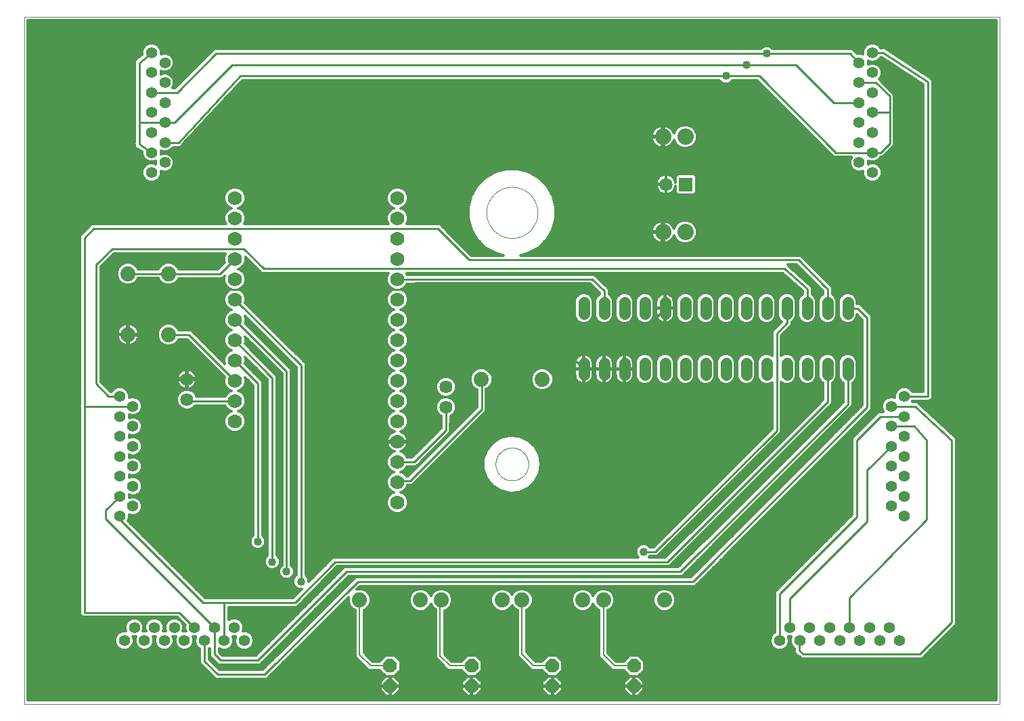
<source format=gtl>
G75*
%MOIN*%
%OFA0B0*%
%FSLAX25Y25*%
%IPPOS*%
%LPD*%
%AMOC8*
5,1,8,0,0,1.08239X$1,22.5*
%
%ADD10C,0.00000*%
%ADD11C,0.07000*%
%ADD12C,0.05550*%
%ADD13C,0.07400*%
%ADD14C,0.06400*%
%ADD15C,0.08000*%
%ADD16R,0.06500X0.06500*%
%ADD17C,0.06500*%
%ADD18OC8,0.06600*%
%ADD19C,0.05600*%
%ADD20C,0.01000*%
%ADD21C,0.01200*%
%ADD22C,0.04000*%
%ADD23C,0.00800*%
D10*
X0001600Y0014309D02*
X0001600Y0352892D01*
X0481915Y0352892D01*
X0481915Y0014309D01*
X0001600Y0014309D01*
X0233686Y0132419D02*
X0233688Y0132617D01*
X0233696Y0132815D01*
X0233708Y0133013D01*
X0233725Y0133210D01*
X0233747Y0133407D01*
X0233773Y0133603D01*
X0233805Y0133799D01*
X0233841Y0133994D01*
X0233882Y0134187D01*
X0233928Y0134380D01*
X0233978Y0134572D01*
X0234034Y0134762D01*
X0234093Y0134951D01*
X0234158Y0135138D01*
X0234227Y0135324D01*
X0234300Y0135508D01*
X0234378Y0135690D01*
X0234461Y0135870D01*
X0234548Y0136048D01*
X0234639Y0136224D01*
X0234735Y0136397D01*
X0234834Y0136568D01*
X0234938Y0136737D01*
X0235046Y0136903D01*
X0235158Y0137066D01*
X0235274Y0137227D01*
X0235394Y0137385D01*
X0235518Y0137539D01*
X0235646Y0137691D01*
X0235777Y0137839D01*
X0235912Y0137984D01*
X0236050Y0138126D01*
X0236192Y0138264D01*
X0236337Y0138399D01*
X0236485Y0138530D01*
X0236637Y0138658D01*
X0236791Y0138782D01*
X0236949Y0138902D01*
X0237110Y0139018D01*
X0237273Y0139130D01*
X0237439Y0139238D01*
X0237608Y0139342D01*
X0237779Y0139441D01*
X0237952Y0139537D01*
X0238128Y0139628D01*
X0238306Y0139715D01*
X0238486Y0139798D01*
X0238668Y0139876D01*
X0238852Y0139949D01*
X0239038Y0140018D01*
X0239225Y0140083D01*
X0239414Y0140142D01*
X0239604Y0140198D01*
X0239796Y0140248D01*
X0239989Y0140294D01*
X0240182Y0140335D01*
X0240377Y0140371D01*
X0240573Y0140403D01*
X0240769Y0140429D01*
X0240966Y0140451D01*
X0241163Y0140468D01*
X0241361Y0140480D01*
X0241559Y0140488D01*
X0241757Y0140490D01*
X0241955Y0140488D01*
X0242153Y0140480D01*
X0242351Y0140468D01*
X0242548Y0140451D01*
X0242745Y0140429D01*
X0242941Y0140403D01*
X0243137Y0140371D01*
X0243332Y0140335D01*
X0243525Y0140294D01*
X0243718Y0140248D01*
X0243910Y0140198D01*
X0244100Y0140142D01*
X0244289Y0140083D01*
X0244476Y0140018D01*
X0244662Y0139949D01*
X0244846Y0139876D01*
X0245028Y0139798D01*
X0245208Y0139715D01*
X0245386Y0139628D01*
X0245562Y0139537D01*
X0245735Y0139441D01*
X0245906Y0139342D01*
X0246075Y0139238D01*
X0246241Y0139130D01*
X0246404Y0139018D01*
X0246565Y0138902D01*
X0246723Y0138782D01*
X0246877Y0138658D01*
X0247029Y0138530D01*
X0247177Y0138399D01*
X0247322Y0138264D01*
X0247464Y0138126D01*
X0247602Y0137984D01*
X0247737Y0137839D01*
X0247868Y0137691D01*
X0247996Y0137539D01*
X0248120Y0137385D01*
X0248240Y0137227D01*
X0248356Y0137066D01*
X0248468Y0136903D01*
X0248576Y0136737D01*
X0248680Y0136568D01*
X0248779Y0136397D01*
X0248875Y0136224D01*
X0248966Y0136048D01*
X0249053Y0135870D01*
X0249136Y0135690D01*
X0249214Y0135508D01*
X0249287Y0135324D01*
X0249356Y0135138D01*
X0249421Y0134951D01*
X0249480Y0134762D01*
X0249536Y0134572D01*
X0249586Y0134380D01*
X0249632Y0134187D01*
X0249673Y0133994D01*
X0249709Y0133799D01*
X0249741Y0133603D01*
X0249767Y0133407D01*
X0249789Y0133210D01*
X0249806Y0133013D01*
X0249818Y0132815D01*
X0249826Y0132617D01*
X0249828Y0132419D01*
X0249826Y0132221D01*
X0249818Y0132023D01*
X0249806Y0131825D01*
X0249789Y0131628D01*
X0249767Y0131431D01*
X0249741Y0131235D01*
X0249709Y0131039D01*
X0249673Y0130844D01*
X0249632Y0130651D01*
X0249586Y0130458D01*
X0249536Y0130266D01*
X0249480Y0130076D01*
X0249421Y0129887D01*
X0249356Y0129700D01*
X0249287Y0129514D01*
X0249214Y0129330D01*
X0249136Y0129148D01*
X0249053Y0128968D01*
X0248966Y0128790D01*
X0248875Y0128614D01*
X0248779Y0128441D01*
X0248680Y0128270D01*
X0248576Y0128101D01*
X0248468Y0127935D01*
X0248356Y0127772D01*
X0248240Y0127611D01*
X0248120Y0127453D01*
X0247996Y0127299D01*
X0247868Y0127147D01*
X0247737Y0126999D01*
X0247602Y0126854D01*
X0247464Y0126712D01*
X0247322Y0126574D01*
X0247177Y0126439D01*
X0247029Y0126308D01*
X0246877Y0126180D01*
X0246723Y0126056D01*
X0246565Y0125936D01*
X0246404Y0125820D01*
X0246241Y0125708D01*
X0246075Y0125600D01*
X0245906Y0125496D01*
X0245735Y0125397D01*
X0245562Y0125301D01*
X0245386Y0125210D01*
X0245208Y0125123D01*
X0245028Y0125040D01*
X0244846Y0124962D01*
X0244662Y0124889D01*
X0244476Y0124820D01*
X0244289Y0124755D01*
X0244100Y0124696D01*
X0243910Y0124640D01*
X0243718Y0124590D01*
X0243525Y0124544D01*
X0243332Y0124503D01*
X0243137Y0124467D01*
X0242941Y0124435D01*
X0242745Y0124409D01*
X0242548Y0124387D01*
X0242351Y0124370D01*
X0242153Y0124358D01*
X0241955Y0124350D01*
X0241757Y0124348D01*
X0241559Y0124350D01*
X0241361Y0124358D01*
X0241163Y0124370D01*
X0240966Y0124387D01*
X0240769Y0124409D01*
X0240573Y0124435D01*
X0240377Y0124467D01*
X0240182Y0124503D01*
X0239989Y0124544D01*
X0239796Y0124590D01*
X0239604Y0124640D01*
X0239414Y0124696D01*
X0239225Y0124755D01*
X0239038Y0124820D01*
X0238852Y0124889D01*
X0238668Y0124962D01*
X0238486Y0125040D01*
X0238306Y0125123D01*
X0238128Y0125210D01*
X0237952Y0125301D01*
X0237779Y0125397D01*
X0237608Y0125496D01*
X0237439Y0125600D01*
X0237273Y0125708D01*
X0237110Y0125820D01*
X0236949Y0125936D01*
X0236791Y0126056D01*
X0236637Y0126180D01*
X0236485Y0126308D01*
X0236337Y0126439D01*
X0236192Y0126574D01*
X0236050Y0126712D01*
X0235912Y0126854D01*
X0235777Y0126999D01*
X0235646Y0127147D01*
X0235518Y0127299D01*
X0235394Y0127453D01*
X0235274Y0127611D01*
X0235158Y0127772D01*
X0235046Y0127935D01*
X0234938Y0128101D01*
X0234834Y0128270D01*
X0234735Y0128441D01*
X0234639Y0128614D01*
X0234548Y0128790D01*
X0234461Y0128968D01*
X0234378Y0129148D01*
X0234300Y0129330D01*
X0234227Y0129514D01*
X0234158Y0129700D01*
X0234093Y0129887D01*
X0234034Y0130076D01*
X0233978Y0130266D01*
X0233928Y0130458D01*
X0233882Y0130651D01*
X0233841Y0130844D01*
X0233805Y0131039D01*
X0233773Y0131235D01*
X0233747Y0131431D01*
X0233725Y0131628D01*
X0233708Y0131825D01*
X0233696Y0132023D01*
X0233688Y0132221D01*
X0233686Y0132419D01*
X0229159Y0256435D02*
X0229163Y0256744D01*
X0229174Y0257053D01*
X0229193Y0257362D01*
X0229220Y0257670D01*
X0229254Y0257977D01*
X0229295Y0258284D01*
X0229344Y0258589D01*
X0229401Y0258893D01*
X0229465Y0259195D01*
X0229537Y0259496D01*
X0229615Y0259795D01*
X0229701Y0260092D01*
X0229795Y0260387D01*
X0229895Y0260679D01*
X0230003Y0260969D01*
X0230118Y0261256D01*
X0230240Y0261540D01*
X0230369Y0261821D01*
X0230504Y0262099D01*
X0230647Y0262374D01*
X0230796Y0262645D01*
X0230951Y0262912D01*
X0231114Y0263175D01*
X0231282Y0263434D01*
X0231457Y0263689D01*
X0231638Y0263940D01*
X0231825Y0264186D01*
X0232019Y0264427D01*
X0232218Y0264664D01*
X0232422Y0264895D01*
X0232633Y0265122D01*
X0232849Y0265343D01*
X0233070Y0265559D01*
X0233297Y0265770D01*
X0233528Y0265974D01*
X0233765Y0266173D01*
X0234006Y0266367D01*
X0234252Y0266554D01*
X0234503Y0266735D01*
X0234758Y0266910D01*
X0235017Y0267078D01*
X0235280Y0267241D01*
X0235547Y0267396D01*
X0235818Y0267545D01*
X0236093Y0267688D01*
X0236371Y0267823D01*
X0236652Y0267952D01*
X0236936Y0268074D01*
X0237223Y0268189D01*
X0237513Y0268297D01*
X0237805Y0268397D01*
X0238100Y0268491D01*
X0238397Y0268577D01*
X0238696Y0268655D01*
X0238997Y0268727D01*
X0239299Y0268791D01*
X0239603Y0268848D01*
X0239908Y0268897D01*
X0240215Y0268938D01*
X0240522Y0268972D01*
X0240830Y0268999D01*
X0241139Y0269018D01*
X0241448Y0269029D01*
X0241757Y0269033D01*
X0242066Y0269029D01*
X0242375Y0269018D01*
X0242684Y0268999D01*
X0242992Y0268972D01*
X0243299Y0268938D01*
X0243606Y0268897D01*
X0243911Y0268848D01*
X0244215Y0268791D01*
X0244517Y0268727D01*
X0244818Y0268655D01*
X0245117Y0268577D01*
X0245414Y0268491D01*
X0245709Y0268397D01*
X0246001Y0268297D01*
X0246291Y0268189D01*
X0246578Y0268074D01*
X0246862Y0267952D01*
X0247143Y0267823D01*
X0247421Y0267688D01*
X0247696Y0267545D01*
X0247967Y0267396D01*
X0248234Y0267241D01*
X0248497Y0267078D01*
X0248756Y0266910D01*
X0249011Y0266735D01*
X0249262Y0266554D01*
X0249508Y0266367D01*
X0249749Y0266173D01*
X0249986Y0265974D01*
X0250217Y0265770D01*
X0250444Y0265559D01*
X0250665Y0265343D01*
X0250881Y0265122D01*
X0251092Y0264895D01*
X0251296Y0264664D01*
X0251495Y0264427D01*
X0251689Y0264186D01*
X0251876Y0263940D01*
X0252057Y0263689D01*
X0252232Y0263434D01*
X0252400Y0263175D01*
X0252563Y0262912D01*
X0252718Y0262645D01*
X0252867Y0262374D01*
X0253010Y0262099D01*
X0253145Y0261821D01*
X0253274Y0261540D01*
X0253396Y0261256D01*
X0253511Y0260969D01*
X0253619Y0260679D01*
X0253719Y0260387D01*
X0253813Y0260092D01*
X0253899Y0259795D01*
X0253977Y0259496D01*
X0254049Y0259195D01*
X0254113Y0258893D01*
X0254170Y0258589D01*
X0254219Y0258284D01*
X0254260Y0257977D01*
X0254294Y0257670D01*
X0254321Y0257362D01*
X0254340Y0257053D01*
X0254351Y0256744D01*
X0254355Y0256435D01*
X0254351Y0256126D01*
X0254340Y0255817D01*
X0254321Y0255508D01*
X0254294Y0255200D01*
X0254260Y0254893D01*
X0254219Y0254586D01*
X0254170Y0254281D01*
X0254113Y0253977D01*
X0254049Y0253675D01*
X0253977Y0253374D01*
X0253899Y0253075D01*
X0253813Y0252778D01*
X0253719Y0252483D01*
X0253619Y0252191D01*
X0253511Y0251901D01*
X0253396Y0251614D01*
X0253274Y0251330D01*
X0253145Y0251049D01*
X0253010Y0250771D01*
X0252867Y0250496D01*
X0252718Y0250225D01*
X0252563Y0249958D01*
X0252400Y0249695D01*
X0252232Y0249436D01*
X0252057Y0249181D01*
X0251876Y0248930D01*
X0251689Y0248684D01*
X0251495Y0248443D01*
X0251296Y0248206D01*
X0251092Y0247975D01*
X0250881Y0247748D01*
X0250665Y0247527D01*
X0250444Y0247311D01*
X0250217Y0247100D01*
X0249986Y0246896D01*
X0249749Y0246697D01*
X0249508Y0246503D01*
X0249262Y0246316D01*
X0249011Y0246135D01*
X0248756Y0245960D01*
X0248497Y0245792D01*
X0248234Y0245629D01*
X0247967Y0245474D01*
X0247696Y0245325D01*
X0247421Y0245182D01*
X0247143Y0245047D01*
X0246862Y0244918D01*
X0246578Y0244796D01*
X0246291Y0244681D01*
X0246001Y0244573D01*
X0245709Y0244473D01*
X0245414Y0244379D01*
X0245117Y0244293D01*
X0244818Y0244215D01*
X0244517Y0244143D01*
X0244215Y0244079D01*
X0243911Y0244022D01*
X0243606Y0243973D01*
X0243299Y0243932D01*
X0242992Y0243898D01*
X0242684Y0243871D01*
X0242375Y0243852D01*
X0242066Y0243841D01*
X0241757Y0243837D01*
X0241448Y0243841D01*
X0241139Y0243852D01*
X0240830Y0243871D01*
X0240522Y0243898D01*
X0240215Y0243932D01*
X0239908Y0243973D01*
X0239603Y0244022D01*
X0239299Y0244079D01*
X0238997Y0244143D01*
X0238696Y0244215D01*
X0238397Y0244293D01*
X0238100Y0244379D01*
X0237805Y0244473D01*
X0237513Y0244573D01*
X0237223Y0244681D01*
X0236936Y0244796D01*
X0236652Y0244918D01*
X0236371Y0245047D01*
X0236093Y0245182D01*
X0235818Y0245325D01*
X0235547Y0245474D01*
X0235280Y0245629D01*
X0235017Y0245792D01*
X0234758Y0245960D01*
X0234503Y0246135D01*
X0234252Y0246316D01*
X0234006Y0246503D01*
X0233765Y0246697D01*
X0233528Y0246896D01*
X0233297Y0247100D01*
X0233070Y0247311D01*
X0232849Y0247527D01*
X0232633Y0247748D01*
X0232422Y0247975D01*
X0232218Y0248206D01*
X0232019Y0248443D01*
X0231825Y0248684D01*
X0231638Y0248930D01*
X0231457Y0249181D01*
X0231282Y0249436D01*
X0231114Y0249695D01*
X0230951Y0249958D01*
X0230796Y0250225D01*
X0230647Y0250496D01*
X0230504Y0250771D01*
X0230369Y0251049D01*
X0230240Y0251330D01*
X0230118Y0251614D01*
X0230003Y0251901D01*
X0229895Y0252191D01*
X0229795Y0252483D01*
X0229701Y0252778D01*
X0229615Y0253075D01*
X0229537Y0253374D01*
X0229465Y0253675D01*
X0229401Y0253977D01*
X0229344Y0254281D01*
X0229295Y0254586D01*
X0229254Y0254893D01*
X0229220Y0255200D01*
X0229193Y0255508D01*
X0229174Y0255817D01*
X0229163Y0256126D01*
X0229159Y0256435D01*
D11*
X0185301Y0253600D03*
X0185301Y0243600D03*
X0185301Y0233600D03*
X0185301Y0223600D03*
X0185301Y0213600D03*
X0185301Y0203600D03*
X0185301Y0193600D03*
X0185301Y0183600D03*
X0185301Y0173600D03*
X0185301Y0163600D03*
X0185301Y0153600D03*
X0185301Y0143600D03*
X0185301Y0133600D03*
X0185301Y0123600D03*
X0185301Y0113600D03*
X0105301Y0153600D03*
X0105301Y0163600D03*
X0105301Y0173600D03*
X0105301Y0183600D03*
X0105301Y0193600D03*
X0105301Y0203600D03*
X0105301Y0213600D03*
X0105301Y0223600D03*
X0105301Y0233600D03*
X0105301Y0243600D03*
X0105301Y0253600D03*
X0105301Y0263600D03*
X0185301Y0263600D03*
D12*
X0070773Y0281081D03*
X0064277Y0286002D03*
X0070773Y0290923D03*
X0064277Y0295845D03*
X0070773Y0300766D03*
X0064277Y0305687D03*
X0070773Y0310608D03*
X0064277Y0315530D03*
X0070773Y0320451D03*
X0064277Y0325372D03*
X0070773Y0330293D03*
X0064277Y0335215D03*
X0064277Y0276160D03*
X0048529Y0165845D03*
X0055025Y0160923D03*
X0048529Y0156002D03*
X0055025Y0151081D03*
X0048529Y0146160D03*
X0055025Y0141238D03*
X0048529Y0136317D03*
X0055025Y0131396D03*
X0048529Y0126475D03*
X0055025Y0121553D03*
X0048529Y0116632D03*
X0055025Y0111711D03*
X0048529Y0106789D03*
X0055773Y0051986D03*
X0050852Y0045490D03*
X0060694Y0045490D03*
X0065616Y0051986D03*
X0070537Y0045490D03*
X0075458Y0051986D03*
X0080380Y0045490D03*
X0085301Y0051986D03*
X0090222Y0045490D03*
X0095143Y0051986D03*
X0100065Y0045490D03*
X0104986Y0051986D03*
X0109907Y0045490D03*
X0373608Y0045490D03*
X0378529Y0051986D03*
X0383450Y0045490D03*
X0388372Y0051986D03*
X0393293Y0045490D03*
X0398214Y0051986D03*
X0403135Y0045490D03*
X0408057Y0051986D03*
X0412978Y0045490D03*
X0417899Y0051986D03*
X0422820Y0045490D03*
X0427742Y0051986D03*
X0432663Y0045490D03*
X0434986Y0106789D03*
X0428490Y0111711D03*
X0434986Y0116632D03*
X0428490Y0121553D03*
X0434986Y0126475D03*
X0428490Y0131396D03*
X0434986Y0136317D03*
X0428490Y0141238D03*
X0434986Y0146160D03*
X0428490Y0151081D03*
X0434986Y0156002D03*
X0428490Y0160923D03*
X0434986Y0165845D03*
X0419238Y0276160D03*
X0412742Y0281081D03*
X0419238Y0286002D03*
X0412742Y0290923D03*
X0419238Y0295845D03*
X0412742Y0300766D03*
X0419238Y0305687D03*
X0412742Y0310608D03*
X0419238Y0315530D03*
X0412742Y0320451D03*
X0419238Y0325372D03*
X0412742Y0330293D03*
X0419238Y0335215D03*
D13*
X0256600Y0174309D03*
X0226600Y0174309D03*
X0236876Y0065490D03*
X0246639Y0065490D03*
X0276639Y0065490D03*
X0286797Y0065490D03*
X0316797Y0065490D03*
X0206876Y0065490D03*
X0196718Y0065490D03*
X0166718Y0065490D03*
X0072600Y0196309D03*
X0052600Y0196309D03*
X0052600Y0226309D03*
X0072600Y0226309D03*
D14*
X0081600Y0174309D03*
X0081600Y0164309D03*
X0209200Y0160509D03*
X0209200Y0170509D03*
D15*
X0316100Y0246809D03*
X0327100Y0246809D03*
X0327100Y0293809D03*
X0316100Y0293809D03*
D16*
X0327421Y0270309D03*
D17*
X0317579Y0270309D03*
D18*
X0301797Y0033089D03*
X0301797Y0023089D03*
X0261639Y0023089D03*
X0261639Y0033089D03*
X0221876Y0033089D03*
X0221876Y0023089D03*
X0181718Y0023089D03*
X0181718Y0033089D03*
D19*
X0277151Y0176509D02*
X0277151Y0182109D01*
X0287151Y0182109D02*
X0287151Y0176509D01*
X0297151Y0176509D02*
X0297151Y0182109D01*
X0307151Y0182109D02*
X0307151Y0176509D01*
X0317151Y0176509D02*
X0317151Y0182109D01*
X0327151Y0182109D02*
X0327151Y0176509D01*
X0337151Y0176509D02*
X0337151Y0182109D01*
X0347151Y0182109D02*
X0347151Y0176509D01*
X0357151Y0176509D02*
X0357151Y0182109D01*
X0367151Y0182109D02*
X0367151Y0176509D01*
X0377151Y0176509D02*
X0377151Y0182109D01*
X0387151Y0182109D02*
X0387151Y0176509D01*
X0397151Y0176509D02*
X0397151Y0182109D01*
X0407151Y0182109D02*
X0407151Y0176509D01*
X0407151Y0206509D02*
X0407151Y0212109D01*
X0397151Y0212109D02*
X0397151Y0206509D01*
X0387151Y0206509D02*
X0387151Y0212109D01*
X0377151Y0212109D02*
X0377151Y0206509D01*
X0367151Y0206509D02*
X0367151Y0212109D01*
X0357151Y0212109D02*
X0357151Y0206509D01*
X0347151Y0206509D02*
X0347151Y0212109D01*
X0337151Y0212109D02*
X0337151Y0206509D01*
X0327151Y0206509D02*
X0327151Y0212109D01*
X0317151Y0212109D02*
X0317151Y0206509D01*
X0307151Y0206509D02*
X0307151Y0212109D01*
X0297151Y0212109D02*
X0297151Y0206509D01*
X0287151Y0206509D02*
X0287151Y0212109D01*
X0277151Y0212109D02*
X0277151Y0206509D01*
D20*
X0287151Y0209309D02*
X0287151Y0217792D01*
X0281297Y0223647D01*
X0193306Y0223647D01*
X0193353Y0223600D01*
X0185301Y0223600D01*
X0196609Y0218600D02*
X0084119Y0218600D01*
X0061478Y0195960D01*
X0061478Y0174431D01*
X0061600Y0174309D01*
X0081600Y0174309D01*
X0081600Y0164309D02*
X0082309Y0163600D01*
X0105301Y0163600D01*
X0105301Y0173600D02*
X0082742Y0196160D01*
X0072600Y0196309D01*
X0061478Y0195960D02*
X0052981Y0195960D01*
X0052600Y0196309D01*
X0036915Y0172009D02*
X0043065Y0165845D01*
X0048529Y0165845D01*
X0055025Y0160923D02*
X0031214Y0160923D01*
X0031206Y0160909D01*
X0031214Y0160923D01*
X0031206Y0160909D02*
X0031206Y0059309D01*
X0077978Y0059309D01*
X0085301Y0051986D01*
X0090222Y0045490D02*
X0090274Y0045438D01*
X0090274Y0035309D01*
X0096774Y0028797D01*
X0119922Y0028797D01*
X0165811Y0074585D01*
X0330951Y0074585D01*
X0416677Y0160423D01*
X0416677Y0204532D01*
X0411900Y0209309D01*
X0407151Y0209309D01*
X0397151Y0209309D02*
X0397151Y0218758D01*
X0396088Y0219821D01*
X0396088Y0219821D01*
X0382900Y0233010D01*
X0220700Y0233009D01*
X0205300Y0248409D01*
X0035700Y0248409D01*
X0031200Y0243909D01*
X0031206Y0160909D01*
X0036915Y0172009D02*
X0036915Y0230709D01*
X0044800Y0238609D01*
X0109754Y0238609D01*
X0119563Y0228800D01*
X0376083Y0228800D01*
X0376284Y0228600D01*
X0387151Y0218758D01*
X0387151Y0209309D01*
X0377151Y0209309D02*
X0377151Y0201960D01*
X0377046Y0201855D01*
X0377151Y0201960D01*
X0377046Y0201855D02*
X0372100Y0196909D01*
X0372100Y0148993D01*
X0312417Y0089309D01*
X0306600Y0089309D01*
X0318200Y0084309D02*
X0154700Y0084309D01*
X0134900Y0064309D01*
X0134800Y0064209D02*
X0100074Y0064209D01*
X0100074Y0045500D01*
X0095143Y0051986D02*
X0095143Y0038876D01*
X0098110Y0035909D01*
X0116676Y0035909D01*
X0160324Y0079545D01*
X0324649Y0079545D01*
X0406091Y0161000D01*
X0407151Y0162060D01*
X0407151Y0179309D01*
X0397151Y0179309D02*
X0397151Y0163082D01*
X0388767Y0154698D01*
X0318200Y0084309D01*
X0373608Y0068517D02*
X0373608Y0045490D01*
X0378529Y0051986D02*
X0378529Y0066238D01*
X0416600Y0104309D01*
X0416600Y0129349D01*
X0428490Y0141238D01*
X0428490Y0151081D02*
X0439828Y0151081D01*
X0446088Y0144309D01*
X0446088Y0105117D01*
X0408057Y0066440D01*
X0408057Y0051986D01*
X0383450Y0045490D02*
X0383259Y0045299D01*
X0383259Y0040601D01*
X0385347Y0038719D01*
X0442545Y0038719D01*
X0458293Y0054467D01*
X0458293Y0057616D01*
X0458293Y0054467D01*
X0458293Y0057616D02*
X0458293Y0144285D01*
X0440208Y0160977D01*
X0428543Y0160977D01*
X0428490Y0160923D01*
X0423293Y0156002D02*
X0411600Y0144309D01*
X0411600Y0106509D01*
X0373608Y0068517D01*
X0423293Y0156002D02*
X0434986Y0156002D01*
X0434986Y0165845D02*
X0446482Y0165845D01*
X0446482Y0320772D01*
X0424552Y0335291D01*
X0419314Y0335291D01*
X0419238Y0335215D01*
X0412742Y0330293D02*
X0408260Y0334782D01*
X0379398Y0334782D01*
X0367200Y0334782D01*
X0096088Y0334782D01*
X0076836Y0315530D01*
X0076403Y0315530D01*
X0076836Y0315530D01*
X0076403Y0315530D02*
X0064277Y0315530D01*
X0058096Y0330057D02*
X0058096Y0300757D01*
X0070773Y0300766D01*
X0075458Y0300766D01*
X0103962Y0329270D01*
X0355931Y0329270D01*
X0381600Y0329270D01*
X0400261Y0310608D01*
X0412742Y0310608D01*
X0419238Y0305687D02*
X0427634Y0305687D01*
X0427767Y0305820D01*
X0427767Y0290594D01*
X0423175Y0286002D01*
X0419238Y0286002D01*
X0401285Y0286002D01*
X0363529Y0323758D01*
X0347100Y0323758D01*
X0344120Y0323758D01*
X0347100Y0323758D01*
X0344120Y0323758D02*
X0107899Y0323758D01*
X0077427Y0290923D01*
X0070773Y0290923D01*
X0064277Y0286002D02*
X0058096Y0290057D01*
X0058096Y0300757D01*
X0058096Y0330057D02*
X0064277Y0335215D01*
X0105301Y0233600D02*
X0097870Y0226170D01*
X0096084Y0226170D01*
X0072600Y0226309D01*
X0052600Y0226309D01*
X0105301Y0213600D02*
X0137820Y0181201D01*
X0137820Y0074609D01*
X0130734Y0079616D02*
X0130734Y0178101D01*
X0105301Y0203600D01*
X0105301Y0193600D02*
X0123647Y0175001D01*
X0123647Y0084309D01*
X0116561Y0094309D02*
X0116561Y0172201D01*
X0105301Y0183600D01*
X0185301Y0143600D02*
X0185322Y0143579D01*
X0196580Y0143579D01*
X0200800Y0147800D01*
X0200800Y0148167D01*
X0200800Y0183600D01*
X0272860Y0183600D01*
X0277151Y0179309D01*
X0297151Y0179309D02*
X0297151Y0189309D01*
X0317151Y0209309D01*
X0226757Y0174309D02*
X0226757Y0159467D01*
X0191600Y0124309D01*
X0186009Y0124309D01*
X0185301Y0123600D01*
X0185301Y0133600D02*
X0193491Y0133600D01*
X0209100Y0149209D01*
X0209200Y0160509D01*
X0226600Y0174309D02*
X0226757Y0174309D01*
X0200800Y0183600D02*
X0200800Y0214409D01*
X0196609Y0218600D01*
X0048529Y0116632D02*
X0041600Y0109703D01*
X0041600Y0105530D01*
X0095143Y0051986D01*
X0100074Y0064209D02*
X0089574Y0064209D01*
X0088254Y0065530D01*
X0048529Y0105254D01*
X0048529Y0106789D01*
X0355931Y0329270D02*
X0357200Y0329270D01*
X0412742Y0320451D02*
X0421036Y0320451D01*
X0427767Y0313720D01*
X0427767Y0305820D01*
D21*
X0430067Y0305547D02*
X0444182Y0305547D01*
X0444182Y0304349D02*
X0430067Y0304349D01*
X0430067Y0303150D02*
X0444182Y0303150D01*
X0444182Y0301952D02*
X0430067Y0301952D01*
X0430067Y0300753D02*
X0444182Y0300753D01*
X0444182Y0299555D02*
X0430067Y0299555D01*
X0430067Y0298356D02*
X0444182Y0298356D01*
X0444182Y0297158D02*
X0430067Y0297158D01*
X0430067Y0295959D02*
X0444182Y0295959D01*
X0444182Y0294761D02*
X0430067Y0294761D01*
X0430067Y0293562D02*
X0444182Y0293562D01*
X0444182Y0292364D02*
X0430067Y0292364D01*
X0430067Y0291165D02*
X0444182Y0291165D01*
X0444182Y0289967D02*
X0430067Y0289967D01*
X0430067Y0289641D02*
X0430067Y0314673D01*
X0422538Y0322202D01*
X0423116Y0322781D01*
X0423813Y0324462D01*
X0423813Y0326282D01*
X0423116Y0327964D01*
X0421829Y0329250D01*
X0420148Y0329947D01*
X0418328Y0329947D01*
X0417317Y0329528D01*
X0417317Y0331059D01*
X0418328Y0330640D01*
X0420148Y0330640D01*
X0421829Y0331336D01*
X0423116Y0332623D01*
X0423268Y0332991D01*
X0423860Y0332991D01*
X0444182Y0319537D01*
X0444182Y0168145D01*
X0438985Y0168145D01*
X0438864Y0168436D01*
X0437577Y0169723D01*
X0435896Y0170419D01*
X0434076Y0170419D01*
X0432394Y0169723D01*
X0431107Y0168436D01*
X0430411Y0166755D01*
X0430411Y0165079D01*
X0429400Y0165498D01*
X0427580Y0165498D01*
X0425898Y0164802D01*
X0424611Y0163515D01*
X0423915Y0161833D01*
X0423915Y0160013D01*
X0424611Y0158332D01*
X0424641Y0158302D01*
X0422340Y0158302D01*
X0409300Y0145262D01*
X0409300Y0107462D01*
X0371308Y0069470D01*
X0371308Y0049489D01*
X0371016Y0049369D01*
X0369730Y0048082D01*
X0369033Y0046400D01*
X0369033Y0044580D01*
X0369730Y0042899D01*
X0371016Y0041612D01*
X0372698Y0040915D01*
X0374518Y0040915D01*
X0376199Y0041612D01*
X0377486Y0042899D01*
X0378183Y0044580D01*
X0378183Y0046400D01*
X0377764Y0047412D01*
X0379294Y0047412D01*
X0378876Y0046400D01*
X0378876Y0044580D01*
X0379572Y0042899D01*
X0380859Y0041612D01*
X0380959Y0041570D01*
X0380959Y0041485D01*
X0380913Y0041434D01*
X0380959Y0040542D01*
X0380959Y0039649D01*
X0381008Y0039600D01*
X0381011Y0039531D01*
X0381675Y0038933D01*
X0382306Y0038301D01*
X0382375Y0038301D01*
X0383763Y0037050D01*
X0384395Y0036419D01*
X0384463Y0036419D01*
X0384515Y0036372D01*
X0385407Y0036419D01*
X0443498Y0036419D01*
X0444845Y0037766D01*
X0459246Y0052167D01*
X0460593Y0053514D01*
X0460593Y0143386D01*
X0460629Y0143425D01*
X0460593Y0144331D01*
X0460593Y0145238D01*
X0460555Y0145275D01*
X0460553Y0145329D01*
X0459887Y0145944D01*
X0459246Y0146585D01*
X0459192Y0146585D01*
X0441802Y0162636D01*
X0441161Y0163277D01*
X0441107Y0163277D01*
X0441068Y0163313D01*
X0440162Y0163277D01*
X0438874Y0163277D01*
X0438985Y0163545D01*
X0447435Y0163545D01*
X0448782Y0164892D01*
X0448782Y0320080D01*
X0448926Y0320297D01*
X0448782Y0321004D01*
X0448782Y0321725D01*
X0448598Y0321909D01*
X0448546Y0322164D01*
X0447945Y0322562D01*
X0447435Y0323072D01*
X0447174Y0323072D01*
X0426015Y0337081D01*
X0425505Y0337591D01*
X0425245Y0337591D01*
X0425028Y0337735D01*
X0424321Y0337591D01*
X0423205Y0337591D01*
X0423116Y0337806D01*
X0421829Y0339093D01*
X0420148Y0339789D01*
X0418328Y0339789D01*
X0416646Y0339093D01*
X0415359Y0337806D01*
X0414663Y0336125D01*
X0414663Y0334449D01*
X0413652Y0334868D01*
X0411832Y0334868D01*
X0411543Y0334749D01*
X0410560Y0335733D01*
X0410560Y0335734D01*
X0409892Y0336402D01*
X0409214Y0337081D01*
X0409213Y0337081D01*
X0409213Y0337082D01*
X0408262Y0337082D01*
X0407309Y0337082D01*
X0407308Y0337082D01*
X0370274Y0337082D01*
X0369353Y0338003D01*
X0367956Y0338582D01*
X0366444Y0338582D01*
X0365047Y0338003D01*
X0364126Y0337082D01*
X0095135Y0337082D01*
X0075884Y0317830D01*
X0074622Y0317830D01*
X0074652Y0317859D01*
X0075348Y0319541D01*
X0075348Y0321361D01*
X0074652Y0323042D01*
X0073365Y0324329D01*
X0071683Y0325026D01*
X0069863Y0325026D01*
X0068852Y0324607D01*
X0068852Y0326137D01*
X0069863Y0325719D01*
X0071683Y0325719D01*
X0073365Y0326415D01*
X0074652Y0327702D01*
X0075348Y0329383D01*
X0075348Y0331203D01*
X0074652Y0332885D01*
X0073365Y0334172D01*
X0071683Y0334868D01*
X0069863Y0334868D01*
X0068852Y0334449D01*
X0068852Y0336125D01*
X0068155Y0337806D01*
X0066869Y0339093D01*
X0065187Y0339789D01*
X0063367Y0339789D01*
X0061686Y0339093D01*
X0060399Y0337806D01*
X0059702Y0336125D01*
X0059702Y0334393D01*
X0057263Y0332357D01*
X0057143Y0332357D01*
X0056543Y0331757D01*
X0055891Y0331213D01*
X0055880Y0331094D01*
X0055796Y0331010D01*
X0055796Y0330161D01*
X0055720Y0329315D01*
X0055796Y0329224D01*
X0055796Y0301709D01*
X0055795Y0301708D01*
X0055796Y0300755D01*
X0055796Y0290744D01*
X0055650Y0290522D01*
X0055796Y0289821D01*
X0055796Y0289104D01*
X0055984Y0288917D01*
X0056038Y0288657D01*
X0056637Y0288264D01*
X0057143Y0287757D01*
X0057409Y0287757D01*
X0059702Y0286253D01*
X0059702Y0285092D01*
X0060399Y0283411D01*
X0061686Y0282124D01*
X0063367Y0281427D01*
X0065187Y0281427D01*
X0066198Y0281846D01*
X0066198Y0280315D01*
X0065187Y0280734D01*
X0063367Y0280734D01*
X0061686Y0280038D01*
X0060399Y0278751D01*
X0059702Y0277070D01*
X0059702Y0275250D01*
X0060399Y0273568D01*
X0061686Y0272281D01*
X0063367Y0271585D01*
X0065187Y0271585D01*
X0066869Y0272281D01*
X0068155Y0273568D01*
X0068852Y0275250D01*
X0068852Y0276925D01*
X0069863Y0276506D01*
X0071683Y0276506D01*
X0073365Y0277202D01*
X0074652Y0278489D01*
X0075348Y0280171D01*
X0075348Y0281991D01*
X0074652Y0283672D01*
X0073365Y0284959D01*
X0071683Y0285656D01*
X0069863Y0285656D01*
X0068852Y0285237D01*
X0068852Y0286767D01*
X0069863Y0286349D01*
X0071683Y0286349D01*
X0073365Y0287045D01*
X0074652Y0288332D01*
X0074772Y0288623D01*
X0076524Y0288623D01*
X0076560Y0288589D01*
X0077470Y0288623D01*
X0078379Y0288623D01*
X0078415Y0288659D01*
X0078465Y0288660D01*
X0079084Y0289327D01*
X0079727Y0289971D01*
X0079727Y0290020D01*
X0108903Y0321458D01*
X0344026Y0321458D01*
X0344947Y0320536D01*
X0346344Y0319958D01*
X0347856Y0319958D01*
X0349253Y0320536D01*
X0350174Y0321458D01*
X0362576Y0321458D01*
X0398985Y0285049D01*
X0400332Y0283702D01*
X0408893Y0283702D01*
X0408863Y0283672D01*
X0408167Y0281991D01*
X0408167Y0280171D01*
X0408863Y0278489D01*
X0410150Y0277202D01*
X0411832Y0276506D01*
X0413652Y0276506D01*
X0414663Y0276925D01*
X0414663Y0275250D01*
X0415359Y0273568D01*
X0416646Y0272281D01*
X0418328Y0271585D01*
X0420148Y0271585D01*
X0421829Y0272281D01*
X0423116Y0273568D01*
X0423813Y0275250D01*
X0423813Y0277070D01*
X0423116Y0278751D01*
X0421829Y0280038D01*
X0420148Y0280734D01*
X0418328Y0280734D01*
X0417317Y0280315D01*
X0417317Y0281846D01*
X0418328Y0281427D01*
X0420148Y0281427D01*
X0421829Y0282124D01*
X0423116Y0283411D01*
X0423237Y0283702D01*
X0424127Y0283702D01*
X0425475Y0285049D01*
X0430067Y0289641D01*
X0429194Y0288768D02*
X0444182Y0288768D01*
X0444182Y0287570D02*
X0427995Y0287570D01*
X0426797Y0286371D02*
X0444182Y0286371D01*
X0444182Y0285173D02*
X0425598Y0285173D01*
X0424400Y0283974D02*
X0444182Y0283974D01*
X0444182Y0282776D02*
X0422481Y0282776D01*
X0420510Y0281577D02*
X0444182Y0281577D01*
X0444182Y0280379D02*
X0421006Y0280379D01*
X0422687Y0279180D02*
X0444182Y0279180D01*
X0444182Y0277982D02*
X0423435Y0277982D01*
X0423813Y0276783D02*
X0444182Y0276783D01*
X0444182Y0275585D02*
X0423813Y0275585D01*
X0423455Y0274386D02*
X0444182Y0274386D01*
X0444182Y0273188D02*
X0422736Y0273188D01*
X0421124Y0271989D02*
X0444182Y0271989D01*
X0444182Y0270791D02*
X0332471Y0270791D01*
X0332471Y0271989D02*
X0417352Y0271989D01*
X0415740Y0273188D02*
X0332471Y0273188D01*
X0332471Y0274305D02*
X0331417Y0275359D01*
X0323426Y0275359D01*
X0322371Y0274305D01*
X0322371Y0271054D01*
X0322309Y0271445D01*
X0322073Y0272171D01*
X0321727Y0272851D01*
X0321278Y0273469D01*
X0320738Y0274009D01*
X0320121Y0274457D01*
X0319440Y0274804D01*
X0318714Y0275040D01*
X0317960Y0275159D01*
X0317668Y0275159D01*
X0317668Y0270398D01*
X0317490Y0270398D01*
X0317490Y0275159D01*
X0317197Y0275159D01*
X0316443Y0275040D01*
X0315717Y0274804D01*
X0315037Y0274457D01*
X0314419Y0274009D01*
X0313879Y0273469D01*
X0313431Y0272851D01*
X0313084Y0272171D01*
X0312848Y0271445D01*
X0312729Y0270691D01*
X0312729Y0270398D01*
X0317490Y0270398D01*
X0317490Y0270220D01*
X0317668Y0270220D01*
X0317668Y0265459D01*
X0317960Y0265459D01*
X0318714Y0265579D01*
X0319440Y0265814D01*
X0320121Y0266161D01*
X0320738Y0266610D01*
X0321278Y0267150D01*
X0321727Y0267767D01*
X0322073Y0268447D01*
X0322309Y0269173D01*
X0322371Y0269565D01*
X0322371Y0266314D01*
X0323426Y0265259D01*
X0331417Y0265259D01*
X0332471Y0266314D01*
X0332471Y0274305D01*
X0332390Y0274386D02*
X0415021Y0274386D01*
X0414663Y0275585D02*
X0251560Y0275585D01*
X0250050Y0276456D02*
X0254950Y0273627D01*
X0258950Y0269627D01*
X0261778Y0264728D01*
X0263243Y0259264D01*
X0263243Y0253607D01*
X0261778Y0248142D01*
X0258950Y0243243D01*
X0254950Y0239243D01*
X0250050Y0236414D01*
X0245926Y0235309D01*
X0381947Y0235310D01*
X0381947Y0235310D01*
X0383070Y0235310D01*
X0383853Y0235310D01*
X0383853Y0235310D01*
X0384536Y0234626D01*
X0385200Y0233963D01*
X0385200Y0233963D01*
X0397041Y0222121D01*
X0397041Y0222121D01*
X0397824Y0221338D01*
X0398388Y0220774D01*
X0398388Y0220774D01*
X0398825Y0220337D01*
X0399451Y0219711D01*
X0399451Y0219711D01*
X0399451Y0219711D01*
X0399451Y0218797D01*
X0399451Y0216135D01*
X0399757Y0216009D01*
X0401051Y0214715D01*
X0401751Y0213024D01*
X0401751Y0205594D01*
X0401051Y0203903D01*
X0399757Y0202609D01*
X0398066Y0201909D01*
X0396236Y0201909D01*
X0394545Y0202609D01*
X0393251Y0203903D01*
X0392551Y0205594D01*
X0392551Y0213024D01*
X0393251Y0214715D01*
X0394545Y0216009D01*
X0394851Y0216135D01*
X0394851Y0217805D01*
X0394411Y0218245D01*
X0393788Y0218868D01*
X0393788Y0218868D01*
X0393788Y0218868D01*
X0381947Y0230710D01*
X0377426Y0230710D01*
X0377870Y0230266D01*
X0388038Y0221058D01*
X0388104Y0221058D01*
X0388737Y0220425D01*
X0389401Y0219823D01*
X0389404Y0219757D01*
X0389451Y0219711D01*
X0389451Y0218815D01*
X0389495Y0217920D01*
X0389451Y0217871D01*
X0389451Y0216135D01*
X0389757Y0216009D01*
X0391051Y0214715D01*
X0391751Y0213024D01*
X0391751Y0205594D01*
X0391051Y0203903D01*
X0389757Y0202609D01*
X0388066Y0201909D01*
X0386236Y0201909D01*
X0384545Y0202609D01*
X0383251Y0203903D01*
X0382551Y0205594D01*
X0382551Y0213024D01*
X0383251Y0214715D01*
X0384545Y0216009D01*
X0384851Y0216135D01*
X0384851Y0217738D01*
X0375397Y0226300D01*
X0375331Y0226300D01*
X0375130Y0226500D01*
X0189836Y0226500D01*
X0190085Y0225900D01*
X0192307Y0225900D01*
X0192354Y0225947D01*
X0282249Y0225947D01*
X0288104Y0220092D01*
X0289451Y0218745D01*
X0289451Y0216135D01*
X0289757Y0216009D01*
X0291051Y0214715D01*
X0291751Y0213024D01*
X0291751Y0205594D01*
X0291051Y0203903D01*
X0289757Y0202609D01*
X0288066Y0201909D01*
X0286236Y0201909D01*
X0284545Y0202609D01*
X0283251Y0203903D01*
X0282551Y0205594D01*
X0282551Y0213024D01*
X0283251Y0214715D01*
X0284545Y0216009D01*
X0284851Y0216135D01*
X0284851Y0216840D01*
X0280344Y0221347D01*
X0194352Y0221347D01*
X0194305Y0221300D01*
X0190085Y0221300D01*
X0189794Y0220598D01*
X0188303Y0219107D01*
X0187079Y0218600D01*
X0188303Y0218094D01*
X0189794Y0216603D01*
X0190601Y0214655D01*
X0190601Y0212546D01*
X0189794Y0210598D01*
X0188303Y0209107D01*
X0187079Y0208600D01*
X0188303Y0208094D01*
X0189794Y0206603D01*
X0190601Y0204655D01*
X0190601Y0202546D01*
X0189794Y0200598D01*
X0188303Y0199107D01*
X0187079Y0198600D01*
X0188303Y0198094D01*
X0189794Y0196603D01*
X0190601Y0194655D01*
X0190601Y0192546D01*
X0189794Y0190598D01*
X0188303Y0189107D01*
X0187079Y0188600D01*
X0188303Y0188094D01*
X0189794Y0186603D01*
X0190601Y0184655D01*
X0190601Y0182546D01*
X0189794Y0180598D01*
X0188303Y0179107D01*
X0187079Y0178600D01*
X0188303Y0178094D01*
X0189794Y0176603D01*
X0190601Y0174655D01*
X0190601Y0172546D01*
X0189794Y0170598D01*
X0188303Y0169107D01*
X0187079Y0168600D01*
X0188303Y0168094D01*
X0189794Y0166603D01*
X0190601Y0164655D01*
X0190601Y0162546D01*
X0189794Y0160598D01*
X0188303Y0159107D01*
X0187079Y0158600D01*
X0188303Y0158094D01*
X0189794Y0156603D01*
X0190601Y0154655D01*
X0190601Y0152546D01*
X0189794Y0150598D01*
X0188303Y0149107D01*
X0186788Y0148480D01*
X0187259Y0148327D01*
X0187974Y0147962D01*
X0188623Y0147491D01*
X0189191Y0146923D01*
X0189663Y0146273D01*
X0190027Y0145558D01*
X0190275Y0144795D01*
X0190401Y0144002D01*
X0190401Y0143985D01*
X0185685Y0143985D01*
X0185685Y0143216D01*
X0190401Y0143216D01*
X0190401Y0143199D01*
X0190275Y0142406D01*
X0190027Y0141643D01*
X0189663Y0140927D01*
X0189191Y0140278D01*
X0188623Y0139710D01*
X0187974Y0139239D01*
X0187259Y0138874D01*
X0186788Y0138721D01*
X0188303Y0138094D01*
X0189794Y0136603D01*
X0190085Y0135900D01*
X0192539Y0135900D01*
X0206808Y0150170D01*
X0206861Y0156066D01*
X0206368Y0156270D01*
X0204961Y0157677D01*
X0204200Y0159515D01*
X0204200Y0161504D01*
X0204961Y0163341D01*
X0206368Y0164748D01*
X0208205Y0165509D01*
X0210195Y0165509D01*
X0212032Y0166270D01*
X0213439Y0167677D01*
X0214200Y0169515D01*
X0214200Y0171504D01*
X0213439Y0173341D01*
X0212032Y0174748D01*
X0210195Y0175509D01*
X0208205Y0175509D01*
X0206368Y0174748D01*
X0204961Y0173341D01*
X0204200Y0171504D01*
X0204200Y0169515D01*
X0204961Y0167677D01*
X0206368Y0166270D01*
X0208205Y0165509D01*
X0210195Y0165509D01*
X0212032Y0164748D01*
X0213439Y0163341D01*
X0214200Y0161504D01*
X0214200Y0159515D01*
X0213439Y0157677D01*
X0212032Y0156270D01*
X0211460Y0156034D01*
X0211400Y0149200D01*
X0211400Y0148256D01*
X0211392Y0148248D01*
X0211391Y0148236D01*
X0210719Y0147575D01*
X0194444Y0131300D01*
X0190085Y0131300D01*
X0189794Y0130598D01*
X0188303Y0129107D01*
X0187079Y0128600D01*
X0188303Y0128094D01*
X0189787Y0126609D01*
X0190647Y0126609D01*
X0224457Y0160419D01*
X0224457Y0169243D01*
X0223484Y0169646D01*
X0221937Y0171194D01*
X0221100Y0173215D01*
X0221100Y0175403D01*
X0221937Y0177425D01*
X0223484Y0178972D01*
X0225506Y0179809D01*
X0227694Y0179809D01*
X0229715Y0178972D01*
X0231263Y0177425D01*
X0232100Y0175403D01*
X0232100Y0173215D01*
X0231263Y0171194D01*
X0229715Y0169646D01*
X0229057Y0169374D01*
X0229057Y0158514D01*
X0227710Y0157167D01*
X0192553Y0122009D01*
X0190378Y0122009D01*
X0189794Y0120598D01*
X0188303Y0119107D01*
X0187079Y0118600D01*
X0188303Y0118094D01*
X0189794Y0116603D01*
X0190601Y0114655D01*
X0190601Y0112546D01*
X0189794Y0110598D01*
X0188303Y0109107D01*
X0186355Y0108300D01*
X0184247Y0108300D01*
X0182299Y0109107D01*
X0180808Y0110598D01*
X0180001Y0112546D01*
X0180001Y0114655D01*
X0180808Y0116603D01*
X0182299Y0118094D01*
X0183522Y0118600D01*
X0182299Y0119107D01*
X0180808Y0120598D01*
X0180001Y0122546D01*
X0180001Y0124655D01*
X0180808Y0126603D01*
X0182299Y0128094D01*
X0183522Y0128600D01*
X0182299Y0129107D01*
X0180808Y0130598D01*
X0180001Y0132546D01*
X0180001Y0134655D01*
X0180808Y0136603D01*
X0182299Y0138094D01*
X0183814Y0138721D01*
X0183343Y0138874D01*
X0182628Y0139239D01*
X0181978Y0139710D01*
X0181411Y0140278D01*
X0180939Y0140927D01*
X0180574Y0141643D01*
X0180326Y0142406D01*
X0180201Y0143199D01*
X0180201Y0143216D01*
X0184916Y0143216D01*
X0184916Y0143985D01*
X0180201Y0143985D01*
X0180201Y0144002D01*
X0180326Y0144795D01*
X0180574Y0145558D01*
X0180939Y0146273D01*
X0181411Y0146923D01*
X0181978Y0147491D01*
X0182628Y0147962D01*
X0183343Y0148327D01*
X0183814Y0148480D01*
X0182299Y0149107D01*
X0180808Y0150598D01*
X0180001Y0152546D01*
X0180001Y0154655D01*
X0180808Y0156603D01*
X0182299Y0158094D01*
X0183522Y0158600D01*
X0182299Y0159107D01*
X0180808Y0160598D01*
X0180001Y0162546D01*
X0180001Y0164655D01*
X0180808Y0166603D01*
X0182299Y0168094D01*
X0183522Y0168600D01*
X0182299Y0169107D01*
X0180808Y0170598D01*
X0180001Y0172546D01*
X0180001Y0174655D01*
X0180808Y0176603D01*
X0182299Y0178094D01*
X0183522Y0178600D01*
X0182299Y0179107D01*
X0180808Y0180598D01*
X0180001Y0182546D01*
X0180001Y0184655D01*
X0180808Y0186603D01*
X0182299Y0188094D01*
X0183522Y0188600D01*
X0182299Y0189107D01*
X0180808Y0190598D01*
X0180001Y0192546D01*
X0180001Y0194655D01*
X0180808Y0196603D01*
X0182299Y0198094D01*
X0183522Y0198600D01*
X0182299Y0199107D01*
X0180808Y0200598D01*
X0180001Y0202546D01*
X0180001Y0204655D01*
X0180808Y0206603D01*
X0182299Y0208094D01*
X0183522Y0208600D01*
X0182299Y0209107D01*
X0180808Y0210598D01*
X0180001Y0212546D01*
X0180001Y0214655D01*
X0180808Y0216603D01*
X0182299Y0218094D01*
X0183522Y0218600D01*
X0182299Y0219107D01*
X0180808Y0220598D01*
X0180001Y0222546D01*
X0180001Y0224655D01*
X0180765Y0226500D01*
X0118610Y0226500D01*
X0117263Y0227848D01*
X0110601Y0234510D01*
X0110601Y0232546D01*
X0109794Y0230598D01*
X0108303Y0229107D01*
X0107079Y0228600D01*
X0108303Y0228094D01*
X0109794Y0226603D01*
X0110601Y0224655D01*
X0110601Y0222546D01*
X0109794Y0220598D01*
X0108303Y0219107D01*
X0107079Y0218600D01*
X0108303Y0218094D01*
X0109794Y0216603D01*
X0110601Y0214655D01*
X0110601Y0212546D01*
X0110314Y0211853D01*
X0138771Y0183501D01*
X0138773Y0183501D01*
X0139445Y0182830D01*
X0140119Y0182158D01*
X0140119Y0182156D01*
X0140120Y0182154D01*
X0140120Y0181202D01*
X0140122Y0180253D01*
X0140120Y0180251D01*
X0140120Y0077683D01*
X0141042Y0076762D01*
X0141620Y0075365D01*
X0141620Y0074367D01*
X0152400Y0085255D01*
X0152400Y0085262D01*
X0153068Y0085930D01*
X0153736Y0086604D01*
X0153743Y0086604D01*
X0153747Y0086609D01*
X0154693Y0086609D01*
X0155641Y0086614D01*
X0155646Y0086609D01*
X0303926Y0086609D01*
X0303379Y0087157D01*
X0302800Y0088553D01*
X0302800Y0090065D01*
X0303379Y0091462D01*
X0304447Y0092531D01*
X0305844Y0093109D01*
X0307356Y0093109D01*
X0308753Y0092531D01*
X0309674Y0091609D01*
X0311464Y0091609D01*
X0369800Y0149945D01*
X0369800Y0172653D01*
X0369757Y0172609D01*
X0368066Y0171909D01*
X0366236Y0171909D01*
X0364545Y0172609D01*
X0363251Y0173903D01*
X0362551Y0175594D01*
X0362551Y0183024D01*
X0363251Y0184715D01*
X0364545Y0186009D01*
X0366236Y0186709D01*
X0368066Y0186709D01*
X0369757Y0186009D01*
X0369800Y0185966D01*
X0369800Y0197862D01*
X0374547Y0202609D01*
X0374545Y0202609D01*
X0373251Y0203903D01*
X0372551Y0205594D01*
X0372551Y0213024D01*
X0373251Y0214715D01*
X0374545Y0216009D01*
X0376236Y0216709D01*
X0378066Y0216709D01*
X0379757Y0216009D01*
X0381051Y0214715D01*
X0381751Y0213024D01*
X0381751Y0205594D01*
X0381051Y0203903D01*
X0379757Y0202609D01*
X0379451Y0202483D01*
X0379451Y0201008D01*
X0377999Y0199555D01*
X0374400Y0195956D01*
X0374400Y0185863D01*
X0374545Y0186009D01*
X0376236Y0186709D01*
X0378066Y0186709D01*
X0379757Y0186009D01*
X0381051Y0184715D01*
X0381751Y0183024D01*
X0381751Y0175594D01*
X0381051Y0173903D01*
X0379757Y0172609D01*
X0378066Y0171909D01*
X0376236Y0171909D01*
X0374545Y0172609D01*
X0374400Y0172755D01*
X0374400Y0148040D01*
X0373053Y0146693D01*
X0314717Y0088356D01*
X0313369Y0087009D01*
X0309674Y0087009D01*
X0309274Y0086609D01*
X0317249Y0086609D01*
X0387142Y0156325D01*
X0394851Y0164034D01*
X0394851Y0172483D01*
X0394545Y0172609D01*
X0393251Y0173903D01*
X0392551Y0175594D01*
X0392551Y0183024D01*
X0393251Y0184715D01*
X0394545Y0186009D01*
X0396236Y0186709D01*
X0398066Y0186709D01*
X0399757Y0186009D01*
X0401051Y0184715D01*
X0401751Y0183024D01*
X0401751Y0175594D01*
X0401051Y0173903D01*
X0399757Y0172609D01*
X0399451Y0172483D01*
X0399451Y0162129D01*
X0391066Y0153744D01*
X0391066Y0153742D01*
X0390392Y0153069D01*
X0389720Y0152398D01*
X0389718Y0152398D01*
X0319825Y0082681D01*
X0319153Y0082009D01*
X0319151Y0082009D01*
X0319150Y0082008D01*
X0318197Y0082009D01*
X0155659Y0082009D01*
X0137100Y0063262D01*
X0137100Y0063256D01*
X0136532Y0062688D01*
X0135864Y0062014D01*
X0135857Y0062014D01*
X0135753Y0061909D01*
X0102374Y0061909D01*
X0102374Y0055844D01*
X0102394Y0055865D01*
X0104076Y0056561D01*
X0105896Y0056561D01*
X0107577Y0055865D01*
X0108864Y0054578D01*
X0109561Y0052896D01*
X0109561Y0051076D01*
X0109142Y0050065D01*
X0110817Y0050065D01*
X0112498Y0049369D01*
X0113785Y0048082D01*
X0114482Y0046400D01*
X0114482Y0044580D01*
X0113785Y0042899D01*
X0112498Y0041612D01*
X0110817Y0040915D01*
X0108997Y0040915D01*
X0107316Y0041612D01*
X0106029Y0042899D01*
X0105332Y0044580D01*
X0105332Y0046400D01*
X0105751Y0047412D01*
X0104220Y0047412D01*
X0104639Y0046400D01*
X0104639Y0044580D01*
X0103943Y0042899D01*
X0102656Y0041612D01*
X0100975Y0040915D01*
X0099155Y0040915D01*
X0097473Y0041612D01*
X0097443Y0041642D01*
X0097443Y0039829D01*
X0099063Y0038209D01*
X0115723Y0038209D01*
X0158691Y0081165D01*
X0159372Y0081845D01*
X0159372Y0081845D01*
X0159372Y0081845D01*
X0160326Y0081845D01*
X0323696Y0081845D01*
X0403791Y0161952D01*
X0403791Y0161952D01*
X0404418Y0162579D01*
X0404851Y0163013D01*
X0404851Y0172483D01*
X0404545Y0172609D01*
X0403251Y0173903D01*
X0402551Y0175594D01*
X0402551Y0183024D01*
X0403251Y0184715D01*
X0404545Y0186009D01*
X0406236Y0186709D01*
X0408066Y0186709D01*
X0409757Y0186009D01*
X0411051Y0184715D01*
X0411751Y0183024D01*
X0411751Y0175594D01*
X0411051Y0173903D01*
X0409757Y0172609D01*
X0409451Y0172483D01*
X0409451Y0161107D01*
X0407742Y0159398D01*
X0326949Y0078593D01*
X0326949Y0078593D01*
X0326331Y0077975D01*
X0325602Y0077245D01*
X0325602Y0077245D01*
X0325602Y0077245D01*
X0324656Y0077245D01*
X0323696Y0077245D01*
X0323696Y0077245D01*
X0161277Y0077245D01*
X0118310Y0034291D01*
X0117628Y0033609D01*
X0117628Y0033609D01*
X0116676Y0033609D01*
X0097158Y0033609D01*
X0092843Y0037923D01*
X0092843Y0041642D01*
X0092813Y0041612D01*
X0092574Y0041513D01*
X0092574Y0036261D01*
X0097728Y0031097D01*
X0118971Y0031097D01*
X0164191Y0076217D01*
X0164859Y0076885D01*
X0164860Y0076885D01*
X0164861Y0076886D01*
X0165817Y0076885D01*
X0329998Y0076885D01*
X0414377Y0161374D01*
X0414377Y0203579D01*
X0411751Y0206205D01*
X0411751Y0205594D01*
X0411051Y0203903D01*
X0409757Y0202609D01*
X0408066Y0201909D01*
X0406236Y0201909D01*
X0404545Y0202609D01*
X0403251Y0203903D01*
X0402551Y0205594D01*
X0402551Y0213024D01*
X0403251Y0214715D01*
X0404545Y0216009D01*
X0406236Y0216709D01*
X0408066Y0216709D01*
X0409757Y0216009D01*
X0411051Y0214715D01*
X0411751Y0213024D01*
X0411751Y0211609D01*
X0412853Y0211609D01*
X0414200Y0210262D01*
X0414200Y0210262D01*
X0417630Y0206832D01*
X0417630Y0206832D01*
X0418977Y0205485D01*
X0418977Y0160415D01*
X0418978Y0159471D01*
X0418977Y0159471D01*
X0418977Y0159470D01*
X0418299Y0158792D01*
X0333251Y0073633D01*
X0333251Y0073632D01*
X0332575Y0072956D01*
X0331905Y0072285D01*
X0331905Y0072285D01*
X0331904Y0072285D01*
X0330943Y0072285D01*
X0330000Y0072284D01*
X0329999Y0072285D01*
X0166763Y0072285D01*
X0165352Y0070878D01*
X0165624Y0070990D01*
X0167812Y0070990D01*
X0169834Y0070153D01*
X0171381Y0068606D01*
X0172218Y0066584D01*
X0172218Y0064396D01*
X0171381Y0062375D01*
X0169834Y0060828D01*
X0168918Y0060448D01*
X0168918Y0039402D01*
X0173032Y0035289D01*
X0176706Y0035289D01*
X0179606Y0038189D01*
X0183831Y0038189D01*
X0186818Y0035201D01*
X0186818Y0030976D01*
X0183831Y0027989D01*
X0179606Y0027989D01*
X0176706Y0030889D01*
X0171209Y0030889D01*
X0164518Y0037580D01*
X0164518Y0060448D01*
X0163603Y0060828D01*
X0162055Y0062375D01*
X0161218Y0064396D01*
X0161218Y0066584D01*
X0161337Y0066871D01*
X0121546Y0027168D01*
X0120875Y0026497D01*
X0120874Y0026497D01*
X0120873Y0026496D01*
X0119920Y0026497D01*
X0097725Y0026497D01*
X0097725Y0026496D01*
X0096772Y0026497D01*
X0095821Y0026497D01*
X0095820Y0026498D01*
X0095819Y0026498D01*
X0095142Y0027177D01*
X0094474Y0027845D01*
X0094474Y0027846D01*
X0088643Y0033687D01*
X0087974Y0034356D01*
X0087974Y0034358D01*
X0087973Y0034359D01*
X0087974Y0035311D01*
X0087974Y0041470D01*
X0087631Y0041612D01*
X0086344Y0042899D01*
X0085647Y0044580D01*
X0085647Y0046400D01*
X0086066Y0047412D01*
X0084535Y0047412D01*
X0084954Y0046400D01*
X0084954Y0044580D01*
X0084258Y0042899D01*
X0082971Y0041612D01*
X0081290Y0040915D01*
X0079470Y0040915D01*
X0077788Y0041612D01*
X0076501Y0042899D01*
X0075805Y0044580D01*
X0075805Y0046400D01*
X0076224Y0047412D01*
X0074693Y0047412D01*
X0075112Y0046400D01*
X0075112Y0044580D01*
X0074415Y0042899D01*
X0073128Y0041612D01*
X0071447Y0040915D01*
X0069627Y0040915D01*
X0067946Y0041612D01*
X0066659Y0042899D01*
X0065962Y0044580D01*
X0065962Y0046400D01*
X0066381Y0047412D01*
X0064850Y0047412D01*
X0065269Y0046400D01*
X0065269Y0044580D01*
X0064573Y0042899D01*
X0063286Y0041612D01*
X0061604Y0040915D01*
X0059784Y0040915D01*
X0058103Y0041612D01*
X0056816Y0042899D01*
X0056120Y0044580D01*
X0056120Y0046400D01*
X0056539Y0047412D01*
X0055008Y0047412D01*
X0055427Y0046400D01*
X0055427Y0044580D01*
X0054730Y0042899D01*
X0053443Y0041612D01*
X0051762Y0040915D01*
X0049942Y0040915D01*
X0048261Y0041612D01*
X0046974Y0042899D01*
X0046277Y0044580D01*
X0046277Y0046400D01*
X0046974Y0048082D01*
X0048261Y0049369D01*
X0049942Y0050065D01*
X0051617Y0050065D01*
X0051198Y0051076D01*
X0051198Y0052896D01*
X0051895Y0054578D01*
X0053182Y0055865D01*
X0054863Y0056561D01*
X0056683Y0056561D01*
X0058365Y0055865D01*
X0059652Y0054578D01*
X0060348Y0052896D01*
X0060348Y0051076D01*
X0059929Y0050065D01*
X0061460Y0050065D01*
X0061041Y0051076D01*
X0061041Y0052896D01*
X0061737Y0054578D01*
X0063024Y0055865D01*
X0064706Y0056561D01*
X0066526Y0056561D01*
X0068207Y0055865D01*
X0069494Y0054578D01*
X0070191Y0052896D01*
X0070191Y0051076D01*
X0069772Y0050065D01*
X0071302Y0050065D01*
X0070883Y0051076D01*
X0070883Y0052896D01*
X0071580Y0054578D01*
X0072867Y0055865D01*
X0074548Y0056561D01*
X0076368Y0056561D01*
X0078050Y0055865D01*
X0079337Y0054578D01*
X0080033Y0052896D01*
X0080033Y0051076D01*
X0079614Y0050065D01*
X0081145Y0050065D01*
X0080726Y0051076D01*
X0080726Y0052896D01*
X0080847Y0053188D01*
X0077025Y0057009D01*
X0030254Y0057009D01*
X0028906Y0058356D01*
X0028906Y0160587D01*
X0028733Y0161193D01*
X0028906Y0161505D01*
X0028900Y0242956D01*
X0028900Y0242956D01*
X0028900Y0243884D01*
X0028900Y0244862D01*
X0028900Y0244862D01*
X0029530Y0245492D01*
X0030247Y0246209D01*
X0030247Y0246209D01*
X0034747Y0250709D01*
X0100762Y0250709D01*
X0100001Y0252546D01*
X0100001Y0254655D01*
X0100808Y0256603D01*
X0102299Y0258094D01*
X0103522Y0258600D01*
X0102299Y0259107D01*
X0100808Y0260598D01*
X0100001Y0262546D01*
X0100001Y0264655D01*
X0100808Y0266603D01*
X0102299Y0268094D01*
X0104247Y0268900D01*
X0106355Y0268900D01*
X0108303Y0268094D01*
X0109794Y0266603D01*
X0110601Y0264655D01*
X0110601Y0262546D01*
X0109794Y0260598D01*
X0108303Y0259107D01*
X0107079Y0258600D01*
X0108303Y0258094D01*
X0109794Y0256603D01*
X0110601Y0254655D01*
X0110601Y0252546D01*
X0109840Y0250709D01*
X0180762Y0250709D01*
X0180001Y0252546D01*
X0180001Y0254655D01*
X0180808Y0256603D01*
X0182299Y0258094D01*
X0183522Y0258600D01*
X0182299Y0259107D01*
X0180808Y0260598D01*
X0180001Y0262546D01*
X0180001Y0264655D01*
X0180808Y0266603D01*
X0182299Y0268094D01*
X0184247Y0268900D01*
X0186355Y0268900D01*
X0188303Y0268094D01*
X0189794Y0266603D01*
X0190601Y0264655D01*
X0190601Y0262546D01*
X0189794Y0260598D01*
X0188303Y0259107D01*
X0187079Y0258600D01*
X0188303Y0258094D01*
X0189794Y0256603D01*
X0190601Y0254655D01*
X0190601Y0252546D01*
X0189840Y0250709D01*
X0206253Y0250709D01*
X0207600Y0249362D01*
X0221653Y0235309D01*
X0237589Y0235309D01*
X0233465Y0236414D01*
X0228565Y0239243D01*
X0224565Y0243243D01*
X0221737Y0248142D01*
X0220272Y0253607D01*
X0220272Y0259264D01*
X0221737Y0264728D01*
X0224565Y0269627D01*
X0228565Y0273627D01*
X0233465Y0276456D01*
X0238929Y0277920D01*
X0244586Y0277920D01*
X0250050Y0276456D01*
X0248829Y0276783D02*
X0411163Y0276783D01*
X0409371Y0277982D02*
X0074144Y0277982D01*
X0074938Y0279180D02*
X0408577Y0279180D01*
X0408167Y0280379D02*
X0075348Y0280379D01*
X0075348Y0281577D02*
X0408167Y0281577D01*
X0408492Y0282776D02*
X0075023Y0282776D01*
X0074350Y0283974D02*
X0400060Y0283974D01*
X0398985Y0285049D02*
X0398985Y0285049D01*
X0398862Y0285173D02*
X0072849Y0285173D01*
X0071738Y0286371D02*
X0397663Y0286371D01*
X0396465Y0287570D02*
X0073889Y0287570D01*
X0069808Y0286371D02*
X0068852Y0286371D01*
X0066198Y0281577D02*
X0065549Y0281577D01*
X0066046Y0280379D02*
X0066198Y0280379D01*
X0063005Y0281577D02*
X0003400Y0281577D01*
X0003400Y0280379D02*
X0062509Y0280379D01*
X0060828Y0279180D02*
X0003400Y0279180D01*
X0003400Y0277982D02*
X0060080Y0277982D01*
X0059702Y0276783D02*
X0003400Y0276783D01*
X0003400Y0275585D02*
X0059702Y0275585D01*
X0060060Y0274386D02*
X0003400Y0274386D01*
X0003400Y0273188D02*
X0060779Y0273188D01*
X0062391Y0271989D02*
X0003400Y0271989D01*
X0003400Y0270791D02*
X0225728Y0270791D01*
X0224545Y0269592D02*
X0003400Y0269592D01*
X0003400Y0268394D02*
X0103023Y0268394D01*
X0101400Y0267195D02*
X0003400Y0267195D01*
X0003400Y0265997D02*
X0100557Y0265997D01*
X0100060Y0264798D02*
X0003400Y0264798D01*
X0003400Y0263600D02*
X0100001Y0263600D01*
X0100061Y0262401D02*
X0003400Y0262401D01*
X0003400Y0261202D02*
X0100557Y0261202D01*
X0101402Y0260004D02*
X0003400Y0260004D01*
X0003400Y0258805D02*
X0103027Y0258805D01*
X0101812Y0257607D02*
X0003400Y0257607D01*
X0003400Y0256408D02*
X0100727Y0256408D01*
X0100231Y0255210D02*
X0003400Y0255210D01*
X0003400Y0254011D02*
X0100001Y0254011D01*
X0100001Y0252813D02*
X0003400Y0252813D01*
X0003400Y0251614D02*
X0100387Y0251614D01*
X0110215Y0251614D02*
X0180387Y0251614D01*
X0180001Y0252813D02*
X0110601Y0252813D01*
X0110601Y0254011D02*
X0180001Y0254011D01*
X0180231Y0255210D02*
X0110371Y0255210D01*
X0109874Y0256408D02*
X0180727Y0256408D01*
X0181812Y0257607D02*
X0108790Y0257607D01*
X0107574Y0258805D02*
X0183027Y0258805D01*
X0181402Y0260004D02*
X0109200Y0260004D01*
X0110044Y0261202D02*
X0180557Y0261202D01*
X0180061Y0262401D02*
X0110541Y0262401D01*
X0110601Y0263600D02*
X0180001Y0263600D01*
X0180060Y0264798D02*
X0110541Y0264798D01*
X0110045Y0265997D02*
X0180557Y0265997D01*
X0181400Y0267195D02*
X0109202Y0267195D01*
X0107579Y0268394D02*
X0183023Y0268394D01*
X0187579Y0268394D02*
X0223853Y0268394D01*
X0223161Y0267195D02*
X0189202Y0267195D01*
X0190045Y0265997D02*
X0222469Y0265997D01*
X0221777Y0264798D02*
X0190541Y0264798D01*
X0190601Y0263600D02*
X0221434Y0263600D01*
X0221113Y0262401D02*
X0190541Y0262401D01*
X0190044Y0261202D02*
X0220792Y0261202D01*
X0220471Y0260004D02*
X0189200Y0260004D01*
X0187574Y0258805D02*
X0220272Y0258805D01*
X0220272Y0257607D02*
X0188790Y0257607D01*
X0189874Y0256408D02*
X0220272Y0256408D01*
X0220272Y0255210D02*
X0190371Y0255210D01*
X0190601Y0254011D02*
X0220272Y0254011D01*
X0220485Y0252813D02*
X0190601Y0252813D01*
X0190215Y0251614D02*
X0220806Y0251614D01*
X0221127Y0250416D02*
X0206546Y0250416D01*
X0207744Y0249217D02*
X0221449Y0249217D01*
X0221808Y0248019D02*
X0208943Y0248019D01*
X0210141Y0246820D02*
X0222500Y0246820D01*
X0223192Y0245622D02*
X0211340Y0245622D01*
X0212538Y0244423D02*
X0223884Y0244423D01*
X0224583Y0243225D02*
X0213737Y0243225D01*
X0214936Y0242026D02*
X0225782Y0242026D01*
X0226980Y0240828D02*
X0216134Y0240828D01*
X0217333Y0239629D02*
X0228179Y0239629D01*
X0229972Y0238431D02*
X0218531Y0238431D01*
X0219730Y0237232D02*
X0232048Y0237232D01*
X0234885Y0236034D02*
X0220928Y0236034D01*
X0248630Y0236034D02*
X0444182Y0236034D01*
X0444182Y0237232D02*
X0251467Y0237232D01*
X0253543Y0238431D02*
X0444182Y0238431D01*
X0444182Y0239629D02*
X0255336Y0239629D01*
X0256535Y0240828D02*
X0444182Y0240828D01*
X0444182Y0242026D02*
X0330520Y0242026D01*
X0330385Y0241892D02*
X0332017Y0243524D01*
X0332900Y0245655D01*
X0332900Y0247963D01*
X0332017Y0250095D01*
X0330385Y0251726D01*
X0328254Y0252609D01*
X0325946Y0252609D01*
X0323815Y0251726D01*
X0322183Y0250095D01*
X0321476Y0248387D01*
X0321290Y0248959D01*
X0320890Y0249744D01*
X0320371Y0250457D01*
X0319748Y0251081D01*
X0319035Y0251599D01*
X0318250Y0251999D01*
X0317411Y0252271D01*
X0316541Y0252409D01*
X0316500Y0252409D01*
X0316500Y0247209D01*
X0315700Y0247209D01*
X0315700Y0246409D01*
X0316500Y0246409D01*
X0316500Y0241209D01*
X0316541Y0241209D01*
X0317411Y0241347D01*
X0318250Y0241619D01*
X0319035Y0242020D01*
X0319748Y0242538D01*
X0320371Y0243161D01*
X0320890Y0243874D01*
X0321290Y0244659D01*
X0321476Y0245232D01*
X0322183Y0243524D01*
X0323815Y0241892D01*
X0325946Y0241009D01*
X0328254Y0241009D01*
X0330385Y0241892D01*
X0331718Y0243225D02*
X0444182Y0243225D01*
X0444182Y0244423D02*
X0332390Y0244423D01*
X0332886Y0245622D02*
X0444182Y0245622D01*
X0444182Y0246820D02*
X0332900Y0246820D01*
X0332877Y0248019D02*
X0444182Y0248019D01*
X0444182Y0249217D02*
X0332380Y0249217D01*
X0331696Y0250416D02*
X0444182Y0250416D01*
X0444182Y0251614D02*
X0330497Y0251614D01*
X0323703Y0251614D02*
X0319004Y0251614D01*
X0320402Y0250416D02*
X0322504Y0250416D01*
X0321820Y0249217D02*
X0321158Y0249217D01*
X0316500Y0249217D02*
X0315700Y0249217D01*
X0315700Y0248019D02*
X0316500Y0248019D01*
X0315700Y0247209D02*
X0315700Y0252409D01*
X0315659Y0252409D01*
X0314789Y0252271D01*
X0313950Y0251999D01*
X0313165Y0251599D01*
X0312452Y0251081D01*
X0311829Y0250457D01*
X0311310Y0249744D01*
X0310910Y0248959D01*
X0310638Y0248120D01*
X0310500Y0247250D01*
X0310500Y0247209D01*
X0315700Y0247209D01*
X0315700Y0246820D02*
X0261015Y0246820D01*
X0260323Y0245622D02*
X0310618Y0245622D01*
X0310638Y0245498D02*
X0310910Y0244659D01*
X0311310Y0243874D01*
X0311829Y0243161D01*
X0312452Y0242538D01*
X0313165Y0242020D01*
X0313950Y0241619D01*
X0314789Y0241347D01*
X0315659Y0241209D01*
X0315700Y0241209D01*
X0315700Y0246409D01*
X0310500Y0246409D01*
X0310500Y0246368D01*
X0310638Y0245498D01*
X0311031Y0244423D02*
X0259631Y0244423D01*
X0258932Y0243225D02*
X0311782Y0243225D01*
X0313156Y0242026D02*
X0257733Y0242026D01*
X0261707Y0248019D02*
X0310622Y0248019D01*
X0311042Y0249217D02*
X0262066Y0249217D01*
X0262388Y0250416D02*
X0311798Y0250416D01*
X0313196Y0251614D02*
X0262709Y0251614D01*
X0263030Y0252813D02*
X0444182Y0252813D01*
X0444182Y0254011D02*
X0263243Y0254011D01*
X0263243Y0255210D02*
X0444182Y0255210D01*
X0444182Y0256408D02*
X0263243Y0256408D01*
X0263243Y0257607D02*
X0444182Y0257607D01*
X0444182Y0258805D02*
X0263243Y0258805D01*
X0263044Y0260004D02*
X0444182Y0260004D01*
X0444182Y0261202D02*
X0262723Y0261202D01*
X0262402Y0262401D02*
X0444182Y0262401D01*
X0444182Y0263600D02*
X0262081Y0263600D01*
X0261738Y0264798D02*
X0444182Y0264798D01*
X0444182Y0265997D02*
X0332154Y0265997D01*
X0332471Y0267195D02*
X0444182Y0267195D01*
X0444182Y0268394D02*
X0332471Y0268394D01*
X0332471Y0269592D02*
X0444182Y0269592D01*
X0448782Y0269592D02*
X0480115Y0269592D01*
X0480115Y0268394D02*
X0448782Y0268394D01*
X0448782Y0267195D02*
X0480115Y0267195D01*
X0480115Y0265997D02*
X0448782Y0265997D01*
X0448782Y0264798D02*
X0480115Y0264798D01*
X0480115Y0263600D02*
X0448782Y0263600D01*
X0448782Y0262401D02*
X0480115Y0262401D01*
X0480115Y0261202D02*
X0448782Y0261202D01*
X0448782Y0260004D02*
X0480115Y0260004D01*
X0480115Y0258805D02*
X0448782Y0258805D01*
X0448782Y0257607D02*
X0480115Y0257607D01*
X0480115Y0256408D02*
X0448782Y0256408D01*
X0448782Y0255210D02*
X0480115Y0255210D01*
X0480115Y0254011D02*
X0448782Y0254011D01*
X0448782Y0252813D02*
X0480115Y0252813D01*
X0480115Y0251614D02*
X0448782Y0251614D01*
X0448782Y0250416D02*
X0480115Y0250416D01*
X0480115Y0249217D02*
X0448782Y0249217D01*
X0448782Y0248019D02*
X0480115Y0248019D01*
X0480115Y0246820D02*
X0448782Y0246820D01*
X0448782Y0245622D02*
X0480115Y0245622D01*
X0480115Y0244423D02*
X0448782Y0244423D01*
X0448782Y0243225D02*
X0480115Y0243225D01*
X0480115Y0242026D02*
X0448782Y0242026D01*
X0448782Y0240828D02*
X0480115Y0240828D01*
X0480115Y0239629D02*
X0448782Y0239629D01*
X0448782Y0238431D02*
X0480115Y0238431D01*
X0480115Y0237232D02*
X0448782Y0237232D01*
X0448782Y0236034D02*
X0480115Y0236034D01*
X0480115Y0234835D02*
X0448782Y0234835D01*
X0448782Y0233637D02*
X0480115Y0233637D01*
X0480115Y0232438D02*
X0448782Y0232438D01*
X0448782Y0231240D02*
X0480115Y0231240D01*
X0480115Y0230041D02*
X0448782Y0230041D01*
X0448782Y0228843D02*
X0480115Y0228843D01*
X0480115Y0227644D02*
X0448782Y0227644D01*
X0448782Y0226446D02*
X0480115Y0226446D01*
X0480115Y0225247D02*
X0448782Y0225247D01*
X0448782Y0224049D02*
X0480115Y0224049D01*
X0480115Y0222850D02*
X0448782Y0222850D01*
X0448782Y0221652D02*
X0480115Y0221652D01*
X0480115Y0220453D02*
X0448782Y0220453D01*
X0448782Y0219255D02*
X0480115Y0219255D01*
X0480115Y0218056D02*
X0448782Y0218056D01*
X0448782Y0216858D02*
X0480115Y0216858D01*
X0480115Y0215659D02*
X0448782Y0215659D01*
X0448782Y0214461D02*
X0480115Y0214461D01*
X0480115Y0213262D02*
X0448782Y0213262D01*
X0448782Y0212064D02*
X0480115Y0212064D01*
X0480115Y0210865D02*
X0448782Y0210865D01*
X0448782Y0209666D02*
X0480115Y0209666D01*
X0480115Y0208468D02*
X0448782Y0208468D01*
X0448782Y0207269D02*
X0480115Y0207269D01*
X0480115Y0206071D02*
X0448782Y0206071D01*
X0448782Y0204872D02*
X0480115Y0204872D01*
X0480115Y0203674D02*
X0448782Y0203674D01*
X0448782Y0202475D02*
X0480115Y0202475D01*
X0480115Y0201277D02*
X0448782Y0201277D01*
X0448782Y0200078D02*
X0480115Y0200078D01*
X0480115Y0198880D02*
X0448782Y0198880D01*
X0448782Y0197681D02*
X0480115Y0197681D01*
X0480115Y0196483D02*
X0448782Y0196483D01*
X0448782Y0195284D02*
X0480115Y0195284D01*
X0480115Y0194086D02*
X0448782Y0194086D01*
X0448782Y0192887D02*
X0480115Y0192887D01*
X0480115Y0191689D02*
X0448782Y0191689D01*
X0448782Y0190490D02*
X0480115Y0190490D01*
X0480115Y0189292D02*
X0448782Y0189292D01*
X0448782Y0188093D02*
X0480115Y0188093D01*
X0480115Y0186895D02*
X0448782Y0186895D01*
X0448782Y0185696D02*
X0480115Y0185696D01*
X0480115Y0184498D02*
X0448782Y0184498D01*
X0448782Y0183299D02*
X0480115Y0183299D01*
X0480115Y0182101D02*
X0448782Y0182101D01*
X0448782Y0180902D02*
X0480115Y0180902D01*
X0480115Y0179704D02*
X0448782Y0179704D01*
X0448782Y0178505D02*
X0480115Y0178505D01*
X0480115Y0177307D02*
X0448782Y0177307D01*
X0448782Y0176108D02*
X0480115Y0176108D01*
X0480115Y0174910D02*
X0448782Y0174910D01*
X0448782Y0173711D02*
X0480115Y0173711D01*
X0480115Y0172513D02*
X0448782Y0172513D01*
X0448782Y0171314D02*
X0480115Y0171314D01*
X0480115Y0170116D02*
X0448782Y0170116D01*
X0448782Y0168917D02*
X0480115Y0168917D01*
X0480115Y0167719D02*
X0448782Y0167719D01*
X0448782Y0166520D02*
X0480115Y0166520D01*
X0480115Y0165322D02*
X0448782Y0165322D01*
X0448013Y0164123D02*
X0480115Y0164123D01*
X0480115Y0162925D02*
X0441513Y0162925D01*
X0442787Y0161726D02*
X0480115Y0161726D01*
X0480115Y0160528D02*
X0444086Y0160528D01*
X0445384Y0159329D02*
X0480115Y0159329D01*
X0480115Y0158131D02*
X0446683Y0158131D01*
X0447982Y0156932D02*
X0480115Y0156932D01*
X0480115Y0155733D02*
X0449280Y0155733D01*
X0450579Y0154535D02*
X0480115Y0154535D01*
X0480115Y0153336D02*
X0451877Y0153336D01*
X0453176Y0152138D02*
X0480115Y0152138D01*
X0480115Y0150939D02*
X0454474Y0150939D01*
X0455773Y0149741D02*
X0480115Y0149741D01*
X0480115Y0148542D02*
X0457071Y0148542D01*
X0458370Y0147344D02*
X0480115Y0147344D01*
X0480115Y0146145D02*
X0459685Y0146145D01*
X0460593Y0144947D02*
X0480115Y0144947D01*
X0480115Y0143748D02*
X0460616Y0143748D01*
X0460593Y0142550D02*
X0480115Y0142550D01*
X0480115Y0141351D02*
X0460593Y0141351D01*
X0460593Y0140153D02*
X0480115Y0140153D01*
X0480115Y0138954D02*
X0460593Y0138954D01*
X0460593Y0137756D02*
X0480115Y0137756D01*
X0480115Y0136557D02*
X0460593Y0136557D01*
X0460593Y0135359D02*
X0480115Y0135359D01*
X0480115Y0134160D02*
X0460593Y0134160D01*
X0460593Y0132962D02*
X0480115Y0132962D01*
X0480115Y0131763D02*
X0460593Y0131763D01*
X0460593Y0130565D02*
X0480115Y0130565D01*
X0480115Y0129366D02*
X0460593Y0129366D01*
X0460593Y0128168D02*
X0480115Y0128168D01*
X0480115Y0126969D02*
X0460593Y0126969D01*
X0460593Y0125771D02*
X0480115Y0125771D01*
X0480115Y0124572D02*
X0460593Y0124572D01*
X0460593Y0123374D02*
X0480115Y0123374D01*
X0480115Y0122175D02*
X0460593Y0122175D01*
X0460593Y0120977D02*
X0480115Y0120977D01*
X0480115Y0119778D02*
X0460593Y0119778D01*
X0460593Y0118580D02*
X0480115Y0118580D01*
X0480115Y0117381D02*
X0460593Y0117381D01*
X0460593Y0116183D02*
X0480115Y0116183D01*
X0480115Y0114984D02*
X0460593Y0114984D01*
X0460593Y0113786D02*
X0480115Y0113786D01*
X0480115Y0112587D02*
X0460593Y0112587D01*
X0460593Y0111389D02*
X0480115Y0111389D01*
X0480115Y0110190D02*
X0460593Y0110190D01*
X0460593Y0108992D02*
X0480115Y0108992D01*
X0480115Y0107793D02*
X0460593Y0107793D01*
X0460593Y0106595D02*
X0480115Y0106595D01*
X0480115Y0105396D02*
X0460593Y0105396D01*
X0460593Y0104198D02*
X0480115Y0104198D01*
X0480115Y0102999D02*
X0460593Y0102999D01*
X0460593Y0101800D02*
X0480115Y0101800D01*
X0480115Y0100602D02*
X0460593Y0100602D01*
X0460593Y0099403D02*
X0480115Y0099403D01*
X0480115Y0098205D02*
X0460593Y0098205D01*
X0460593Y0097006D02*
X0480115Y0097006D01*
X0480115Y0095808D02*
X0460593Y0095808D01*
X0460593Y0094609D02*
X0480115Y0094609D01*
X0480115Y0093411D02*
X0460593Y0093411D01*
X0460593Y0092212D02*
X0480115Y0092212D01*
X0480115Y0091014D02*
X0460593Y0091014D01*
X0460593Y0089815D02*
X0480115Y0089815D01*
X0480115Y0088617D02*
X0460593Y0088617D01*
X0460593Y0087418D02*
X0480115Y0087418D01*
X0480115Y0086220D02*
X0460593Y0086220D01*
X0460593Y0085021D02*
X0480115Y0085021D01*
X0480115Y0083823D02*
X0460593Y0083823D01*
X0460593Y0082624D02*
X0480115Y0082624D01*
X0480115Y0081426D02*
X0460593Y0081426D01*
X0460593Y0080227D02*
X0480115Y0080227D01*
X0480115Y0079029D02*
X0460593Y0079029D01*
X0460593Y0077830D02*
X0480115Y0077830D01*
X0480115Y0076632D02*
X0460593Y0076632D01*
X0460593Y0075433D02*
X0480115Y0075433D01*
X0480115Y0074235D02*
X0460593Y0074235D01*
X0460593Y0073036D02*
X0480115Y0073036D01*
X0480115Y0071838D02*
X0460593Y0071838D01*
X0460593Y0070639D02*
X0480115Y0070639D01*
X0480115Y0069441D02*
X0460593Y0069441D01*
X0460593Y0068242D02*
X0480115Y0068242D01*
X0480115Y0067044D02*
X0460593Y0067044D01*
X0460593Y0065845D02*
X0480115Y0065845D01*
X0480115Y0064647D02*
X0460593Y0064647D01*
X0460593Y0063448D02*
X0480115Y0063448D01*
X0480115Y0062250D02*
X0460593Y0062250D01*
X0460593Y0061051D02*
X0480115Y0061051D01*
X0480115Y0059853D02*
X0460593Y0059853D01*
X0460593Y0058654D02*
X0480115Y0058654D01*
X0480115Y0057456D02*
X0460593Y0057456D01*
X0460593Y0056257D02*
X0480115Y0056257D01*
X0480115Y0055059D02*
X0460593Y0055059D01*
X0460593Y0053860D02*
X0480115Y0053860D01*
X0480115Y0052662D02*
X0459740Y0052662D01*
X0458542Y0051463D02*
X0480115Y0051463D01*
X0480115Y0050264D02*
X0457343Y0050264D01*
X0456145Y0049066D02*
X0480115Y0049066D01*
X0480115Y0047867D02*
X0454946Y0047867D01*
X0453748Y0046669D02*
X0480115Y0046669D01*
X0480115Y0045470D02*
X0452549Y0045470D01*
X0451351Y0044272D02*
X0480115Y0044272D01*
X0480115Y0043073D02*
X0450152Y0043073D01*
X0448954Y0041875D02*
X0480115Y0041875D01*
X0480115Y0040676D02*
X0447755Y0040676D01*
X0446557Y0039478D02*
X0480115Y0039478D01*
X0480115Y0038279D02*
X0445358Y0038279D01*
X0444845Y0037766D02*
X0444845Y0037766D01*
X0444160Y0037081D02*
X0480115Y0037081D01*
X0480115Y0035882D02*
X0306216Y0035882D01*
X0306897Y0035201D02*
X0303909Y0038189D01*
X0299684Y0038189D01*
X0296784Y0035289D01*
X0293032Y0035289D01*
X0288997Y0039324D01*
X0288997Y0060448D01*
X0289912Y0060828D01*
X0291460Y0062375D01*
X0292297Y0064396D01*
X0292297Y0066584D01*
X0291460Y0068606D01*
X0289912Y0070153D01*
X0287891Y0070990D01*
X0285703Y0070990D01*
X0283681Y0070153D01*
X0282134Y0068606D01*
X0281718Y0067601D01*
X0281302Y0068606D01*
X0279755Y0070153D01*
X0277733Y0070990D01*
X0275545Y0070990D01*
X0273524Y0070153D01*
X0271977Y0068606D01*
X0271139Y0066584D01*
X0271139Y0064396D01*
X0271977Y0062375D01*
X0273524Y0060828D01*
X0275545Y0059990D01*
X0277733Y0059990D01*
X0279755Y0060828D01*
X0281302Y0062375D01*
X0281718Y0063379D01*
X0282134Y0062375D01*
X0283681Y0060828D01*
X0284597Y0060448D01*
X0284597Y0037501D01*
X0291209Y0030889D01*
X0296784Y0030889D01*
X0299684Y0027989D01*
X0303909Y0027989D01*
X0306897Y0030976D01*
X0306897Y0035201D01*
X0306897Y0034684D02*
X0480115Y0034684D01*
X0480115Y0033485D02*
X0306897Y0033485D01*
X0306897Y0032287D02*
X0480115Y0032287D01*
X0480115Y0031088D02*
X0306897Y0031088D01*
X0305810Y0029890D02*
X0480115Y0029890D01*
X0480115Y0028691D02*
X0304612Y0028691D01*
X0303826Y0027989D02*
X0301997Y0027989D01*
X0301997Y0023289D01*
X0301597Y0023289D01*
X0301597Y0027989D01*
X0299767Y0027989D01*
X0296897Y0025118D01*
X0296897Y0023289D01*
X0301597Y0023289D01*
X0301597Y0022889D01*
X0296897Y0022889D01*
X0296897Y0021059D01*
X0299767Y0018189D01*
X0301597Y0018189D01*
X0301597Y0022889D01*
X0301997Y0022889D01*
X0301997Y0023289D01*
X0306697Y0023289D01*
X0306697Y0025118D01*
X0303826Y0027989D01*
X0304322Y0027493D02*
X0480115Y0027493D01*
X0480115Y0026294D02*
X0305521Y0026294D01*
X0306697Y0025096D02*
X0480115Y0025096D01*
X0480115Y0023897D02*
X0306697Y0023897D01*
X0306697Y0022889D02*
X0301997Y0022889D01*
X0301997Y0018189D01*
X0303826Y0018189D01*
X0306697Y0021059D01*
X0306697Y0022889D01*
X0306697Y0022699D02*
X0480115Y0022699D01*
X0480115Y0021500D02*
X0306697Y0021500D01*
X0305940Y0020302D02*
X0480115Y0020302D01*
X0480115Y0019103D02*
X0304741Y0019103D01*
X0301997Y0019103D02*
X0301597Y0019103D01*
X0301597Y0020302D02*
X0301997Y0020302D01*
X0301997Y0021500D02*
X0301597Y0021500D01*
X0301597Y0022699D02*
X0301997Y0022699D01*
X0301997Y0023897D02*
X0301597Y0023897D01*
X0301597Y0025096D02*
X0301997Y0025096D01*
X0301997Y0026294D02*
X0301597Y0026294D01*
X0301597Y0027493D02*
X0301997Y0027493D01*
X0299271Y0027493D02*
X0264165Y0027493D01*
X0263752Y0027989D02*
X0266739Y0030976D01*
X0266739Y0035201D01*
X0263752Y0038189D01*
X0259527Y0038189D01*
X0256627Y0035289D01*
X0253332Y0035289D01*
X0248839Y0039781D01*
X0248839Y0060448D01*
X0249755Y0060828D01*
X0251302Y0062375D01*
X0252139Y0064396D01*
X0252139Y0066584D01*
X0251302Y0068606D01*
X0249755Y0070153D01*
X0247733Y0070990D01*
X0245545Y0070990D01*
X0243524Y0070153D01*
X0241977Y0068606D01*
X0241757Y0068076D01*
X0241538Y0068606D01*
X0239991Y0070153D01*
X0237970Y0070990D01*
X0235782Y0070990D01*
X0233760Y0070153D01*
X0232213Y0068606D01*
X0231376Y0066584D01*
X0231376Y0064396D01*
X0232213Y0062375D01*
X0233760Y0060828D01*
X0235782Y0059990D01*
X0237970Y0059990D01*
X0239991Y0060828D01*
X0241538Y0062375D01*
X0241757Y0062904D01*
X0241977Y0062375D01*
X0243524Y0060828D01*
X0244439Y0060448D01*
X0244439Y0037959D01*
X0251509Y0030889D01*
X0256627Y0030889D01*
X0259527Y0027989D01*
X0263752Y0027989D01*
X0263669Y0027989D02*
X0261839Y0027989D01*
X0261839Y0023289D01*
X0261439Y0023289D01*
X0261439Y0022889D01*
X0256739Y0022889D01*
X0256739Y0021059D01*
X0259610Y0018189D01*
X0261439Y0018189D01*
X0261439Y0022889D01*
X0261839Y0022889D01*
X0261839Y0018189D01*
X0263669Y0018189D01*
X0266539Y0021059D01*
X0266539Y0022889D01*
X0261839Y0022889D01*
X0261839Y0023289D01*
X0266539Y0023289D01*
X0266539Y0025118D01*
X0263669Y0027989D01*
X0264454Y0028691D02*
X0298982Y0028691D01*
X0297783Y0029890D02*
X0265653Y0029890D01*
X0266739Y0031088D02*
X0291010Y0031088D01*
X0289811Y0032287D02*
X0266739Y0032287D01*
X0266739Y0033485D02*
X0288613Y0033485D01*
X0287414Y0034684D02*
X0266739Y0034684D01*
X0266058Y0035882D02*
X0286216Y0035882D01*
X0285017Y0037081D02*
X0264860Y0037081D01*
X0258419Y0037081D02*
X0251540Y0037081D01*
X0252738Y0035882D02*
X0257221Y0035882D01*
X0257626Y0029890D02*
X0225889Y0029890D01*
X0226976Y0030976D02*
X0226976Y0035201D01*
X0223988Y0038189D01*
X0219763Y0038189D01*
X0216863Y0035289D01*
X0212078Y0035289D01*
X0208524Y0038842D01*
X0208524Y0060220D01*
X0209991Y0060828D01*
X0211538Y0062375D01*
X0212376Y0064396D01*
X0212376Y0066584D01*
X0211538Y0068606D01*
X0209991Y0070153D01*
X0207970Y0070990D01*
X0205782Y0070990D01*
X0203760Y0070153D01*
X0202213Y0068606D01*
X0201797Y0067601D01*
X0201381Y0068606D01*
X0199834Y0070153D01*
X0197812Y0070990D01*
X0195624Y0070990D01*
X0193603Y0070153D01*
X0192055Y0068606D01*
X0191218Y0066584D01*
X0191218Y0064396D01*
X0192055Y0062375D01*
X0193603Y0060828D01*
X0195624Y0059990D01*
X0197812Y0059990D01*
X0199834Y0060828D01*
X0201381Y0062375D01*
X0201797Y0063379D01*
X0202213Y0062375D01*
X0203760Y0060828D01*
X0204124Y0060677D01*
X0204124Y0037020D01*
X0208967Y0032177D01*
X0210256Y0030889D01*
X0216863Y0030889D01*
X0219763Y0027989D01*
X0223988Y0027989D01*
X0226976Y0030976D01*
X0226976Y0031088D02*
X0251310Y0031088D01*
X0250111Y0032287D02*
X0226976Y0032287D01*
X0226976Y0033485D02*
X0248913Y0033485D01*
X0247714Y0034684D02*
X0226976Y0034684D01*
X0226294Y0035882D02*
X0246516Y0035882D01*
X0245317Y0037081D02*
X0225096Y0037081D01*
X0218655Y0037081D02*
X0210286Y0037081D01*
X0209087Y0038279D02*
X0244439Y0038279D01*
X0244439Y0039478D02*
X0208524Y0039478D01*
X0208524Y0040676D02*
X0244439Y0040676D01*
X0244439Y0041875D02*
X0208524Y0041875D01*
X0208524Y0043073D02*
X0244439Y0043073D01*
X0244439Y0044272D02*
X0208524Y0044272D01*
X0208524Y0045470D02*
X0244439Y0045470D01*
X0244439Y0046669D02*
X0208524Y0046669D01*
X0208524Y0047867D02*
X0244439Y0047867D01*
X0244439Y0049066D02*
X0208524Y0049066D01*
X0208524Y0050264D02*
X0244439Y0050264D01*
X0244439Y0051463D02*
X0208524Y0051463D01*
X0208524Y0052662D02*
X0244439Y0052662D01*
X0244439Y0053860D02*
X0208524Y0053860D01*
X0208524Y0055059D02*
X0244439Y0055059D01*
X0244439Y0056257D02*
X0208524Y0056257D01*
X0208524Y0057456D02*
X0244439Y0057456D01*
X0244439Y0058654D02*
X0208524Y0058654D01*
X0208524Y0059853D02*
X0244439Y0059853D01*
X0243300Y0061051D02*
X0240215Y0061051D01*
X0241413Y0062250D02*
X0242102Y0062250D01*
X0248839Y0059853D02*
X0284597Y0059853D01*
X0284597Y0058654D02*
X0248839Y0058654D01*
X0248839Y0057456D02*
X0284597Y0057456D01*
X0284597Y0056257D02*
X0248839Y0056257D01*
X0248839Y0055059D02*
X0284597Y0055059D01*
X0284597Y0053860D02*
X0248839Y0053860D01*
X0248839Y0052662D02*
X0284597Y0052662D01*
X0284597Y0051463D02*
X0248839Y0051463D01*
X0248839Y0050264D02*
X0284597Y0050264D01*
X0284597Y0049066D02*
X0248839Y0049066D01*
X0248839Y0047867D02*
X0284597Y0047867D01*
X0284597Y0046669D02*
X0248839Y0046669D01*
X0248839Y0045470D02*
X0284597Y0045470D01*
X0284597Y0044272D02*
X0248839Y0044272D01*
X0248839Y0043073D02*
X0284597Y0043073D01*
X0284597Y0041875D02*
X0248839Y0041875D01*
X0248839Y0040676D02*
X0284597Y0040676D01*
X0284597Y0039478D02*
X0249143Y0039478D01*
X0250341Y0038279D02*
X0284597Y0038279D01*
X0288997Y0039478D02*
X0381070Y0039478D01*
X0380952Y0040676D02*
X0288997Y0040676D01*
X0288997Y0041875D02*
X0370753Y0041875D01*
X0369657Y0043073D02*
X0288997Y0043073D01*
X0288997Y0044272D02*
X0369161Y0044272D01*
X0369033Y0045470D02*
X0288997Y0045470D01*
X0288997Y0046669D02*
X0369144Y0046669D01*
X0369641Y0047867D02*
X0288997Y0047867D01*
X0288997Y0049066D02*
X0370714Y0049066D01*
X0371308Y0050264D02*
X0288997Y0050264D01*
X0288997Y0051463D02*
X0371308Y0051463D01*
X0371308Y0052662D02*
X0288997Y0052662D01*
X0288997Y0053860D02*
X0371308Y0053860D01*
X0371308Y0055059D02*
X0288997Y0055059D01*
X0288997Y0056257D02*
X0371308Y0056257D01*
X0371308Y0057456D02*
X0288997Y0057456D01*
X0288997Y0058654D02*
X0371308Y0058654D01*
X0371308Y0059853D02*
X0288997Y0059853D01*
X0290136Y0061051D02*
X0313458Y0061051D01*
X0313681Y0060828D02*
X0315703Y0059990D01*
X0317891Y0059990D01*
X0319912Y0060828D01*
X0321460Y0062375D01*
X0322297Y0064396D01*
X0322297Y0066584D01*
X0321460Y0068606D01*
X0319912Y0070153D01*
X0317891Y0070990D01*
X0315703Y0070990D01*
X0313681Y0070153D01*
X0312134Y0068606D01*
X0311297Y0066584D01*
X0311297Y0064396D01*
X0312134Y0062375D01*
X0313681Y0060828D01*
X0312259Y0062250D02*
X0291334Y0062250D01*
X0291904Y0063448D02*
X0311690Y0063448D01*
X0311297Y0064647D02*
X0292297Y0064647D01*
X0292297Y0065845D02*
X0311297Y0065845D01*
X0311487Y0067044D02*
X0292107Y0067044D01*
X0291610Y0068242D02*
X0311984Y0068242D01*
X0312969Y0069441D02*
X0290625Y0069441D01*
X0288738Y0070639D02*
X0314855Y0070639D01*
X0318738Y0070639D02*
X0372477Y0070639D01*
X0371308Y0069441D02*
X0320625Y0069441D01*
X0321610Y0068242D02*
X0371308Y0068242D01*
X0371308Y0067044D02*
X0322107Y0067044D01*
X0322297Y0065845D02*
X0371308Y0065845D01*
X0371308Y0064647D02*
X0322297Y0064647D01*
X0321904Y0063448D02*
X0371308Y0063448D01*
X0371308Y0062250D02*
X0321334Y0062250D01*
X0320136Y0061051D02*
X0371308Y0061051D01*
X0373676Y0071838D02*
X0166315Y0071838D01*
X0168660Y0070639D02*
X0194777Y0070639D01*
X0192890Y0069441D02*
X0170546Y0069441D01*
X0171531Y0068242D02*
X0191905Y0068242D01*
X0191408Y0067044D02*
X0172028Y0067044D01*
X0172218Y0065845D02*
X0191218Y0065845D01*
X0191218Y0064647D02*
X0172218Y0064647D01*
X0171825Y0063448D02*
X0191611Y0063448D01*
X0192181Y0062250D02*
X0171256Y0062250D01*
X0170057Y0061051D02*
X0193379Y0061051D01*
X0200057Y0061051D02*
X0203537Y0061051D01*
X0204124Y0059853D02*
X0168918Y0059853D01*
X0168918Y0058654D02*
X0204124Y0058654D01*
X0204124Y0057456D02*
X0168918Y0057456D01*
X0168918Y0056257D02*
X0204124Y0056257D01*
X0204124Y0055059D02*
X0168918Y0055059D01*
X0168918Y0053860D02*
X0204124Y0053860D01*
X0204124Y0052662D02*
X0168918Y0052662D01*
X0168918Y0051463D02*
X0204124Y0051463D01*
X0204124Y0050264D02*
X0168918Y0050264D01*
X0168918Y0049066D02*
X0204124Y0049066D01*
X0204124Y0047867D02*
X0168918Y0047867D01*
X0168918Y0046669D02*
X0204124Y0046669D01*
X0204124Y0045470D02*
X0168918Y0045470D01*
X0168918Y0044272D02*
X0204124Y0044272D01*
X0204124Y0043073D02*
X0168918Y0043073D01*
X0168918Y0041875D02*
X0204124Y0041875D01*
X0204124Y0040676D02*
X0168918Y0040676D01*
X0168918Y0039478D02*
X0204124Y0039478D01*
X0204124Y0038279D02*
X0170041Y0038279D01*
X0171240Y0037081D02*
X0178498Y0037081D01*
X0177299Y0035882D02*
X0172438Y0035882D01*
X0169811Y0032287D02*
X0126676Y0032287D01*
X0127877Y0033485D02*
X0168613Y0033485D01*
X0167414Y0034684D02*
X0129078Y0034684D01*
X0130279Y0035882D02*
X0166216Y0035882D01*
X0165017Y0037081D02*
X0131481Y0037081D01*
X0132682Y0038279D02*
X0164518Y0038279D01*
X0164518Y0039478D02*
X0133883Y0039478D01*
X0135084Y0040676D02*
X0164518Y0040676D01*
X0164518Y0041875D02*
X0136285Y0041875D01*
X0137487Y0043073D02*
X0164518Y0043073D01*
X0164518Y0044272D02*
X0138688Y0044272D01*
X0139889Y0045470D02*
X0164518Y0045470D01*
X0164518Y0046669D02*
X0141090Y0046669D01*
X0142291Y0047867D02*
X0164518Y0047867D01*
X0164518Y0049066D02*
X0143492Y0049066D01*
X0144694Y0050264D02*
X0164518Y0050264D01*
X0164518Y0051463D02*
X0145895Y0051463D01*
X0147096Y0052662D02*
X0164518Y0052662D01*
X0164518Y0053860D02*
X0148297Y0053860D01*
X0149498Y0055059D02*
X0164518Y0055059D01*
X0164518Y0056257D02*
X0150699Y0056257D01*
X0151901Y0057456D02*
X0164518Y0057456D01*
X0164518Y0058654D02*
X0153102Y0058654D01*
X0154303Y0059853D02*
X0164518Y0059853D01*
X0163379Y0061051D02*
X0155504Y0061051D01*
X0156705Y0062250D02*
X0162181Y0062250D01*
X0161611Y0063448D02*
X0157906Y0063448D01*
X0159108Y0064647D02*
X0161218Y0064647D01*
X0161218Y0065845D02*
X0160309Y0065845D01*
X0157400Y0069441D02*
X0153470Y0069441D01*
X0154669Y0070639D02*
X0158601Y0070639D01*
X0159802Y0071838D02*
X0155868Y0071838D01*
X0157067Y0073036D02*
X0161003Y0073036D01*
X0162204Y0074235D02*
X0158265Y0074235D01*
X0159464Y0075433D02*
X0163405Y0075433D01*
X0164606Y0076632D02*
X0160663Y0076632D01*
X0157753Y0080227D02*
X0153895Y0080227D01*
X0152709Y0079029D02*
X0156555Y0079029D01*
X0155356Y0077830D02*
X0151522Y0077830D01*
X0150336Y0076632D02*
X0154157Y0076632D01*
X0152958Y0075433D02*
X0149149Y0075433D01*
X0147963Y0074235D02*
X0151759Y0074235D01*
X0150560Y0073036D02*
X0146776Y0073036D01*
X0145590Y0071838D02*
X0149361Y0071838D01*
X0148163Y0070639D02*
X0144403Y0070639D01*
X0143217Y0069441D02*
X0146964Y0069441D01*
X0145765Y0068242D02*
X0142030Y0068242D01*
X0140844Y0067044D02*
X0144566Y0067044D01*
X0143367Y0065845D02*
X0139657Y0065845D01*
X0138471Y0064647D02*
X0142168Y0064647D01*
X0140969Y0063448D02*
X0137284Y0063448D01*
X0136098Y0062250D02*
X0139771Y0062250D01*
X0138572Y0061051D02*
X0102374Y0061051D01*
X0102374Y0059853D02*
X0137373Y0059853D01*
X0136174Y0058654D02*
X0102374Y0058654D01*
X0102374Y0057456D02*
X0134975Y0057456D01*
X0133776Y0056257D02*
X0106630Y0056257D01*
X0108383Y0055059D02*
X0132577Y0055059D01*
X0131379Y0053860D02*
X0109161Y0053860D01*
X0109561Y0052662D02*
X0130180Y0052662D01*
X0128981Y0051463D02*
X0109561Y0051463D01*
X0109224Y0050264D02*
X0127782Y0050264D01*
X0126583Y0049066D02*
X0112801Y0049066D01*
X0113874Y0047867D02*
X0125384Y0047867D01*
X0124185Y0046669D02*
X0114371Y0046669D01*
X0114482Y0045470D02*
X0122987Y0045470D01*
X0121788Y0044272D02*
X0114354Y0044272D01*
X0113858Y0043073D02*
X0120589Y0043073D01*
X0119390Y0041875D02*
X0112761Y0041875D01*
X0115793Y0038279D02*
X0098993Y0038279D01*
X0097794Y0039478D02*
X0116992Y0039478D01*
X0118191Y0040676D02*
X0097443Y0040676D01*
X0092843Y0040676D02*
X0092574Y0040676D01*
X0092574Y0039478D02*
X0092843Y0039478D01*
X0092843Y0038279D02*
X0092574Y0038279D01*
X0092574Y0037081D02*
X0093686Y0037081D01*
X0092952Y0035882D02*
X0094884Y0035882D01*
X0094148Y0034684D02*
X0096083Y0034684D01*
X0095344Y0033485D02*
X0121365Y0033485D01*
X0122566Y0034684D02*
X0118703Y0034684D01*
X0117628Y0033609D02*
X0117628Y0033609D01*
X0120163Y0032287D02*
X0096541Y0032287D01*
X0093630Y0028691D02*
X0003400Y0028691D01*
X0003400Y0027493D02*
X0094826Y0027493D01*
X0092434Y0029890D02*
X0003400Y0029890D01*
X0003400Y0031088D02*
X0091237Y0031088D01*
X0090041Y0032287D02*
X0003400Y0032287D01*
X0003400Y0033485D02*
X0088845Y0033485D01*
X0087973Y0034684D02*
X0003400Y0034684D01*
X0003400Y0035882D02*
X0087974Y0035882D01*
X0087974Y0037081D02*
X0003400Y0037081D01*
X0003400Y0038279D02*
X0087974Y0038279D01*
X0087974Y0039478D02*
X0003400Y0039478D01*
X0003400Y0040676D02*
X0087974Y0040676D01*
X0087368Y0041875D02*
X0083234Y0041875D01*
X0084330Y0043073D02*
X0086271Y0043073D01*
X0085775Y0044272D02*
X0084827Y0044272D01*
X0084954Y0045470D02*
X0085647Y0045470D01*
X0085759Y0046669D02*
X0084843Y0046669D01*
X0081062Y0050264D02*
X0079697Y0050264D01*
X0080033Y0051463D02*
X0080726Y0051463D01*
X0080726Y0052662D02*
X0080033Y0052662D01*
X0080174Y0053860D02*
X0079634Y0053860D01*
X0078976Y0055059D02*
X0078856Y0055059D01*
X0077777Y0056257D02*
X0077102Y0056257D01*
X0073814Y0056257D02*
X0067260Y0056257D01*
X0069013Y0055059D02*
X0072061Y0055059D01*
X0071283Y0053860D02*
X0069791Y0053860D01*
X0070191Y0052662D02*
X0070883Y0052662D01*
X0070883Y0051463D02*
X0070191Y0051463D01*
X0069854Y0050264D02*
X0071220Y0050264D01*
X0075000Y0046669D02*
X0075916Y0046669D01*
X0075805Y0045470D02*
X0075112Y0045470D01*
X0074984Y0044272D02*
X0075932Y0044272D01*
X0076429Y0043073D02*
X0074488Y0043073D01*
X0073391Y0041875D02*
X0077525Y0041875D01*
X0067683Y0041875D02*
X0063549Y0041875D01*
X0064645Y0043073D02*
X0066586Y0043073D01*
X0066090Y0044272D02*
X0065142Y0044272D01*
X0065269Y0045470D02*
X0065962Y0045470D01*
X0066074Y0046669D02*
X0065158Y0046669D01*
X0061377Y0050264D02*
X0060012Y0050264D01*
X0060348Y0051463D02*
X0061041Y0051463D01*
X0061041Y0052662D02*
X0060348Y0052662D01*
X0059949Y0053860D02*
X0061440Y0053860D01*
X0062218Y0055059D02*
X0059171Y0055059D01*
X0057417Y0056257D02*
X0063972Y0056257D01*
X0054129Y0056257D02*
X0003400Y0056257D01*
X0003400Y0055059D02*
X0052376Y0055059D01*
X0051598Y0053860D02*
X0003400Y0053860D01*
X0003400Y0052662D02*
X0051198Y0052662D01*
X0051198Y0051463D02*
X0003400Y0051463D01*
X0003400Y0050264D02*
X0051535Y0050264D01*
X0047958Y0049066D02*
X0003400Y0049066D01*
X0003400Y0047867D02*
X0046885Y0047867D01*
X0046388Y0046669D02*
X0003400Y0046669D01*
X0003400Y0045470D02*
X0046277Y0045470D01*
X0046405Y0044272D02*
X0003400Y0044272D01*
X0003400Y0043073D02*
X0046901Y0043073D01*
X0047998Y0041875D02*
X0003400Y0041875D01*
X0003400Y0026294D02*
X0177994Y0026294D01*
X0176818Y0025118D02*
X0176818Y0023289D01*
X0181518Y0023289D01*
X0181518Y0027989D01*
X0179688Y0027989D01*
X0176818Y0025118D01*
X0176818Y0025096D02*
X0003400Y0025096D01*
X0003400Y0023897D02*
X0176818Y0023897D01*
X0176818Y0022889D02*
X0176818Y0021059D01*
X0179688Y0018189D01*
X0181518Y0018189D01*
X0181518Y0022889D01*
X0176818Y0022889D01*
X0176818Y0022699D02*
X0003400Y0022699D01*
X0003400Y0021500D02*
X0176818Y0021500D01*
X0177575Y0020302D02*
X0003400Y0020302D01*
X0003400Y0019103D02*
X0178774Y0019103D01*
X0181518Y0019103D02*
X0181918Y0019103D01*
X0181918Y0018189D02*
X0183748Y0018189D01*
X0186618Y0021059D01*
X0186618Y0022889D01*
X0181918Y0022889D01*
X0181918Y0023289D01*
X0181518Y0023289D01*
X0181518Y0022889D01*
X0181918Y0022889D01*
X0181918Y0018189D01*
X0181918Y0020302D02*
X0181518Y0020302D01*
X0181518Y0021500D02*
X0181918Y0021500D01*
X0181918Y0022699D02*
X0181518Y0022699D01*
X0181918Y0023289D02*
X0186618Y0023289D01*
X0186618Y0025118D01*
X0183748Y0027989D01*
X0181918Y0027989D01*
X0181918Y0023289D01*
X0181918Y0023897D02*
X0181518Y0023897D01*
X0181518Y0025096D02*
X0181918Y0025096D01*
X0181918Y0026294D02*
X0181518Y0026294D01*
X0181518Y0027493D02*
X0181918Y0027493D01*
X0184244Y0027493D02*
X0219350Y0027493D01*
X0219846Y0027989D02*
X0216976Y0025118D01*
X0216976Y0023289D01*
X0221676Y0023289D01*
X0221676Y0027989D01*
X0219846Y0027989D01*
X0219060Y0028691D02*
X0184533Y0028691D01*
X0185732Y0029890D02*
X0217862Y0029890D01*
X0218152Y0026294D02*
X0185442Y0026294D01*
X0186618Y0025096D02*
X0216976Y0025096D01*
X0216976Y0023897D02*
X0186618Y0023897D01*
X0186618Y0022699D02*
X0216976Y0022699D01*
X0216976Y0022889D02*
X0216976Y0021059D01*
X0219846Y0018189D01*
X0221676Y0018189D01*
X0221676Y0022889D01*
X0216976Y0022889D01*
X0216976Y0021500D02*
X0186618Y0021500D01*
X0185861Y0020302D02*
X0217733Y0020302D01*
X0218931Y0019103D02*
X0184662Y0019103D01*
X0179193Y0027493D02*
X0121871Y0027493D01*
X0123072Y0028691D02*
X0178903Y0028691D01*
X0177705Y0029890D02*
X0124274Y0029890D01*
X0125475Y0031088D02*
X0171010Y0031088D01*
X0184938Y0037081D02*
X0204124Y0037081D01*
X0205262Y0035882D02*
X0186137Y0035882D01*
X0186818Y0034684D02*
X0206460Y0034684D01*
X0207659Y0033485D02*
X0186818Y0033485D01*
X0186818Y0032287D02*
X0208858Y0032287D01*
X0210056Y0031088D02*
X0186818Y0031088D01*
X0211485Y0035882D02*
X0217457Y0035882D01*
X0224691Y0028691D02*
X0258824Y0028691D01*
X0259610Y0027989D02*
X0256739Y0025118D01*
X0256739Y0023289D01*
X0261439Y0023289D01*
X0261439Y0027989D01*
X0259610Y0027989D01*
X0259114Y0027493D02*
X0224401Y0027493D01*
X0223905Y0027989D02*
X0222076Y0027989D01*
X0222076Y0023289D01*
X0226776Y0023289D01*
X0226776Y0025118D01*
X0223905Y0027989D01*
X0222076Y0027493D02*
X0221676Y0027493D01*
X0221676Y0026294D02*
X0222076Y0026294D01*
X0222076Y0025096D02*
X0221676Y0025096D01*
X0221676Y0023897D02*
X0222076Y0023897D01*
X0222076Y0023289D02*
X0221676Y0023289D01*
X0221676Y0022889D01*
X0222076Y0022889D01*
X0222076Y0023289D01*
X0222076Y0022889D02*
X0226776Y0022889D01*
X0226776Y0021059D01*
X0223905Y0018189D01*
X0222076Y0018189D01*
X0222076Y0022889D01*
X0222076Y0022699D02*
X0221676Y0022699D01*
X0221676Y0021500D02*
X0222076Y0021500D01*
X0222076Y0020302D02*
X0221676Y0020302D01*
X0221676Y0019103D02*
X0222076Y0019103D01*
X0224820Y0019103D02*
X0258695Y0019103D01*
X0257497Y0020302D02*
X0226018Y0020302D01*
X0226776Y0021500D02*
X0256739Y0021500D01*
X0256739Y0022699D02*
X0226776Y0022699D01*
X0226776Y0023897D02*
X0256739Y0023897D01*
X0256739Y0025096D02*
X0226776Y0025096D01*
X0225600Y0026294D02*
X0257915Y0026294D01*
X0261439Y0026294D02*
X0261839Y0026294D01*
X0261839Y0025096D02*
X0261439Y0025096D01*
X0261439Y0023897D02*
X0261839Y0023897D01*
X0261839Y0022699D02*
X0261439Y0022699D01*
X0261439Y0021500D02*
X0261839Y0021500D01*
X0261839Y0020302D02*
X0261439Y0020302D01*
X0261439Y0019103D02*
X0261839Y0019103D01*
X0264584Y0019103D02*
X0298853Y0019103D01*
X0297654Y0020302D02*
X0265782Y0020302D01*
X0266539Y0021500D02*
X0296897Y0021500D01*
X0296897Y0022699D02*
X0266539Y0022699D01*
X0266539Y0023897D02*
X0296897Y0023897D01*
X0296897Y0025096D02*
X0266539Y0025096D01*
X0265363Y0026294D02*
X0298073Y0026294D01*
X0297378Y0035882D02*
X0292438Y0035882D01*
X0291240Y0037081D02*
X0298577Y0037081D01*
X0305017Y0037081D02*
X0383729Y0037081D01*
X0382400Y0038279D02*
X0290041Y0038279D01*
X0261839Y0027493D02*
X0261439Y0027493D01*
X0249978Y0061051D02*
X0273300Y0061051D01*
X0272102Y0062250D02*
X0251177Y0062250D01*
X0251747Y0063448D02*
X0271532Y0063448D01*
X0271139Y0064647D02*
X0252139Y0064647D01*
X0252139Y0065845D02*
X0271139Y0065845D01*
X0271330Y0067044D02*
X0251949Y0067044D01*
X0251453Y0068242D02*
X0271826Y0068242D01*
X0272812Y0069441D02*
X0250467Y0069441D01*
X0248581Y0070639D02*
X0274698Y0070639D01*
X0278581Y0070639D02*
X0284855Y0070639D01*
X0282969Y0069441D02*
X0280467Y0069441D01*
X0281453Y0068242D02*
X0281984Y0068242D01*
X0282259Y0062250D02*
X0281177Y0062250D01*
X0279978Y0061051D02*
X0283458Y0061051D01*
X0303270Y0087418D02*
X0140120Y0087418D01*
X0140120Y0086220D02*
X0153355Y0086220D01*
X0152169Y0085021D02*
X0140120Y0085021D01*
X0140120Y0083823D02*
X0150982Y0083823D01*
X0149796Y0082624D02*
X0140120Y0082624D01*
X0140120Y0081426D02*
X0148609Y0081426D01*
X0147422Y0080227D02*
X0140120Y0080227D01*
X0140120Y0079029D02*
X0146236Y0079029D01*
X0145049Y0077830D02*
X0140120Y0077830D01*
X0141096Y0076632D02*
X0143863Y0076632D01*
X0142676Y0075433D02*
X0141592Y0075433D01*
X0137065Y0070809D02*
X0135668Y0071388D01*
X0134599Y0072457D01*
X0134020Y0073853D01*
X0134020Y0075365D01*
X0134599Y0076762D01*
X0135520Y0077683D01*
X0135520Y0180246D01*
X0110305Y0205368D01*
X0110601Y0204655D01*
X0110601Y0202546D01*
X0110307Y0201838D01*
X0132358Y0179729D01*
X0133034Y0179054D01*
X0133034Y0179052D01*
X0133035Y0179051D01*
X0133034Y0178103D01*
X0133034Y0082615D01*
X0133951Y0081698D01*
X0134529Y0080301D01*
X0134529Y0078789D01*
X0133951Y0077393D01*
X0132882Y0076324D01*
X0131485Y0075745D01*
X0129973Y0075745D01*
X0128577Y0076324D01*
X0127508Y0077393D01*
X0126929Y0078789D01*
X0126929Y0080301D01*
X0127508Y0081698D01*
X0128434Y0082624D01*
X0128434Y0177150D01*
X0110335Y0195296D01*
X0110601Y0194655D01*
X0110601Y0192546D01*
X0110296Y0191811D01*
X0125279Y0176622D01*
X0125947Y0175954D01*
X0125947Y0175945D01*
X0125954Y0175938D01*
X0125947Y0174994D01*
X0125947Y0087383D01*
X0126869Y0086462D01*
X0127447Y0085065D01*
X0127447Y0083553D01*
X0126869Y0082157D01*
X0125800Y0081088D01*
X0124403Y0080509D01*
X0122891Y0080509D01*
X0121495Y0081088D01*
X0120426Y0082157D01*
X0119847Y0083553D01*
X0119847Y0085065D01*
X0120426Y0086462D01*
X0121347Y0087383D01*
X0121347Y0174058D01*
X0110388Y0185168D01*
X0110601Y0184655D01*
X0110601Y0182546D01*
X0110298Y0181815D01*
X0118192Y0173822D01*
X0118861Y0173154D01*
X0118861Y0173146D01*
X0118866Y0173140D01*
X0118861Y0172194D01*
X0118861Y0097383D01*
X0119782Y0096462D01*
X0120361Y0095065D01*
X0120361Y0093553D01*
X0119782Y0092157D01*
X0118713Y0091088D01*
X0117316Y0090509D01*
X0115805Y0090509D01*
X0114408Y0091088D01*
X0113339Y0092157D01*
X0112761Y0093553D01*
X0112761Y0095065D01*
X0113339Y0096462D01*
X0114261Y0097383D01*
X0114261Y0171257D01*
X0110382Y0175184D01*
X0110601Y0174655D01*
X0110601Y0172546D01*
X0109794Y0170598D01*
X0108303Y0169107D01*
X0107079Y0168600D01*
X0108303Y0168094D01*
X0109794Y0166603D01*
X0110601Y0164655D01*
X0110601Y0162546D01*
X0109794Y0160598D01*
X0108303Y0159107D01*
X0107079Y0158600D01*
X0108303Y0158094D01*
X0109794Y0156603D01*
X0110601Y0154655D01*
X0110601Y0152546D01*
X0109794Y0150598D01*
X0108303Y0149107D01*
X0106355Y0148300D01*
X0104247Y0148300D01*
X0102299Y0149107D01*
X0100808Y0150598D01*
X0100001Y0152546D01*
X0100001Y0154655D01*
X0100808Y0156603D01*
X0102299Y0158094D01*
X0103522Y0158600D01*
X0102299Y0159107D01*
X0100808Y0160598D01*
X0100517Y0161300D01*
X0085662Y0161300D01*
X0084432Y0160070D01*
X0082595Y0159309D01*
X0080605Y0159309D01*
X0078768Y0160070D01*
X0077361Y0161477D01*
X0076600Y0163315D01*
X0076600Y0165304D01*
X0077361Y0167141D01*
X0078768Y0168548D01*
X0080605Y0169309D01*
X0082595Y0169309D01*
X0084432Y0168548D01*
X0085839Y0167141D01*
X0086353Y0165900D01*
X0100517Y0165900D01*
X0100808Y0166603D01*
X0102299Y0168094D01*
X0103522Y0168600D01*
X0102299Y0169107D01*
X0100808Y0170598D01*
X0100001Y0172546D01*
X0100001Y0174655D01*
X0100292Y0175357D01*
X0081775Y0193874D01*
X0077570Y0193936D01*
X0077263Y0193194D01*
X0075715Y0191646D01*
X0073694Y0190809D01*
X0071506Y0190809D01*
X0069484Y0191646D01*
X0067937Y0193194D01*
X0067100Y0195215D01*
X0067100Y0197403D01*
X0067937Y0199425D01*
X0069484Y0200972D01*
X0071506Y0201809D01*
X0073694Y0201809D01*
X0075715Y0200972D01*
X0077263Y0199425D01*
X0077631Y0198535D01*
X0082759Y0198460D01*
X0083694Y0198460D01*
X0083708Y0198446D01*
X0083728Y0198445D01*
X0084380Y0197774D01*
X0100279Y0181875D01*
X0100001Y0182546D01*
X0100001Y0184655D01*
X0100808Y0186603D01*
X0102299Y0188094D01*
X0103522Y0188600D01*
X0102299Y0189107D01*
X0100808Y0190598D01*
X0100001Y0192546D01*
X0100001Y0194655D01*
X0100808Y0196603D01*
X0102299Y0198094D01*
X0103522Y0198600D01*
X0102299Y0199107D01*
X0100808Y0200598D01*
X0100001Y0202546D01*
X0100001Y0204655D01*
X0100808Y0206603D01*
X0102299Y0208094D01*
X0103522Y0208600D01*
X0102299Y0209107D01*
X0100808Y0210598D01*
X0100001Y0212546D01*
X0100001Y0214655D01*
X0100808Y0216603D01*
X0102299Y0218094D01*
X0103522Y0218600D01*
X0102299Y0219107D01*
X0100808Y0220598D01*
X0100001Y0222546D01*
X0100001Y0224655D01*
X0100279Y0225326D01*
X0100170Y0225217D01*
X0098823Y0223870D01*
X0097029Y0223870D01*
X0097023Y0223864D01*
X0096078Y0223870D01*
X0095131Y0223870D01*
X0095125Y0223876D01*
X0077588Y0223980D01*
X0077263Y0223194D01*
X0075715Y0221646D01*
X0073694Y0220809D01*
X0071506Y0220809D01*
X0069484Y0221646D01*
X0067937Y0223194D01*
X0067600Y0224009D01*
X0057600Y0224009D01*
X0057263Y0223194D01*
X0055715Y0221646D01*
X0053694Y0220809D01*
X0051506Y0220809D01*
X0049484Y0221646D01*
X0047937Y0223194D01*
X0047100Y0225215D01*
X0047100Y0227403D01*
X0047937Y0229425D01*
X0049484Y0230972D01*
X0051506Y0231809D01*
X0053694Y0231809D01*
X0055715Y0230972D01*
X0057263Y0229425D01*
X0057600Y0228609D01*
X0067600Y0228609D01*
X0067937Y0229425D01*
X0069484Y0230972D01*
X0071506Y0231809D01*
X0073694Y0231809D01*
X0075715Y0230972D01*
X0077263Y0229425D01*
X0077613Y0228579D01*
X0096090Y0228470D01*
X0096918Y0228470D01*
X0100292Y0231844D01*
X0100001Y0232546D01*
X0100001Y0234655D01*
X0100686Y0236309D01*
X0045754Y0236309D01*
X0039215Y0229758D01*
X0039215Y0172960D01*
X0044019Y0168145D01*
X0044530Y0168145D01*
X0044651Y0168436D01*
X0045938Y0169723D01*
X0047619Y0170419D01*
X0049439Y0170419D01*
X0051121Y0169723D01*
X0052407Y0168436D01*
X0053104Y0166755D01*
X0053104Y0165079D01*
X0054115Y0165498D01*
X0055935Y0165498D01*
X0057617Y0164802D01*
X0058904Y0163515D01*
X0059600Y0161833D01*
X0059600Y0160013D01*
X0058904Y0158332D01*
X0057617Y0157045D01*
X0055935Y0156349D01*
X0054115Y0156349D01*
X0053104Y0156767D01*
X0053104Y0155237D01*
X0054115Y0155656D01*
X0055935Y0155656D01*
X0057617Y0154959D01*
X0058904Y0153672D01*
X0059600Y0151991D01*
X0059600Y0150171D01*
X0058904Y0148489D01*
X0057617Y0147202D01*
X0055935Y0146506D01*
X0054115Y0146506D01*
X0053104Y0146925D01*
X0053104Y0145394D01*
X0054115Y0145813D01*
X0055935Y0145813D01*
X0057617Y0145117D01*
X0058904Y0143830D01*
X0059600Y0142148D01*
X0059600Y0140328D01*
X0058904Y0138647D01*
X0057617Y0137360D01*
X0055935Y0136663D01*
X0054115Y0136663D01*
X0053104Y0137082D01*
X0053104Y0135552D01*
X0054115Y0135971D01*
X0055935Y0135971D01*
X0057617Y0135274D01*
X0058904Y0133987D01*
X0059600Y0132306D01*
X0059600Y0130486D01*
X0058904Y0128804D01*
X0057617Y0127517D01*
X0055935Y0126821D01*
X0054115Y0126821D01*
X0053104Y0127240D01*
X0053104Y0125709D01*
X0054115Y0126128D01*
X0055935Y0126128D01*
X0057617Y0125432D01*
X0058904Y0124145D01*
X0059600Y0122463D01*
X0059600Y0120643D01*
X0058904Y0118962D01*
X0057617Y0117675D01*
X0055935Y0116978D01*
X0054115Y0116978D01*
X0053104Y0117397D01*
X0053104Y0115867D01*
X0054115Y0116286D01*
X0055935Y0116286D01*
X0057617Y0115589D01*
X0058904Y0114302D01*
X0059600Y0112621D01*
X0059600Y0110801D01*
X0058904Y0109119D01*
X0057617Y0107832D01*
X0055935Y0107136D01*
X0054115Y0107136D01*
X0053104Y0107555D01*
X0053104Y0105879D01*
X0052533Y0104502D01*
X0089206Y0067830D01*
X0089206Y0067830D01*
X0090527Y0066509D01*
X0133842Y0066509D01*
X0138099Y0070809D01*
X0137065Y0070809D01*
X0137930Y0070639D02*
X0086397Y0070639D01*
X0087595Y0069441D02*
X0136744Y0069441D01*
X0135557Y0068242D02*
X0088794Y0068242D01*
X0089992Y0067044D02*
X0134371Y0067044D01*
X0135218Y0071838D02*
X0085198Y0071838D01*
X0084000Y0073036D02*
X0134359Y0073036D01*
X0134020Y0074235D02*
X0082801Y0074235D01*
X0081603Y0075433D02*
X0134049Y0075433D01*
X0134545Y0076632D02*
X0133190Y0076632D01*
X0134132Y0077830D02*
X0135520Y0077830D01*
X0135520Y0079029D02*
X0134529Y0079029D01*
X0134529Y0080227D02*
X0135520Y0080227D01*
X0135520Y0081426D02*
X0134063Y0081426D01*
X0133034Y0082624D02*
X0135520Y0082624D01*
X0135520Y0083823D02*
X0133034Y0083823D01*
X0133034Y0085021D02*
X0135520Y0085021D01*
X0135520Y0086220D02*
X0133034Y0086220D01*
X0133034Y0087418D02*
X0135520Y0087418D01*
X0135520Y0088617D02*
X0133034Y0088617D01*
X0133034Y0089815D02*
X0135520Y0089815D01*
X0135520Y0091014D02*
X0133034Y0091014D01*
X0133034Y0092212D02*
X0135520Y0092212D01*
X0135520Y0093411D02*
X0133034Y0093411D01*
X0133034Y0094609D02*
X0135520Y0094609D01*
X0135520Y0095808D02*
X0133034Y0095808D01*
X0133034Y0097006D02*
X0135520Y0097006D01*
X0135520Y0098205D02*
X0133034Y0098205D01*
X0133034Y0099403D02*
X0135520Y0099403D01*
X0135520Y0100602D02*
X0133034Y0100602D01*
X0133034Y0101800D02*
X0135520Y0101800D01*
X0135520Y0102999D02*
X0133034Y0102999D01*
X0133034Y0104198D02*
X0135520Y0104198D01*
X0135520Y0105396D02*
X0133034Y0105396D01*
X0133034Y0106595D02*
X0135520Y0106595D01*
X0135520Y0107793D02*
X0133034Y0107793D01*
X0133034Y0108992D02*
X0135520Y0108992D01*
X0135520Y0110190D02*
X0133034Y0110190D01*
X0133034Y0111389D02*
X0135520Y0111389D01*
X0135520Y0112587D02*
X0133034Y0112587D01*
X0133034Y0113786D02*
X0135520Y0113786D01*
X0135520Y0114984D02*
X0133034Y0114984D01*
X0133034Y0116183D02*
X0135520Y0116183D01*
X0135520Y0117381D02*
X0133034Y0117381D01*
X0133034Y0118580D02*
X0135520Y0118580D01*
X0135520Y0119778D02*
X0133034Y0119778D01*
X0133034Y0120977D02*
X0135520Y0120977D01*
X0135520Y0122175D02*
X0133034Y0122175D01*
X0133034Y0123374D02*
X0135520Y0123374D01*
X0135520Y0124572D02*
X0133034Y0124572D01*
X0133034Y0125771D02*
X0135520Y0125771D01*
X0135520Y0126969D02*
X0133034Y0126969D01*
X0133034Y0128168D02*
X0135520Y0128168D01*
X0135520Y0129366D02*
X0133034Y0129366D01*
X0133034Y0130565D02*
X0135520Y0130565D01*
X0135520Y0131763D02*
X0133034Y0131763D01*
X0133034Y0132962D02*
X0135520Y0132962D01*
X0135520Y0134160D02*
X0133034Y0134160D01*
X0133034Y0135359D02*
X0135520Y0135359D01*
X0135520Y0136557D02*
X0133034Y0136557D01*
X0133034Y0137756D02*
X0135520Y0137756D01*
X0135520Y0138954D02*
X0133034Y0138954D01*
X0133034Y0140153D02*
X0135520Y0140153D01*
X0135520Y0141351D02*
X0133034Y0141351D01*
X0133034Y0142550D02*
X0135520Y0142550D01*
X0135520Y0143748D02*
X0133034Y0143748D01*
X0133034Y0144947D02*
X0135520Y0144947D01*
X0135520Y0146145D02*
X0133034Y0146145D01*
X0133034Y0147344D02*
X0135520Y0147344D01*
X0135520Y0148542D02*
X0133034Y0148542D01*
X0133034Y0149741D02*
X0135520Y0149741D01*
X0135520Y0150939D02*
X0133034Y0150939D01*
X0133034Y0152138D02*
X0135520Y0152138D01*
X0135520Y0153336D02*
X0133034Y0153336D01*
X0133034Y0154535D02*
X0135520Y0154535D01*
X0135520Y0155733D02*
X0133034Y0155733D01*
X0133034Y0156932D02*
X0135520Y0156932D01*
X0135520Y0158131D02*
X0133034Y0158131D01*
X0133034Y0159329D02*
X0135520Y0159329D01*
X0135520Y0160528D02*
X0133034Y0160528D01*
X0133034Y0161726D02*
X0135520Y0161726D01*
X0135520Y0162925D02*
X0133034Y0162925D01*
X0133034Y0164123D02*
X0135520Y0164123D01*
X0135520Y0165322D02*
X0133034Y0165322D01*
X0133034Y0166520D02*
X0135520Y0166520D01*
X0135520Y0167719D02*
X0133034Y0167719D01*
X0133034Y0168917D02*
X0135520Y0168917D01*
X0135520Y0170116D02*
X0133034Y0170116D01*
X0133034Y0171314D02*
X0135520Y0171314D01*
X0135520Y0172513D02*
X0133034Y0172513D01*
X0133034Y0173711D02*
X0135520Y0173711D01*
X0135520Y0174910D02*
X0133034Y0174910D01*
X0133034Y0176108D02*
X0135520Y0176108D01*
X0135520Y0177307D02*
X0133034Y0177307D01*
X0133034Y0178505D02*
X0135520Y0178505D01*
X0135520Y0179704D02*
X0132384Y0179704D01*
X0131189Y0180902D02*
X0134862Y0180902D01*
X0133659Y0182101D02*
X0129993Y0182101D01*
X0128798Y0183299D02*
X0132456Y0183299D01*
X0131253Y0184498D02*
X0127602Y0184498D01*
X0126407Y0185696D02*
X0130050Y0185696D01*
X0128847Y0186895D02*
X0125212Y0186895D01*
X0124016Y0188093D02*
X0127644Y0188093D01*
X0126441Y0189292D02*
X0122821Y0189292D01*
X0121625Y0190490D02*
X0125238Y0190490D01*
X0124035Y0191689D02*
X0120430Y0191689D01*
X0119235Y0192887D02*
X0122832Y0192887D01*
X0121629Y0194086D02*
X0118039Y0194086D01*
X0116844Y0195284D02*
X0120426Y0195284D01*
X0119223Y0196483D02*
X0115648Y0196483D01*
X0114453Y0197681D02*
X0118020Y0197681D01*
X0116817Y0198880D02*
X0113258Y0198880D01*
X0112062Y0200078D02*
X0115614Y0200078D01*
X0114411Y0201277D02*
X0110867Y0201277D01*
X0110571Y0202475D02*
X0113208Y0202475D01*
X0112005Y0203674D02*
X0110601Y0203674D01*
X0110511Y0204872D02*
X0110803Y0204872D01*
X0113711Y0208468D02*
X0183202Y0208468D01*
X0181739Y0209666D02*
X0112508Y0209666D01*
X0111305Y0210865D02*
X0180697Y0210865D01*
X0180201Y0212064D02*
X0110401Y0212064D01*
X0110601Y0213262D02*
X0180001Y0213262D01*
X0180001Y0214461D02*
X0110601Y0214461D01*
X0110185Y0215659D02*
X0180417Y0215659D01*
X0181063Y0216858D02*
X0109539Y0216858D01*
X0108341Y0218056D02*
X0182261Y0218056D01*
X0182151Y0219255D02*
X0108450Y0219255D01*
X0109649Y0220453D02*
X0180953Y0220453D01*
X0180371Y0221652D02*
X0110230Y0221652D01*
X0110601Y0222850D02*
X0180001Y0222850D01*
X0180001Y0224049D02*
X0110601Y0224049D01*
X0110355Y0225247D02*
X0180246Y0225247D01*
X0180743Y0226446D02*
X0109859Y0226446D01*
X0108752Y0227644D02*
X0117467Y0227644D01*
X0116268Y0228843D02*
X0107664Y0228843D01*
X0109237Y0230041D02*
X0115070Y0230041D01*
X0113871Y0231240D02*
X0110060Y0231240D01*
X0110556Y0232438D02*
X0112673Y0232438D01*
X0111474Y0233637D02*
X0110601Y0233637D01*
X0100572Y0236034D02*
X0045479Y0236034D01*
X0044283Y0234835D02*
X0100076Y0234835D01*
X0100001Y0233637D02*
X0043087Y0233637D01*
X0041890Y0232438D02*
X0100046Y0232438D01*
X0099687Y0231240D02*
X0075069Y0231240D01*
X0076646Y0230041D02*
X0098489Y0230041D01*
X0097290Y0228843D02*
X0077504Y0228843D01*
X0076919Y0222850D02*
X0100001Y0222850D01*
X0100001Y0224049D02*
X0099002Y0224049D01*
X0100200Y0225247D02*
X0100246Y0225247D01*
X0100371Y0221652D02*
X0075721Y0221652D01*
X0069479Y0221652D02*
X0055721Y0221652D01*
X0056919Y0222850D02*
X0068281Y0222850D01*
X0067696Y0228843D02*
X0057504Y0228843D01*
X0056646Y0230041D02*
X0068554Y0230041D01*
X0070131Y0231240D02*
X0055069Y0231240D01*
X0050131Y0231240D02*
X0040694Y0231240D01*
X0039498Y0230041D02*
X0048554Y0230041D01*
X0047696Y0228843D02*
X0039215Y0228843D01*
X0039215Y0227644D02*
X0047200Y0227644D01*
X0047100Y0226446D02*
X0039215Y0226446D01*
X0039215Y0225247D02*
X0047100Y0225247D01*
X0047583Y0224049D02*
X0039215Y0224049D01*
X0039215Y0222850D02*
X0048281Y0222850D01*
X0049479Y0221652D02*
X0039215Y0221652D01*
X0039215Y0220453D02*
X0100953Y0220453D01*
X0102151Y0219255D02*
X0039215Y0219255D01*
X0039215Y0218056D02*
X0102261Y0218056D01*
X0101063Y0216858D02*
X0039215Y0216858D01*
X0039215Y0215659D02*
X0100417Y0215659D01*
X0100001Y0214461D02*
X0039215Y0214461D01*
X0039215Y0213262D02*
X0100001Y0213262D01*
X0100201Y0212064D02*
X0039215Y0212064D01*
X0039215Y0210865D02*
X0100697Y0210865D01*
X0101739Y0209666D02*
X0039215Y0209666D01*
X0039215Y0208468D02*
X0103202Y0208468D01*
X0101474Y0207269D02*
X0039215Y0207269D01*
X0039215Y0206071D02*
X0100587Y0206071D01*
X0100091Y0204872D02*
X0039215Y0204872D01*
X0039215Y0203674D02*
X0100001Y0203674D01*
X0100030Y0202475D02*
X0039215Y0202475D01*
X0039215Y0201277D02*
X0050738Y0201277D01*
X0050566Y0201221D02*
X0049822Y0200842D01*
X0049147Y0200352D01*
X0048557Y0199762D01*
X0048067Y0199087D01*
X0047688Y0198344D01*
X0047430Y0197550D01*
X0047300Y0196726D01*
X0047300Y0196595D01*
X0052314Y0196595D01*
X0052314Y0196023D01*
X0052886Y0196023D01*
X0052886Y0191009D01*
X0053017Y0191009D01*
X0053841Y0191140D01*
X0054634Y0191397D01*
X0055378Y0191776D01*
X0056053Y0192267D01*
X0056643Y0192856D01*
X0057133Y0193531D01*
X0057512Y0194275D01*
X0057769Y0195068D01*
X0057900Y0195892D01*
X0057900Y0196023D01*
X0052886Y0196023D01*
X0052886Y0196595D01*
X0057900Y0196595D01*
X0057900Y0196726D01*
X0057769Y0197550D01*
X0057512Y0198344D01*
X0057133Y0199087D01*
X0056643Y0199762D01*
X0056053Y0200352D01*
X0055378Y0200842D01*
X0054634Y0201221D01*
X0053841Y0201479D01*
X0053017Y0201609D01*
X0052886Y0201609D01*
X0052886Y0196595D01*
X0052314Y0196595D01*
X0052314Y0201609D01*
X0052183Y0201609D01*
X0051359Y0201479D01*
X0050566Y0201221D01*
X0052314Y0201277D02*
X0052886Y0201277D01*
X0052886Y0200078D02*
X0052314Y0200078D01*
X0052314Y0198880D02*
X0052886Y0198880D01*
X0052886Y0197681D02*
X0052314Y0197681D01*
X0052314Y0196483D02*
X0039215Y0196483D01*
X0039215Y0197681D02*
X0047473Y0197681D01*
X0047962Y0198880D02*
X0039215Y0198880D01*
X0039215Y0200078D02*
X0048874Y0200078D01*
X0047300Y0196023D02*
X0047300Y0195892D01*
X0047430Y0195068D01*
X0047688Y0194275D01*
X0048067Y0193531D01*
X0048557Y0192856D01*
X0049147Y0192267D01*
X0049822Y0191776D01*
X0050566Y0191397D01*
X0051359Y0191140D01*
X0052183Y0191009D01*
X0052314Y0191009D01*
X0052314Y0196023D01*
X0047300Y0196023D01*
X0047396Y0195284D02*
X0039215Y0195284D01*
X0039215Y0194086D02*
X0047784Y0194086D01*
X0048535Y0192887D02*
X0039215Y0192887D01*
X0039215Y0191689D02*
X0049994Y0191689D01*
X0052314Y0191689D02*
X0052886Y0191689D01*
X0052886Y0192887D02*
X0052314Y0192887D01*
X0052314Y0194086D02*
X0052886Y0194086D01*
X0052886Y0195284D02*
X0052314Y0195284D01*
X0052886Y0196483D02*
X0067100Y0196483D01*
X0067100Y0195284D02*
X0057804Y0195284D01*
X0057415Y0194086D02*
X0067568Y0194086D01*
X0068244Y0192887D02*
X0056665Y0192887D01*
X0055206Y0191689D02*
X0069442Y0191689D01*
X0075758Y0191689D02*
X0083960Y0191689D01*
X0085158Y0190490D02*
X0039215Y0190490D01*
X0039215Y0189292D02*
X0086357Y0189292D01*
X0087555Y0188093D02*
X0039215Y0188093D01*
X0039215Y0186895D02*
X0088754Y0186895D01*
X0089952Y0185696D02*
X0039215Y0185696D01*
X0039215Y0184498D02*
X0091151Y0184498D01*
X0092349Y0183299D02*
X0039215Y0183299D01*
X0039215Y0182101D02*
X0093548Y0182101D01*
X0094746Y0180902D02*
X0039215Y0180902D01*
X0039215Y0179704D02*
X0095945Y0179704D01*
X0097143Y0178505D02*
X0083938Y0178505D01*
X0084116Y0178414D02*
X0083443Y0178757D01*
X0082724Y0178991D01*
X0082000Y0179106D01*
X0082000Y0174709D01*
X0086396Y0174709D01*
X0086282Y0175433D01*
X0086048Y0176152D01*
X0085705Y0176825D01*
X0085261Y0177436D01*
X0084727Y0177970D01*
X0084116Y0178414D01*
X0085355Y0177307D02*
X0098342Y0177307D01*
X0099540Y0176108D02*
X0086062Y0176108D01*
X0086365Y0174910D02*
X0100106Y0174910D01*
X0100001Y0173711D02*
X0086365Y0173711D01*
X0086396Y0173909D02*
X0082000Y0173909D01*
X0082000Y0169513D01*
X0082724Y0169627D01*
X0083443Y0169861D01*
X0084116Y0170204D01*
X0084727Y0170648D01*
X0085261Y0171182D01*
X0085705Y0171793D01*
X0086048Y0172467D01*
X0086282Y0173185D01*
X0086396Y0173909D01*
X0086063Y0172513D02*
X0100015Y0172513D01*
X0100511Y0171314D02*
X0085357Y0171314D01*
X0083943Y0170116D02*
X0101290Y0170116D01*
X0102758Y0168917D02*
X0083541Y0168917D01*
X0082000Y0170116D02*
X0081200Y0170116D01*
X0081200Y0169513D02*
X0081200Y0173909D01*
X0082000Y0173909D01*
X0082000Y0174709D01*
X0081200Y0174709D01*
X0081200Y0173909D01*
X0076804Y0173909D01*
X0076918Y0173185D01*
X0077152Y0172467D01*
X0077495Y0171793D01*
X0077939Y0171182D01*
X0078473Y0170648D01*
X0079084Y0170204D01*
X0079757Y0169861D01*
X0080476Y0169627D01*
X0081200Y0169513D01*
X0079659Y0168917D02*
X0051926Y0168917D01*
X0052705Y0167719D02*
X0077938Y0167719D01*
X0077104Y0166520D02*
X0053104Y0166520D01*
X0053104Y0165322D02*
X0053689Y0165322D01*
X0056361Y0165322D02*
X0076607Y0165322D01*
X0076600Y0164123D02*
X0058295Y0164123D01*
X0059148Y0162925D02*
X0076762Y0162925D01*
X0077258Y0161726D02*
X0059600Y0161726D01*
X0059600Y0160528D02*
X0078311Y0160528D01*
X0080557Y0159329D02*
X0059317Y0159329D01*
X0058702Y0158131D02*
X0102388Y0158131D01*
X0102077Y0159329D02*
X0082643Y0159329D01*
X0084889Y0160528D02*
X0100878Y0160528D01*
X0101137Y0156932D02*
X0057344Y0156932D01*
X0058041Y0154535D02*
X0100001Y0154535D01*
X0100001Y0153336D02*
X0059043Y0153336D01*
X0059539Y0152138D02*
X0100170Y0152138D01*
X0100666Y0150939D02*
X0059600Y0150939D01*
X0059422Y0149741D02*
X0101665Y0149741D01*
X0103662Y0148542D02*
X0058925Y0148542D01*
X0057758Y0147344D02*
X0114261Y0147344D01*
X0114261Y0148542D02*
X0106939Y0148542D01*
X0108937Y0149741D02*
X0114261Y0149741D01*
X0114261Y0150939D02*
X0109935Y0150939D01*
X0110432Y0152138D02*
X0114261Y0152138D01*
X0114261Y0153336D02*
X0110601Y0153336D01*
X0110601Y0154535D02*
X0114261Y0154535D01*
X0114261Y0155733D02*
X0110154Y0155733D01*
X0109465Y0156932D02*
X0114261Y0156932D01*
X0114261Y0158131D02*
X0108214Y0158131D01*
X0108525Y0159329D02*
X0114261Y0159329D01*
X0114261Y0160528D02*
X0109723Y0160528D01*
X0110261Y0161726D02*
X0114261Y0161726D01*
X0114261Y0162925D02*
X0110601Y0162925D01*
X0110601Y0164123D02*
X0114261Y0164123D01*
X0114261Y0165322D02*
X0110325Y0165322D01*
X0109828Y0166520D02*
X0114261Y0166520D01*
X0114261Y0167719D02*
X0108678Y0167719D01*
X0107844Y0168917D02*
X0114261Y0168917D01*
X0114261Y0170116D02*
X0109311Y0170116D01*
X0110090Y0171314D02*
X0114204Y0171314D01*
X0113020Y0172513D02*
X0110587Y0172513D01*
X0110601Y0173711D02*
X0111836Y0173711D01*
X0110652Y0174910D02*
X0110495Y0174910D01*
X0113567Y0178505D02*
X0116960Y0178505D01*
X0115778Y0179704D02*
X0112383Y0179704D01*
X0111199Y0180902D02*
X0114596Y0180902D01*
X0113414Y0182101D02*
X0110416Y0182101D01*
X0110601Y0183299D02*
X0112231Y0183299D01*
X0111049Y0184498D02*
X0110601Y0184498D01*
X0113964Y0188093D02*
X0117519Y0188093D01*
X0118715Y0186895D02*
X0115146Y0186895D01*
X0116328Y0185696D02*
X0119910Y0185696D01*
X0121105Y0184498D02*
X0117510Y0184498D01*
X0118693Y0183299D02*
X0122301Y0183299D01*
X0123496Y0182101D02*
X0119875Y0182101D01*
X0121057Y0180902D02*
X0124692Y0180902D01*
X0125887Y0179704D02*
X0122239Y0179704D01*
X0123422Y0178505D02*
X0127083Y0178505D01*
X0128278Y0177307D02*
X0124604Y0177307D01*
X0125793Y0176108D02*
X0128434Y0176108D01*
X0128434Y0174910D02*
X0125947Y0174910D01*
X0125947Y0173711D02*
X0128434Y0173711D01*
X0128434Y0172513D02*
X0125947Y0172513D01*
X0125947Y0171314D02*
X0128434Y0171314D01*
X0128434Y0170116D02*
X0125947Y0170116D01*
X0125947Y0168917D02*
X0128434Y0168917D01*
X0128434Y0167719D02*
X0125947Y0167719D01*
X0125947Y0166520D02*
X0128434Y0166520D01*
X0128434Y0165322D02*
X0125947Y0165322D01*
X0125947Y0164123D02*
X0128434Y0164123D01*
X0128434Y0162925D02*
X0125947Y0162925D01*
X0125947Y0161726D02*
X0128434Y0161726D01*
X0128434Y0160528D02*
X0125947Y0160528D01*
X0125947Y0159329D02*
X0128434Y0159329D01*
X0128434Y0158131D02*
X0125947Y0158131D01*
X0125947Y0156932D02*
X0128434Y0156932D01*
X0128434Y0155733D02*
X0125947Y0155733D01*
X0125947Y0154535D02*
X0128434Y0154535D01*
X0128434Y0153336D02*
X0125947Y0153336D01*
X0125947Y0152138D02*
X0128434Y0152138D01*
X0128434Y0150939D02*
X0125947Y0150939D01*
X0125947Y0149741D02*
X0128434Y0149741D01*
X0128434Y0148542D02*
X0125947Y0148542D01*
X0125947Y0147344D02*
X0128434Y0147344D01*
X0128434Y0146145D02*
X0125947Y0146145D01*
X0125947Y0144947D02*
X0128434Y0144947D01*
X0128434Y0143748D02*
X0125947Y0143748D01*
X0125947Y0142550D02*
X0128434Y0142550D01*
X0128434Y0141351D02*
X0125947Y0141351D01*
X0125947Y0140153D02*
X0128434Y0140153D01*
X0128434Y0138954D02*
X0125947Y0138954D01*
X0125947Y0137756D02*
X0128434Y0137756D01*
X0128434Y0136557D02*
X0125947Y0136557D01*
X0125947Y0135359D02*
X0128434Y0135359D01*
X0128434Y0134160D02*
X0125947Y0134160D01*
X0125947Y0132962D02*
X0128434Y0132962D01*
X0128434Y0131763D02*
X0125947Y0131763D01*
X0125947Y0130565D02*
X0128434Y0130565D01*
X0128434Y0129366D02*
X0125947Y0129366D01*
X0125947Y0128168D02*
X0128434Y0128168D01*
X0128434Y0126969D02*
X0125947Y0126969D01*
X0125947Y0125771D02*
X0128434Y0125771D01*
X0128434Y0124572D02*
X0125947Y0124572D01*
X0125947Y0123374D02*
X0128434Y0123374D01*
X0128434Y0122175D02*
X0125947Y0122175D01*
X0125947Y0120977D02*
X0128434Y0120977D01*
X0128434Y0119778D02*
X0125947Y0119778D01*
X0125947Y0118580D02*
X0128434Y0118580D01*
X0128434Y0117381D02*
X0125947Y0117381D01*
X0125947Y0116183D02*
X0128434Y0116183D01*
X0128434Y0114984D02*
X0125947Y0114984D01*
X0125947Y0113786D02*
X0128434Y0113786D01*
X0128434Y0112587D02*
X0125947Y0112587D01*
X0125947Y0111389D02*
X0128434Y0111389D01*
X0128434Y0110190D02*
X0125947Y0110190D01*
X0125947Y0108992D02*
X0128434Y0108992D01*
X0128434Y0107793D02*
X0125947Y0107793D01*
X0125947Y0106595D02*
X0128434Y0106595D01*
X0128434Y0105396D02*
X0125947Y0105396D01*
X0125947Y0104198D02*
X0128434Y0104198D01*
X0128434Y0102999D02*
X0125947Y0102999D01*
X0125947Y0101800D02*
X0128434Y0101800D01*
X0128434Y0100602D02*
X0125947Y0100602D01*
X0125947Y0099403D02*
X0128434Y0099403D01*
X0128434Y0098205D02*
X0125947Y0098205D01*
X0125947Y0097006D02*
X0128434Y0097006D01*
X0128434Y0095808D02*
X0125947Y0095808D01*
X0125947Y0094609D02*
X0128434Y0094609D01*
X0128434Y0093411D02*
X0125947Y0093411D01*
X0125947Y0092212D02*
X0128434Y0092212D01*
X0128434Y0091014D02*
X0125947Y0091014D01*
X0125947Y0089815D02*
X0128434Y0089815D01*
X0128434Y0088617D02*
X0125947Y0088617D01*
X0125947Y0087418D02*
X0128434Y0087418D01*
X0128434Y0086220D02*
X0126969Y0086220D01*
X0127447Y0085021D02*
X0128434Y0085021D01*
X0128434Y0083823D02*
X0127447Y0083823D01*
X0127062Y0082624D02*
X0128434Y0082624D01*
X0127395Y0081426D02*
X0126138Y0081426D01*
X0126929Y0080227D02*
X0076809Y0080227D01*
X0078007Y0079029D02*
X0126929Y0079029D01*
X0127326Y0077830D02*
X0079206Y0077830D01*
X0080404Y0076632D02*
X0128269Y0076632D01*
X0121157Y0081426D02*
X0075610Y0081426D01*
X0074412Y0082624D02*
X0120232Y0082624D01*
X0119847Y0083823D02*
X0073213Y0083823D01*
X0072015Y0085021D02*
X0119847Y0085021D01*
X0120326Y0086220D02*
X0070816Y0086220D01*
X0069617Y0087418D02*
X0121347Y0087418D01*
X0121347Y0088617D02*
X0068419Y0088617D01*
X0067220Y0089815D02*
X0121347Y0089815D01*
X0121347Y0091014D02*
X0118535Y0091014D01*
X0119805Y0092212D02*
X0121347Y0092212D01*
X0121347Y0093411D02*
X0120302Y0093411D01*
X0120361Y0094609D02*
X0121347Y0094609D01*
X0121347Y0095808D02*
X0120053Y0095808D01*
X0119237Y0097006D02*
X0121347Y0097006D01*
X0121347Y0098205D02*
X0118861Y0098205D01*
X0118861Y0099403D02*
X0121347Y0099403D01*
X0121347Y0100602D02*
X0118861Y0100602D01*
X0118861Y0101800D02*
X0121347Y0101800D01*
X0121347Y0102999D02*
X0118861Y0102999D01*
X0118861Y0104198D02*
X0121347Y0104198D01*
X0121347Y0105396D02*
X0118861Y0105396D01*
X0118861Y0106595D02*
X0121347Y0106595D01*
X0121347Y0107793D02*
X0118861Y0107793D01*
X0118861Y0108992D02*
X0121347Y0108992D01*
X0121347Y0110190D02*
X0118861Y0110190D01*
X0118861Y0111389D02*
X0121347Y0111389D01*
X0121347Y0112587D02*
X0118861Y0112587D01*
X0118861Y0113786D02*
X0121347Y0113786D01*
X0121347Y0114984D02*
X0118861Y0114984D01*
X0118861Y0116183D02*
X0121347Y0116183D01*
X0121347Y0117381D02*
X0118861Y0117381D01*
X0118861Y0118580D02*
X0121347Y0118580D01*
X0121347Y0119778D02*
X0118861Y0119778D01*
X0118861Y0120977D02*
X0121347Y0120977D01*
X0121347Y0122175D02*
X0118861Y0122175D01*
X0118861Y0123374D02*
X0121347Y0123374D01*
X0121347Y0124572D02*
X0118861Y0124572D01*
X0118861Y0125771D02*
X0121347Y0125771D01*
X0121347Y0126969D02*
X0118861Y0126969D01*
X0118861Y0128168D02*
X0121347Y0128168D01*
X0121347Y0129366D02*
X0118861Y0129366D01*
X0118861Y0130565D02*
X0121347Y0130565D01*
X0121347Y0131763D02*
X0118861Y0131763D01*
X0118861Y0132962D02*
X0121347Y0132962D01*
X0121347Y0134160D02*
X0118861Y0134160D01*
X0118861Y0135359D02*
X0121347Y0135359D01*
X0121347Y0136557D02*
X0118861Y0136557D01*
X0118861Y0137756D02*
X0121347Y0137756D01*
X0121347Y0138954D02*
X0118861Y0138954D01*
X0118861Y0140153D02*
X0121347Y0140153D01*
X0121347Y0141351D02*
X0118861Y0141351D01*
X0118861Y0142550D02*
X0121347Y0142550D01*
X0121347Y0143748D02*
X0118861Y0143748D01*
X0118861Y0144947D02*
X0121347Y0144947D01*
X0121347Y0146145D02*
X0118861Y0146145D01*
X0118861Y0147344D02*
X0121347Y0147344D01*
X0121347Y0148542D02*
X0118861Y0148542D01*
X0118861Y0149741D02*
X0121347Y0149741D01*
X0121347Y0150939D02*
X0118861Y0150939D01*
X0118861Y0152138D02*
X0121347Y0152138D01*
X0121347Y0153336D02*
X0118861Y0153336D01*
X0118861Y0154535D02*
X0121347Y0154535D01*
X0121347Y0155733D02*
X0118861Y0155733D01*
X0118861Y0156932D02*
X0121347Y0156932D01*
X0121347Y0158131D02*
X0118861Y0158131D01*
X0118861Y0159329D02*
X0121347Y0159329D01*
X0121347Y0160528D02*
X0118861Y0160528D01*
X0118861Y0161726D02*
X0121347Y0161726D01*
X0121347Y0162925D02*
X0118861Y0162925D01*
X0118861Y0164123D02*
X0121347Y0164123D01*
X0121347Y0165322D02*
X0118861Y0165322D01*
X0118861Y0166520D02*
X0121347Y0166520D01*
X0121347Y0167719D02*
X0118861Y0167719D01*
X0118861Y0168917D02*
X0121347Y0168917D01*
X0121347Y0170116D02*
X0118861Y0170116D01*
X0118861Y0171314D02*
X0121347Y0171314D01*
X0121347Y0172513D02*
X0118863Y0172513D01*
X0118303Y0173711D02*
X0121347Y0173711D01*
X0120507Y0174910D02*
X0117118Y0174910D01*
X0115934Y0176108D02*
X0119325Y0176108D01*
X0118142Y0177307D02*
X0114750Y0177307D01*
X0116324Y0189292D02*
X0112782Y0189292D01*
X0111599Y0190490D02*
X0115128Y0190490D01*
X0113933Y0191689D02*
X0110417Y0191689D01*
X0110601Y0192887D02*
X0112738Y0192887D01*
X0111542Y0194086D02*
X0110601Y0194086D01*
X0110347Y0195284D02*
X0110340Y0195284D01*
X0102848Y0198880D02*
X0077488Y0198880D01*
X0076609Y0200078D02*
X0101328Y0200078D01*
X0100527Y0201277D02*
X0074979Y0201277D01*
X0070221Y0201277D02*
X0054462Y0201277D01*
X0056326Y0200078D02*
X0068591Y0200078D01*
X0067712Y0198880D02*
X0057238Y0198880D01*
X0057727Y0197681D02*
X0067215Y0197681D01*
X0076956Y0192887D02*
X0082761Y0192887D01*
X0085671Y0196483D02*
X0100758Y0196483D01*
X0100262Y0195284D02*
X0086870Y0195284D01*
X0088068Y0194086D02*
X0100001Y0194086D01*
X0100001Y0192887D02*
X0089267Y0192887D01*
X0090465Y0191689D02*
X0100356Y0191689D01*
X0100916Y0190490D02*
X0091664Y0190490D01*
X0092862Y0189292D02*
X0102114Y0189292D01*
X0102298Y0188093D02*
X0094061Y0188093D01*
X0095259Y0186895D02*
X0101100Y0186895D01*
X0100432Y0185696D02*
X0096458Y0185696D01*
X0097656Y0184498D02*
X0100001Y0184498D01*
X0100001Y0183299D02*
X0098855Y0183299D01*
X0100053Y0182101D02*
X0100185Y0182101D01*
X0101924Y0167719D02*
X0085262Y0167719D01*
X0086096Y0166520D02*
X0100773Y0166520D01*
X0100448Y0155733D02*
X0053104Y0155733D01*
X0053104Y0146145D02*
X0114261Y0146145D01*
X0114261Y0144947D02*
X0057786Y0144947D01*
X0058937Y0143748D02*
X0114261Y0143748D01*
X0114261Y0142550D02*
X0059434Y0142550D01*
X0059600Y0141351D02*
X0114261Y0141351D01*
X0114261Y0140153D02*
X0059527Y0140153D01*
X0059031Y0138954D02*
X0114261Y0138954D01*
X0114261Y0137756D02*
X0058012Y0137756D01*
X0057412Y0135359D02*
X0114261Y0135359D01*
X0114261Y0136557D02*
X0053104Y0136557D01*
X0058730Y0134160D02*
X0114261Y0134160D01*
X0114261Y0132962D02*
X0059328Y0132962D01*
X0059600Y0131763D02*
X0114261Y0131763D01*
X0114261Y0130565D02*
X0059600Y0130565D01*
X0059136Y0129366D02*
X0114261Y0129366D01*
X0114261Y0128168D02*
X0058267Y0128168D01*
X0056293Y0126969D02*
X0114261Y0126969D01*
X0114261Y0125771D02*
X0056798Y0125771D01*
X0058476Y0124572D02*
X0114261Y0124572D01*
X0114261Y0123374D02*
X0059223Y0123374D01*
X0059600Y0122175D02*
X0114261Y0122175D01*
X0114261Y0120977D02*
X0059600Y0120977D01*
X0059242Y0119778D02*
X0114261Y0119778D01*
X0114261Y0118580D02*
X0058521Y0118580D01*
X0056907Y0117381D02*
X0114261Y0117381D01*
X0114261Y0116183D02*
X0056184Y0116183D01*
X0053867Y0116183D02*
X0053104Y0116183D01*
X0053104Y0117381D02*
X0053143Y0117381D01*
X0058222Y0114984D02*
X0114261Y0114984D01*
X0114261Y0113786D02*
X0059117Y0113786D01*
X0059600Y0112587D02*
X0114261Y0112587D01*
X0114261Y0111389D02*
X0059600Y0111389D01*
X0059347Y0110190D02*
X0114261Y0110190D01*
X0114261Y0108992D02*
X0058776Y0108992D01*
X0057522Y0107793D02*
X0114261Y0107793D01*
X0114261Y0106595D02*
X0053104Y0106595D01*
X0052904Y0105396D02*
X0114261Y0105396D01*
X0114261Y0104198D02*
X0052838Y0104198D01*
X0054037Y0102999D02*
X0114261Y0102999D01*
X0114261Y0101800D02*
X0055235Y0101800D01*
X0056434Y0100602D02*
X0114261Y0100602D01*
X0114261Y0099403D02*
X0057632Y0099403D01*
X0058831Y0098205D02*
X0114261Y0098205D01*
X0113884Y0097006D02*
X0060029Y0097006D01*
X0061228Y0095808D02*
X0113068Y0095808D01*
X0112761Y0094609D02*
X0062426Y0094609D01*
X0063625Y0093411D02*
X0112820Y0093411D01*
X0113316Y0092212D02*
X0064823Y0092212D01*
X0066022Y0091014D02*
X0114586Y0091014D01*
X0140120Y0091014D02*
X0303193Y0091014D01*
X0302800Y0089815D02*
X0140120Y0089815D01*
X0140120Y0088617D02*
X0302800Y0088617D01*
X0304129Y0092212D02*
X0140120Y0092212D01*
X0140120Y0093411D02*
X0313266Y0093411D01*
X0314464Y0094609D02*
X0140120Y0094609D01*
X0140120Y0095808D02*
X0315663Y0095808D01*
X0316861Y0097006D02*
X0140120Y0097006D01*
X0140120Y0098205D02*
X0318060Y0098205D01*
X0319258Y0099403D02*
X0140120Y0099403D01*
X0140120Y0100602D02*
X0320457Y0100602D01*
X0321655Y0101800D02*
X0140120Y0101800D01*
X0140120Y0102999D02*
X0322854Y0102999D01*
X0324052Y0104198D02*
X0140120Y0104198D01*
X0140120Y0105396D02*
X0325251Y0105396D01*
X0326449Y0106595D02*
X0140120Y0106595D01*
X0140120Y0107793D02*
X0327648Y0107793D01*
X0328846Y0108992D02*
X0188023Y0108992D01*
X0189386Y0110190D02*
X0330045Y0110190D01*
X0331243Y0111389D02*
X0190121Y0111389D01*
X0190601Y0112587D02*
X0332442Y0112587D01*
X0333640Y0113786D02*
X0190601Y0113786D01*
X0190464Y0114984D02*
X0334839Y0114984D01*
X0336037Y0116183D02*
X0189968Y0116183D01*
X0189015Y0117381D02*
X0337236Y0117381D01*
X0338434Y0118580D02*
X0244366Y0118580D01*
X0245244Y0118652D02*
X0245244Y0118652D01*
X0249525Y0120530D01*
X0252965Y0123697D01*
X0255190Y0127808D01*
X0255190Y0127808D01*
X0255959Y0132419D01*
X0255190Y0137031D01*
X0252965Y0141142D01*
X0249525Y0144308D01*
X0245244Y0146186D01*
X0240585Y0146572D01*
X0240585Y0146572D01*
X0236053Y0145425D01*
X0232139Y0142868D01*
X0232139Y0142868D01*
X0232139Y0142868D01*
X0229268Y0139179D01*
X0227750Y0134757D01*
X0227750Y0130082D01*
X0229268Y0125660D01*
X0232139Y0121971D01*
X0236053Y0119414D01*
X0240585Y0118266D01*
X0245244Y0118652D01*
X0247810Y0119778D02*
X0339633Y0119778D01*
X0340831Y0120977D02*
X0250010Y0120977D01*
X0249525Y0120530D02*
X0249525Y0120530D01*
X0251312Y0122175D02*
X0342030Y0122175D01*
X0343228Y0123374D02*
X0252614Y0123374D01*
X0252965Y0123697D02*
X0252965Y0123697D01*
X0253438Y0124572D02*
X0344427Y0124572D01*
X0345625Y0125771D02*
X0254087Y0125771D01*
X0254736Y0126969D02*
X0346824Y0126969D01*
X0348022Y0128168D02*
X0255250Y0128168D01*
X0255450Y0129366D02*
X0349221Y0129366D01*
X0350419Y0130565D02*
X0255650Y0130565D01*
X0255850Y0131763D02*
X0351618Y0131763D01*
X0352816Y0132962D02*
X0255869Y0132962D01*
X0255669Y0134160D02*
X0354015Y0134160D01*
X0355213Y0135359D02*
X0255469Y0135359D01*
X0255269Y0136557D02*
X0356412Y0136557D01*
X0357611Y0137756D02*
X0254797Y0137756D01*
X0255190Y0137031D02*
X0255190Y0137031D01*
X0254149Y0138954D02*
X0358809Y0138954D01*
X0360008Y0140153D02*
X0253500Y0140153D01*
X0252965Y0141142D02*
X0252965Y0141142D01*
X0252737Y0141351D02*
X0361206Y0141351D01*
X0362405Y0142550D02*
X0251435Y0142550D01*
X0250133Y0143748D02*
X0363603Y0143748D01*
X0364802Y0144947D02*
X0248070Y0144947D01*
X0249525Y0144308D02*
X0249525Y0144308D01*
X0245337Y0146145D02*
X0366000Y0146145D01*
X0367199Y0147344D02*
X0217887Y0147344D01*
X0216689Y0146145D02*
X0238898Y0146145D01*
X0236053Y0145425D02*
X0236053Y0145425D01*
X0235321Y0144947D02*
X0215490Y0144947D01*
X0214292Y0143748D02*
X0233487Y0143748D01*
X0231892Y0142550D02*
X0213093Y0142550D01*
X0211895Y0141351D02*
X0230959Y0141351D01*
X0230026Y0140153D02*
X0210696Y0140153D01*
X0209498Y0138954D02*
X0229191Y0138954D01*
X0229268Y0139179D02*
X0229268Y0139179D01*
X0228779Y0137756D02*
X0208299Y0137756D01*
X0207101Y0136557D02*
X0228368Y0136557D01*
X0227956Y0135359D02*
X0205902Y0135359D01*
X0204704Y0134160D02*
X0227750Y0134160D01*
X0227750Y0132962D02*
X0203505Y0132962D01*
X0202307Y0131763D02*
X0227750Y0131763D01*
X0227750Y0130565D02*
X0201108Y0130565D01*
X0199910Y0129366D02*
X0227995Y0129366D01*
X0228407Y0128168D02*
X0198711Y0128168D01*
X0197513Y0126969D02*
X0228818Y0126969D01*
X0229230Y0125771D02*
X0196314Y0125771D01*
X0195116Y0124572D02*
X0230114Y0124572D01*
X0229268Y0125660D02*
X0229268Y0125660D01*
X0231047Y0123374D02*
X0193917Y0123374D01*
X0192719Y0122175D02*
X0231980Y0122175D01*
X0232139Y0121971D02*
X0232139Y0121971D01*
X0233661Y0120977D02*
X0189951Y0120977D01*
X0188974Y0119778D02*
X0235495Y0119778D01*
X0236053Y0119414D02*
X0236053Y0119414D01*
X0239347Y0118580D02*
X0187130Y0118580D01*
X0183472Y0118580D02*
X0140120Y0118580D01*
X0140120Y0119778D02*
X0181628Y0119778D01*
X0180651Y0120977D02*
X0140120Y0120977D01*
X0140120Y0122175D02*
X0180154Y0122175D01*
X0180001Y0123374D02*
X0140120Y0123374D01*
X0140120Y0124572D02*
X0180001Y0124572D01*
X0180463Y0125771D02*
X0140120Y0125771D01*
X0140120Y0126969D02*
X0181174Y0126969D01*
X0182478Y0128168D02*
X0140120Y0128168D01*
X0140120Y0129366D02*
X0182040Y0129366D01*
X0180841Y0130565D02*
X0140120Y0130565D01*
X0140120Y0131763D02*
X0180325Y0131763D01*
X0180001Y0132962D02*
X0140120Y0132962D01*
X0140120Y0134160D02*
X0180001Y0134160D01*
X0180292Y0135359D02*
X0140120Y0135359D01*
X0140120Y0136557D02*
X0180789Y0136557D01*
X0181961Y0137756D02*
X0140120Y0137756D01*
X0140120Y0138954D02*
X0183186Y0138954D01*
X0181536Y0140153D02*
X0140120Y0140153D01*
X0140120Y0141351D02*
X0180723Y0141351D01*
X0180304Y0142550D02*
X0140120Y0142550D01*
X0140120Y0143748D02*
X0184916Y0143748D01*
X0185685Y0143748D02*
X0200387Y0143748D01*
X0201585Y0144947D02*
X0190226Y0144947D01*
X0189728Y0146145D02*
X0202784Y0146145D01*
X0203982Y0147344D02*
X0188770Y0147344D01*
X0186939Y0148542D02*
X0205181Y0148542D01*
X0206379Y0149741D02*
X0188937Y0149741D01*
X0189935Y0150939D02*
X0206815Y0150939D01*
X0206826Y0152138D02*
X0190432Y0152138D01*
X0190601Y0153336D02*
X0206836Y0153336D01*
X0206847Y0154535D02*
X0190601Y0154535D01*
X0190154Y0155733D02*
X0206858Y0155733D01*
X0205706Y0156932D02*
X0189465Y0156932D01*
X0188214Y0158131D02*
X0204773Y0158131D01*
X0204277Y0159329D02*
X0188525Y0159329D01*
X0189723Y0160528D02*
X0204200Y0160528D01*
X0204292Y0161726D02*
X0190261Y0161726D01*
X0190601Y0162925D02*
X0204789Y0162925D01*
X0205743Y0164123D02*
X0190601Y0164123D01*
X0190325Y0165322D02*
X0207753Y0165322D01*
X0206118Y0166520D02*
X0189828Y0166520D01*
X0188678Y0167719D02*
X0204944Y0167719D01*
X0204447Y0168917D02*
X0187844Y0168917D01*
X0189311Y0170116D02*
X0204200Y0170116D01*
X0204200Y0171314D02*
X0190090Y0171314D01*
X0190587Y0172513D02*
X0204618Y0172513D01*
X0205331Y0173711D02*
X0190601Y0173711D01*
X0190495Y0174910D02*
X0206758Y0174910D01*
X0211642Y0174910D02*
X0221100Y0174910D01*
X0221100Y0173711D02*
X0213069Y0173711D01*
X0213782Y0172513D02*
X0221391Y0172513D01*
X0221887Y0171314D02*
X0214200Y0171314D01*
X0214200Y0170116D02*
X0223015Y0170116D01*
X0224457Y0168917D02*
X0213952Y0168917D01*
X0213456Y0167719D02*
X0224457Y0167719D01*
X0224457Y0166520D02*
X0212282Y0166520D01*
X0210647Y0165322D02*
X0224457Y0165322D01*
X0224457Y0164123D02*
X0212657Y0164123D01*
X0213611Y0162925D02*
X0224457Y0162925D01*
X0224457Y0161726D02*
X0214108Y0161726D01*
X0214200Y0160528D02*
X0224457Y0160528D01*
X0223367Y0159329D02*
X0214123Y0159329D01*
X0213627Y0158131D02*
X0222169Y0158131D01*
X0220970Y0156932D02*
X0212694Y0156932D01*
X0211458Y0155733D02*
X0219772Y0155733D01*
X0218573Y0154535D02*
X0211447Y0154535D01*
X0211437Y0153336D02*
X0217375Y0153336D01*
X0216176Y0152138D02*
X0211426Y0152138D01*
X0211415Y0150939D02*
X0214978Y0150939D01*
X0213779Y0149741D02*
X0211405Y0149741D01*
X0211400Y0148542D02*
X0212581Y0148542D01*
X0211382Y0147344D02*
X0210487Y0147344D01*
X0210184Y0146145D02*
X0209289Y0146145D01*
X0208985Y0144947D02*
X0208090Y0144947D01*
X0207787Y0143748D02*
X0206892Y0143748D01*
X0206588Y0142550D02*
X0205693Y0142550D01*
X0205390Y0141351D02*
X0204495Y0141351D01*
X0204191Y0140153D02*
X0203296Y0140153D01*
X0202992Y0138954D02*
X0202098Y0138954D01*
X0201794Y0137756D02*
X0200899Y0137756D01*
X0200595Y0136557D02*
X0199701Y0136557D01*
X0199397Y0135359D02*
X0198502Y0135359D01*
X0198198Y0134160D02*
X0197304Y0134160D01*
X0197000Y0132962D02*
X0196105Y0132962D01*
X0195801Y0131763D02*
X0194907Y0131763D01*
X0194603Y0130565D02*
X0189760Y0130565D01*
X0188562Y0129366D02*
X0193404Y0129366D01*
X0192206Y0128168D02*
X0188124Y0128168D01*
X0189427Y0126969D02*
X0191007Y0126969D01*
X0181586Y0117381D02*
X0140120Y0117381D01*
X0140120Y0116183D02*
X0180634Y0116183D01*
X0180137Y0114984D02*
X0140120Y0114984D01*
X0140120Y0113786D02*
X0180001Y0113786D01*
X0180001Y0112587D02*
X0140120Y0112587D01*
X0140120Y0111389D02*
X0180480Y0111389D01*
X0181216Y0110190D02*
X0140120Y0110190D01*
X0140120Y0108992D02*
X0182578Y0108992D01*
X0189813Y0136557D02*
X0193195Y0136557D01*
X0194394Y0137756D02*
X0188641Y0137756D01*
X0187416Y0138954D02*
X0195592Y0138954D01*
X0196791Y0140153D02*
X0189066Y0140153D01*
X0189879Y0141351D02*
X0197990Y0141351D01*
X0199188Y0142550D02*
X0190298Y0142550D01*
X0183662Y0148542D02*
X0140120Y0148542D01*
X0140120Y0147344D02*
X0181832Y0147344D01*
X0180874Y0146145D02*
X0140120Y0146145D01*
X0140120Y0144947D02*
X0180376Y0144947D01*
X0181665Y0149741D02*
X0140120Y0149741D01*
X0140120Y0150939D02*
X0180666Y0150939D01*
X0180170Y0152138D02*
X0140120Y0152138D01*
X0140120Y0153336D02*
X0180001Y0153336D01*
X0180001Y0154535D02*
X0140120Y0154535D01*
X0140120Y0155733D02*
X0180448Y0155733D01*
X0181137Y0156932D02*
X0140120Y0156932D01*
X0140120Y0158131D02*
X0182388Y0158131D01*
X0182077Y0159329D02*
X0140120Y0159329D01*
X0140120Y0160528D02*
X0180878Y0160528D01*
X0180341Y0161726D02*
X0140120Y0161726D01*
X0140120Y0162925D02*
X0180001Y0162925D01*
X0180001Y0164123D02*
X0140120Y0164123D01*
X0140120Y0165322D02*
X0180277Y0165322D01*
X0180773Y0166520D02*
X0140120Y0166520D01*
X0140120Y0167719D02*
X0181924Y0167719D01*
X0182758Y0168917D02*
X0140120Y0168917D01*
X0140120Y0170116D02*
X0181290Y0170116D01*
X0180511Y0171314D02*
X0140120Y0171314D01*
X0140120Y0172513D02*
X0180015Y0172513D01*
X0180001Y0173711D02*
X0140120Y0173711D01*
X0140120Y0174910D02*
X0180106Y0174910D01*
X0180603Y0176108D02*
X0140120Y0176108D01*
X0140120Y0177307D02*
X0181512Y0177307D01*
X0183292Y0178505D02*
X0140120Y0178505D01*
X0140120Y0179704D02*
X0181702Y0179704D01*
X0180682Y0180902D02*
X0140121Y0180902D01*
X0140120Y0182101D02*
X0180185Y0182101D01*
X0180001Y0183299D02*
X0138975Y0183299D01*
X0137770Y0184498D02*
X0180001Y0184498D01*
X0180432Y0185696D02*
X0136567Y0185696D01*
X0135365Y0186895D02*
X0181100Y0186895D01*
X0182298Y0188093D02*
X0134162Y0188093D01*
X0132959Y0189292D02*
X0182114Y0189292D01*
X0180916Y0190490D02*
X0131756Y0190490D01*
X0130553Y0191689D02*
X0180356Y0191689D01*
X0180001Y0192887D02*
X0129350Y0192887D01*
X0128147Y0194086D02*
X0180001Y0194086D01*
X0180262Y0195284D02*
X0126944Y0195284D01*
X0125741Y0196483D02*
X0180758Y0196483D01*
X0181886Y0197681D02*
X0124538Y0197681D01*
X0123335Y0198880D02*
X0182848Y0198880D01*
X0181328Y0200078D02*
X0122132Y0200078D01*
X0120929Y0201277D02*
X0180527Y0201277D01*
X0180030Y0202475D02*
X0119726Y0202475D01*
X0118523Y0203674D02*
X0180001Y0203674D01*
X0180091Y0204872D02*
X0117320Y0204872D01*
X0116117Y0206071D02*
X0180587Y0206071D01*
X0181474Y0207269D02*
X0114914Y0207269D01*
X0101886Y0197681D02*
X0084473Y0197681D01*
X0081200Y0179106D02*
X0080476Y0178991D01*
X0079757Y0178757D01*
X0079084Y0178414D01*
X0078473Y0177970D01*
X0077939Y0177436D01*
X0077495Y0176825D01*
X0077152Y0176152D01*
X0076918Y0175433D01*
X0076804Y0174709D01*
X0081200Y0174709D01*
X0081200Y0179106D01*
X0081200Y0178505D02*
X0082000Y0178505D01*
X0082000Y0177307D02*
X0081200Y0177307D01*
X0081200Y0176108D02*
X0082000Y0176108D01*
X0082000Y0174910D02*
X0081200Y0174910D01*
X0081200Y0173711D02*
X0082000Y0173711D01*
X0082000Y0172513D02*
X0081200Y0172513D01*
X0081200Y0171314D02*
X0082000Y0171314D01*
X0079257Y0170116D02*
X0050172Y0170116D01*
X0046886Y0170116D02*
X0042053Y0170116D01*
X0043248Y0168917D02*
X0045132Y0168917D01*
X0040857Y0171314D02*
X0077843Y0171314D01*
X0077137Y0172513D02*
X0039661Y0172513D01*
X0039215Y0173711D02*
X0076835Y0173711D01*
X0076835Y0174910D02*
X0039215Y0174910D01*
X0039215Y0176108D02*
X0077138Y0176108D01*
X0077845Y0177307D02*
X0039215Y0177307D01*
X0039215Y0178505D02*
X0079262Y0178505D01*
X0028905Y0178505D02*
X0003400Y0178505D01*
X0003400Y0177307D02*
X0028905Y0177307D01*
X0028905Y0176108D02*
X0003400Y0176108D01*
X0003400Y0174910D02*
X0028905Y0174910D01*
X0028905Y0173711D02*
X0003400Y0173711D01*
X0003400Y0172513D02*
X0028905Y0172513D01*
X0028906Y0171314D02*
X0003400Y0171314D01*
X0003400Y0170116D02*
X0028906Y0170116D01*
X0028906Y0168917D02*
X0003400Y0168917D01*
X0003400Y0167719D02*
X0028906Y0167719D01*
X0028906Y0166520D02*
X0003400Y0166520D01*
X0003400Y0165322D02*
X0028906Y0165322D01*
X0028906Y0164123D02*
X0003400Y0164123D01*
X0003400Y0162925D02*
X0028906Y0162925D01*
X0028906Y0161726D02*
X0003400Y0161726D01*
X0003400Y0160528D02*
X0028906Y0160528D01*
X0028906Y0159329D02*
X0003400Y0159329D01*
X0003400Y0158131D02*
X0028906Y0158131D01*
X0028906Y0156932D02*
X0003400Y0156932D01*
X0003400Y0155733D02*
X0028906Y0155733D01*
X0028906Y0154535D02*
X0003400Y0154535D01*
X0003400Y0153336D02*
X0028906Y0153336D01*
X0028906Y0152138D02*
X0003400Y0152138D01*
X0003400Y0150939D02*
X0028906Y0150939D01*
X0028906Y0149741D02*
X0003400Y0149741D01*
X0003400Y0148542D02*
X0028906Y0148542D01*
X0028906Y0147344D02*
X0003400Y0147344D01*
X0003400Y0146145D02*
X0028906Y0146145D01*
X0028906Y0144947D02*
X0003400Y0144947D01*
X0003400Y0143748D02*
X0028906Y0143748D01*
X0028906Y0142550D02*
X0003400Y0142550D01*
X0003400Y0141351D02*
X0028906Y0141351D01*
X0028906Y0140153D02*
X0003400Y0140153D01*
X0003400Y0138954D02*
X0028906Y0138954D01*
X0028906Y0137756D02*
X0003400Y0137756D01*
X0003400Y0136557D02*
X0028906Y0136557D01*
X0028906Y0135359D02*
X0003400Y0135359D01*
X0003400Y0134160D02*
X0028906Y0134160D01*
X0028906Y0132962D02*
X0003400Y0132962D01*
X0003400Y0131763D02*
X0028906Y0131763D01*
X0028906Y0130565D02*
X0003400Y0130565D01*
X0003400Y0129366D02*
X0028906Y0129366D01*
X0028906Y0128168D02*
X0003400Y0128168D01*
X0003400Y0126969D02*
X0028906Y0126969D01*
X0028906Y0125771D02*
X0003400Y0125771D01*
X0003400Y0124572D02*
X0028906Y0124572D01*
X0028906Y0123374D02*
X0003400Y0123374D01*
X0003400Y0122175D02*
X0028906Y0122175D01*
X0028906Y0120977D02*
X0003400Y0120977D01*
X0003400Y0119778D02*
X0028906Y0119778D01*
X0028906Y0118580D02*
X0003400Y0118580D01*
X0003400Y0117381D02*
X0028906Y0117381D01*
X0028906Y0116183D02*
X0003400Y0116183D01*
X0003400Y0114984D02*
X0028906Y0114984D01*
X0028906Y0113786D02*
X0003400Y0113786D01*
X0003400Y0112587D02*
X0028906Y0112587D01*
X0028906Y0111389D02*
X0003400Y0111389D01*
X0003400Y0110190D02*
X0028906Y0110190D01*
X0028906Y0108992D02*
X0003400Y0108992D01*
X0003400Y0107793D02*
X0028906Y0107793D01*
X0028906Y0106595D02*
X0003400Y0106595D01*
X0003400Y0105396D02*
X0028906Y0105396D01*
X0028906Y0104198D02*
X0003400Y0104198D01*
X0003400Y0102999D02*
X0028906Y0102999D01*
X0028906Y0101800D02*
X0003400Y0101800D01*
X0003400Y0100602D02*
X0028906Y0100602D01*
X0028906Y0099403D02*
X0003400Y0099403D01*
X0003400Y0098205D02*
X0028906Y0098205D01*
X0028906Y0097006D02*
X0003400Y0097006D01*
X0003400Y0095808D02*
X0028906Y0095808D01*
X0028906Y0094609D02*
X0003400Y0094609D01*
X0003400Y0093411D02*
X0028906Y0093411D01*
X0028906Y0092212D02*
X0003400Y0092212D01*
X0003400Y0091014D02*
X0028906Y0091014D01*
X0028906Y0089815D02*
X0003400Y0089815D01*
X0003400Y0088617D02*
X0028906Y0088617D01*
X0028906Y0087418D02*
X0003400Y0087418D01*
X0003400Y0086220D02*
X0028906Y0086220D01*
X0028906Y0085021D02*
X0003400Y0085021D01*
X0003400Y0083823D02*
X0028906Y0083823D01*
X0028906Y0082624D02*
X0003400Y0082624D01*
X0003400Y0081426D02*
X0028906Y0081426D01*
X0028906Y0080227D02*
X0003400Y0080227D01*
X0003400Y0079029D02*
X0028906Y0079029D01*
X0028906Y0077830D02*
X0003400Y0077830D01*
X0003400Y0076632D02*
X0028906Y0076632D01*
X0028906Y0075433D02*
X0003400Y0075433D01*
X0003400Y0074235D02*
X0028906Y0074235D01*
X0028906Y0073036D02*
X0003400Y0073036D01*
X0003400Y0071838D02*
X0028906Y0071838D01*
X0028906Y0070639D02*
X0003400Y0070639D01*
X0003400Y0069441D02*
X0028906Y0069441D01*
X0028906Y0068242D02*
X0003400Y0068242D01*
X0003400Y0067044D02*
X0028906Y0067044D01*
X0028906Y0065845D02*
X0003400Y0065845D01*
X0003400Y0064647D02*
X0028906Y0064647D01*
X0028906Y0063448D02*
X0003400Y0063448D01*
X0003400Y0062250D02*
X0028906Y0062250D01*
X0028906Y0061051D02*
X0003400Y0061051D01*
X0003400Y0059853D02*
X0028906Y0059853D01*
X0028906Y0058654D02*
X0003400Y0058654D01*
X0003400Y0057456D02*
X0029807Y0057456D01*
X0055315Y0046669D02*
X0056231Y0046669D01*
X0056120Y0045470D02*
X0055427Y0045470D01*
X0055299Y0044272D02*
X0056247Y0044272D01*
X0056744Y0043073D02*
X0054803Y0043073D01*
X0053706Y0041875D02*
X0057840Y0041875D01*
X0102919Y0041875D02*
X0107053Y0041875D01*
X0105956Y0043073D02*
X0104015Y0043073D01*
X0104512Y0044272D02*
X0105460Y0044272D01*
X0105332Y0045470D02*
X0104639Y0045470D01*
X0104528Y0046669D02*
X0105444Y0046669D01*
X0103342Y0056257D02*
X0102374Y0056257D01*
X0123498Y0039478D02*
X0127370Y0039478D01*
X0126169Y0038279D02*
X0122300Y0038279D01*
X0121101Y0037081D02*
X0124968Y0037081D01*
X0123767Y0035882D02*
X0119902Y0035882D01*
X0124697Y0040676D02*
X0128572Y0040676D01*
X0129773Y0041875D02*
X0125896Y0041875D01*
X0127095Y0043073D02*
X0130974Y0043073D01*
X0132175Y0044272D02*
X0128294Y0044272D01*
X0129493Y0045470D02*
X0133376Y0045470D01*
X0134577Y0046669D02*
X0130692Y0046669D01*
X0131891Y0047867D02*
X0135779Y0047867D01*
X0136980Y0049066D02*
X0133089Y0049066D01*
X0134288Y0050264D02*
X0138181Y0050264D01*
X0139382Y0051463D02*
X0135487Y0051463D01*
X0136686Y0052662D02*
X0140583Y0052662D01*
X0141784Y0053860D02*
X0137885Y0053860D01*
X0139084Y0055059D02*
X0142986Y0055059D01*
X0144187Y0056257D02*
X0140283Y0056257D01*
X0141481Y0057456D02*
X0145388Y0057456D01*
X0146589Y0058654D02*
X0142680Y0058654D01*
X0143879Y0059853D02*
X0147790Y0059853D01*
X0148991Y0061051D02*
X0145078Y0061051D01*
X0146277Y0062250D02*
X0150193Y0062250D01*
X0151394Y0063448D02*
X0147476Y0063448D01*
X0148675Y0064647D02*
X0152595Y0064647D01*
X0153796Y0065845D02*
X0149873Y0065845D01*
X0151072Y0067044D02*
X0154997Y0067044D01*
X0156198Y0068242D02*
X0152271Y0068242D01*
X0155082Y0081426D02*
X0158952Y0081426D01*
X0198660Y0070639D02*
X0204934Y0070639D01*
X0203048Y0069441D02*
X0200546Y0069441D01*
X0201531Y0068242D02*
X0202062Y0068242D01*
X0202338Y0062250D02*
X0201256Y0062250D01*
X0210215Y0061051D02*
X0233537Y0061051D01*
X0232338Y0062250D02*
X0211413Y0062250D01*
X0211983Y0063448D02*
X0231768Y0063448D01*
X0231376Y0064647D02*
X0212376Y0064647D01*
X0212376Y0065845D02*
X0231376Y0065845D01*
X0231566Y0067044D02*
X0212185Y0067044D01*
X0211689Y0068242D02*
X0232062Y0068242D01*
X0233048Y0069441D02*
X0210703Y0069441D01*
X0208817Y0070639D02*
X0234934Y0070639D01*
X0238817Y0070639D02*
X0244698Y0070639D01*
X0242812Y0069441D02*
X0240703Y0069441D01*
X0241689Y0068242D02*
X0241826Y0068242D01*
X0309071Y0092212D02*
X0312067Y0092212D01*
X0316175Y0089815D02*
X0320463Y0089815D01*
X0319262Y0088617D02*
X0314977Y0088617D01*
X0313778Y0087418D02*
X0318060Y0087418D01*
X0317374Y0091014D02*
X0321665Y0091014D01*
X0322866Y0092212D02*
X0318572Y0092212D01*
X0319771Y0093411D02*
X0324068Y0093411D01*
X0325270Y0094609D02*
X0320969Y0094609D01*
X0322168Y0095808D02*
X0326471Y0095808D01*
X0327673Y0097006D02*
X0323366Y0097006D01*
X0324565Y0098205D02*
X0328874Y0098205D01*
X0330076Y0099403D02*
X0325764Y0099403D01*
X0326962Y0100602D02*
X0331277Y0100602D01*
X0332479Y0101800D02*
X0328161Y0101800D01*
X0329359Y0102999D02*
X0333680Y0102999D01*
X0334882Y0104198D02*
X0330558Y0104198D01*
X0331756Y0105396D02*
X0336084Y0105396D01*
X0337285Y0106595D02*
X0332955Y0106595D01*
X0334153Y0107793D02*
X0338487Y0107793D01*
X0339688Y0108992D02*
X0335352Y0108992D01*
X0336550Y0110190D02*
X0340890Y0110190D01*
X0342091Y0111389D02*
X0337749Y0111389D01*
X0338947Y0112587D02*
X0343293Y0112587D01*
X0344495Y0113786D02*
X0340146Y0113786D01*
X0341344Y0114984D02*
X0345696Y0114984D01*
X0346898Y0116183D02*
X0342543Y0116183D01*
X0343741Y0117381D02*
X0348099Y0117381D01*
X0349301Y0118580D02*
X0344940Y0118580D01*
X0346138Y0119778D02*
X0350502Y0119778D01*
X0351704Y0120977D02*
X0347337Y0120977D01*
X0348535Y0122175D02*
X0352905Y0122175D01*
X0354107Y0123374D02*
X0349734Y0123374D01*
X0350932Y0124572D02*
X0355309Y0124572D01*
X0356510Y0125771D02*
X0352131Y0125771D01*
X0353329Y0126969D02*
X0357712Y0126969D01*
X0358913Y0128168D02*
X0354528Y0128168D01*
X0355726Y0129366D02*
X0360115Y0129366D01*
X0361316Y0130565D02*
X0356925Y0130565D01*
X0358123Y0131763D02*
X0362518Y0131763D01*
X0363719Y0132962D02*
X0359322Y0132962D01*
X0360520Y0134160D02*
X0364921Y0134160D01*
X0366122Y0135359D02*
X0361719Y0135359D01*
X0362917Y0136557D02*
X0367324Y0136557D01*
X0368526Y0137756D02*
X0364116Y0137756D01*
X0365314Y0138954D02*
X0369727Y0138954D01*
X0370929Y0140153D02*
X0366513Y0140153D01*
X0367711Y0141351D02*
X0372130Y0141351D01*
X0373332Y0142550D02*
X0368910Y0142550D01*
X0370108Y0143748D02*
X0374533Y0143748D01*
X0375735Y0144947D02*
X0371307Y0144947D01*
X0372505Y0146145D02*
X0376936Y0146145D01*
X0378138Y0147344D02*
X0373704Y0147344D01*
X0374400Y0148542D02*
X0379340Y0148542D01*
X0380541Y0149741D02*
X0374400Y0149741D01*
X0374400Y0150939D02*
X0381743Y0150939D01*
X0382944Y0152138D02*
X0374400Y0152138D01*
X0374400Y0153336D02*
X0384146Y0153336D01*
X0385347Y0154535D02*
X0374400Y0154535D01*
X0374400Y0155733D02*
X0386549Y0155733D01*
X0387749Y0156932D02*
X0374400Y0156932D01*
X0374400Y0158131D02*
X0388947Y0158131D01*
X0390146Y0159329D02*
X0374400Y0159329D01*
X0374400Y0160528D02*
X0391344Y0160528D01*
X0392543Y0161726D02*
X0374400Y0161726D01*
X0374400Y0162925D02*
X0393741Y0162925D01*
X0394851Y0164123D02*
X0374400Y0164123D01*
X0374400Y0165322D02*
X0394851Y0165322D01*
X0394851Y0166520D02*
X0374400Y0166520D01*
X0374400Y0167719D02*
X0394851Y0167719D01*
X0394851Y0168917D02*
X0374400Y0168917D01*
X0374400Y0170116D02*
X0394851Y0170116D01*
X0394851Y0171314D02*
X0374400Y0171314D01*
X0374400Y0172513D02*
X0374779Y0172513D01*
X0379523Y0172513D02*
X0384779Y0172513D01*
X0384545Y0172609D02*
X0386236Y0171909D01*
X0388066Y0171909D01*
X0389757Y0172609D01*
X0391051Y0173903D01*
X0391751Y0175594D01*
X0391751Y0183024D01*
X0391051Y0184715D01*
X0389757Y0186009D01*
X0388066Y0186709D01*
X0386236Y0186709D01*
X0384545Y0186009D01*
X0383251Y0184715D01*
X0382551Y0183024D01*
X0382551Y0175594D01*
X0383251Y0173903D01*
X0384545Y0172609D01*
X0383444Y0173711D02*
X0380859Y0173711D01*
X0381468Y0174910D02*
X0382835Y0174910D01*
X0382551Y0176108D02*
X0381751Y0176108D01*
X0381751Y0177307D02*
X0382551Y0177307D01*
X0382551Y0178505D02*
X0381751Y0178505D01*
X0381751Y0179704D02*
X0382551Y0179704D01*
X0382551Y0180902D02*
X0381751Y0180902D01*
X0381751Y0182101D02*
X0382551Y0182101D01*
X0382665Y0183299D02*
X0381637Y0183299D01*
X0381141Y0184498D02*
X0383162Y0184498D01*
X0384233Y0185696D02*
X0380069Y0185696D01*
X0374400Y0186895D02*
X0414377Y0186895D01*
X0414377Y0188093D02*
X0374400Y0188093D01*
X0374400Y0189292D02*
X0414377Y0189292D01*
X0414377Y0190490D02*
X0374400Y0190490D01*
X0374400Y0191689D02*
X0414377Y0191689D01*
X0414377Y0192887D02*
X0374400Y0192887D01*
X0374400Y0194086D02*
X0414377Y0194086D01*
X0414377Y0195284D02*
X0374400Y0195284D01*
X0374926Y0196483D02*
X0414377Y0196483D01*
X0414377Y0197681D02*
X0376125Y0197681D01*
X0377323Y0198880D02*
X0414377Y0198880D01*
X0414377Y0200078D02*
X0378522Y0200078D01*
X0379451Y0201277D02*
X0414377Y0201277D01*
X0414377Y0202475D02*
X0409433Y0202475D01*
X0410821Y0203674D02*
X0414283Y0203674D01*
X0413084Y0204872D02*
X0411452Y0204872D01*
X0411751Y0206071D02*
X0411886Y0206071D01*
X0414795Y0209666D02*
X0444182Y0209666D01*
X0444182Y0208468D02*
X0415994Y0208468D01*
X0417192Y0207269D02*
X0444182Y0207269D01*
X0444182Y0206071D02*
X0418391Y0206071D01*
X0418977Y0204872D02*
X0444182Y0204872D01*
X0444182Y0203674D02*
X0418977Y0203674D01*
X0418977Y0202475D02*
X0444182Y0202475D01*
X0444182Y0201277D02*
X0418977Y0201277D01*
X0418977Y0200078D02*
X0444182Y0200078D01*
X0444182Y0198880D02*
X0418977Y0198880D01*
X0418977Y0197681D02*
X0444182Y0197681D01*
X0444182Y0196483D02*
X0418977Y0196483D01*
X0418977Y0195284D02*
X0444182Y0195284D01*
X0444182Y0194086D02*
X0418977Y0194086D01*
X0418977Y0192887D02*
X0444182Y0192887D01*
X0444182Y0191689D02*
X0418977Y0191689D01*
X0418977Y0190490D02*
X0444182Y0190490D01*
X0444182Y0189292D02*
X0418977Y0189292D01*
X0418977Y0188093D02*
X0444182Y0188093D01*
X0444182Y0186895D02*
X0418977Y0186895D01*
X0418977Y0185696D02*
X0444182Y0185696D01*
X0444182Y0184498D02*
X0418977Y0184498D01*
X0418977Y0183299D02*
X0444182Y0183299D01*
X0444182Y0182101D02*
X0418977Y0182101D01*
X0418977Y0180902D02*
X0444182Y0180902D01*
X0444182Y0179704D02*
X0418977Y0179704D01*
X0418977Y0178505D02*
X0444182Y0178505D01*
X0444182Y0177307D02*
X0418977Y0177307D01*
X0418977Y0176108D02*
X0444182Y0176108D01*
X0444182Y0174910D02*
X0418977Y0174910D01*
X0418977Y0173711D02*
X0444182Y0173711D01*
X0444182Y0172513D02*
X0418977Y0172513D01*
X0418977Y0171314D02*
X0444182Y0171314D01*
X0444182Y0170116D02*
X0436629Y0170116D01*
X0438383Y0168917D02*
X0444182Y0168917D01*
X0433343Y0170116D02*
X0418977Y0170116D01*
X0418977Y0168917D02*
X0431589Y0168917D01*
X0430810Y0167719D02*
X0418977Y0167719D01*
X0418977Y0166520D02*
X0430411Y0166520D01*
X0430411Y0165322D02*
X0429826Y0165322D01*
X0427154Y0165322D02*
X0418977Y0165322D01*
X0418977Y0164123D02*
X0425220Y0164123D01*
X0424367Y0162925D02*
X0418977Y0162925D01*
X0418977Y0161726D02*
X0423915Y0161726D01*
X0423915Y0160528D02*
X0418977Y0160528D01*
X0418836Y0159329D02*
X0424198Y0159329D01*
X0422169Y0158131D02*
X0417639Y0158131D01*
X0416442Y0156932D02*
X0420970Y0156932D01*
X0419772Y0155733D02*
X0415245Y0155733D01*
X0414048Y0154535D02*
X0418573Y0154535D01*
X0417375Y0153336D02*
X0412851Y0153336D01*
X0411654Y0152138D02*
X0416176Y0152138D01*
X0414978Y0150939D02*
X0410457Y0150939D01*
X0409260Y0149741D02*
X0413779Y0149741D01*
X0412581Y0148542D02*
X0408063Y0148542D01*
X0406866Y0147344D02*
X0411382Y0147344D01*
X0410184Y0146145D02*
X0405669Y0146145D01*
X0404472Y0144947D02*
X0409300Y0144947D01*
X0409300Y0143748D02*
X0403275Y0143748D01*
X0402078Y0142550D02*
X0409300Y0142550D01*
X0409300Y0141351D02*
X0400881Y0141351D01*
X0399684Y0140153D02*
X0409300Y0140153D01*
X0409300Y0138954D02*
X0398488Y0138954D01*
X0397291Y0137756D02*
X0409300Y0137756D01*
X0409300Y0136557D02*
X0396094Y0136557D01*
X0394897Y0135359D02*
X0409300Y0135359D01*
X0409300Y0134160D02*
X0393700Y0134160D01*
X0392503Y0132962D02*
X0409300Y0132962D01*
X0409300Y0131763D02*
X0391306Y0131763D01*
X0390109Y0130565D02*
X0409300Y0130565D01*
X0409300Y0129366D02*
X0388912Y0129366D01*
X0387715Y0128168D02*
X0409300Y0128168D01*
X0409300Y0126969D02*
X0386518Y0126969D01*
X0385321Y0125771D02*
X0409300Y0125771D01*
X0409300Y0124572D02*
X0384124Y0124572D01*
X0382927Y0123374D02*
X0409300Y0123374D01*
X0409300Y0122175D02*
X0381730Y0122175D01*
X0380533Y0120977D02*
X0409300Y0120977D01*
X0409300Y0119778D02*
X0379336Y0119778D01*
X0378139Y0118580D02*
X0409300Y0118580D01*
X0409300Y0117381D02*
X0376942Y0117381D01*
X0375745Y0116183D02*
X0409300Y0116183D01*
X0409300Y0114984D02*
X0374549Y0114984D01*
X0373352Y0113786D02*
X0409300Y0113786D01*
X0409300Y0112587D02*
X0372155Y0112587D01*
X0370958Y0111389D02*
X0409300Y0111389D01*
X0409300Y0110190D02*
X0369761Y0110190D01*
X0368564Y0108992D02*
X0409300Y0108992D01*
X0409300Y0107793D02*
X0367367Y0107793D01*
X0366170Y0106595D02*
X0408433Y0106595D01*
X0407234Y0105396D02*
X0364973Y0105396D01*
X0363776Y0104198D02*
X0406036Y0104198D01*
X0404837Y0102999D02*
X0362579Y0102999D01*
X0361382Y0101800D02*
X0403639Y0101800D01*
X0402440Y0100602D02*
X0360185Y0100602D01*
X0358988Y0099403D02*
X0401242Y0099403D01*
X0400043Y0098205D02*
X0357791Y0098205D01*
X0356594Y0097006D02*
X0398845Y0097006D01*
X0397646Y0095808D02*
X0355397Y0095808D01*
X0354200Y0094609D02*
X0396448Y0094609D01*
X0395249Y0093411D02*
X0353003Y0093411D01*
X0351806Y0092212D02*
X0394051Y0092212D01*
X0392852Y0091014D02*
X0350610Y0091014D01*
X0349413Y0089815D02*
X0391654Y0089815D01*
X0390455Y0088617D02*
X0348216Y0088617D01*
X0347019Y0087418D02*
X0389257Y0087418D01*
X0388058Y0086220D02*
X0345822Y0086220D01*
X0344625Y0085021D02*
X0386859Y0085021D01*
X0385661Y0083823D02*
X0343428Y0083823D01*
X0342231Y0082624D02*
X0384462Y0082624D01*
X0383264Y0081426D02*
X0341034Y0081426D01*
X0339837Y0080227D02*
X0382065Y0080227D01*
X0380867Y0079029D02*
X0338640Y0079029D01*
X0337443Y0077830D02*
X0379668Y0077830D01*
X0378470Y0076632D02*
X0336246Y0076632D01*
X0335049Y0075433D02*
X0377271Y0075433D01*
X0376073Y0074235D02*
X0333852Y0074235D01*
X0332655Y0073036D02*
X0374874Y0073036D01*
X0347699Y0094609D02*
X0342963Y0094609D01*
X0341765Y0093411D02*
X0346502Y0093411D01*
X0345305Y0092212D02*
X0340566Y0092212D01*
X0339368Y0091014D02*
X0344108Y0091014D01*
X0342912Y0089815D02*
X0338170Y0089815D01*
X0336971Y0088617D02*
X0341715Y0088617D01*
X0340518Y0087418D02*
X0335773Y0087418D01*
X0334575Y0086220D02*
X0339321Y0086220D01*
X0338124Y0085021D02*
X0333376Y0085021D01*
X0332178Y0083823D02*
X0336927Y0083823D01*
X0335730Y0082624D02*
X0330980Y0082624D01*
X0329781Y0081426D02*
X0334533Y0081426D01*
X0333336Y0080227D02*
X0328583Y0080227D01*
X0327385Y0079029D02*
X0332139Y0079029D01*
X0330942Y0077830D02*
X0326186Y0077830D01*
X0324475Y0082624D02*
X0319768Y0082624D01*
X0320969Y0083823D02*
X0325673Y0083823D01*
X0326872Y0085021D02*
X0322171Y0085021D01*
X0323372Y0086220D02*
X0328070Y0086220D01*
X0329268Y0087418D02*
X0324574Y0087418D01*
X0325775Y0088617D02*
X0330466Y0088617D01*
X0331665Y0089815D02*
X0326977Y0089815D01*
X0328179Y0091014D02*
X0332863Y0091014D01*
X0334061Y0092212D02*
X0329380Y0092212D01*
X0330582Y0093411D02*
X0335260Y0093411D01*
X0336458Y0094609D02*
X0331783Y0094609D01*
X0332985Y0095808D02*
X0337656Y0095808D01*
X0338855Y0097006D02*
X0334186Y0097006D01*
X0335388Y0098205D02*
X0340053Y0098205D01*
X0341251Y0099403D02*
X0336589Y0099403D01*
X0337791Y0100602D02*
X0342450Y0100602D01*
X0343648Y0101800D02*
X0338993Y0101800D01*
X0340194Y0102999D02*
X0344846Y0102999D01*
X0346045Y0104198D02*
X0341396Y0104198D01*
X0342597Y0105396D02*
X0347243Y0105396D01*
X0348441Y0106595D02*
X0343799Y0106595D01*
X0345000Y0107793D02*
X0349640Y0107793D01*
X0350838Y0108992D02*
X0346202Y0108992D01*
X0347403Y0110190D02*
X0352036Y0110190D01*
X0353235Y0111389D02*
X0348605Y0111389D01*
X0349807Y0112587D02*
X0354433Y0112587D01*
X0355631Y0113786D02*
X0351008Y0113786D01*
X0352210Y0114984D02*
X0356830Y0114984D01*
X0358028Y0116183D02*
X0353411Y0116183D01*
X0354613Y0117381D02*
X0359226Y0117381D01*
X0360425Y0118580D02*
X0355814Y0118580D01*
X0357016Y0119778D02*
X0361623Y0119778D01*
X0362821Y0120977D02*
X0358217Y0120977D01*
X0359419Y0122175D02*
X0364020Y0122175D01*
X0365218Y0123374D02*
X0360621Y0123374D01*
X0361822Y0124572D02*
X0366416Y0124572D01*
X0367615Y0125771D02*
X0363024Y0125771D01*
X0364225Y0126969D02*
X0368813Y0126969D01*
X0370011Y0128168D02*
X0365427Y0128168D01*
X0366628Y0129366D02*
X0371210Y0129366D01*
X0372408Y0130565D02*
X0367830Y0130565D01*
X0369031Y0131763D02*
X0373606Y0131763D01*
X0374805Y0132962D02*
X0370233Y0132962D01*
X0371435Y0134160D02*
X0376003Y0134160D01*
X0377201Y0135359D02*
X0372636Y0135359D01*
X0373838Y0136557D02*
X0378400Y0136557D01*
X0379598Y0137756D02*
X0375039Y0137756D01*
X0376241Y0138954D02*
X0380796Y0138954D01*
X0381995Y0140153D02*
X0377442Y0140153D01*
X0378644Y0141351D02*
X0383193Y0141351D01*
X0384391Y0142550D02*
X0379845Y0142550D01*
X0381047Y0143748D02*
X0385590Y0143748D01*
X0386788Y0144947D02*
X0382249Y0144947D01*
X0383450Y0146145D02*
X0387986Y0146145D01*
X0389185Y0147344D02*
X0384652Y0147344D01*
X0385853Y0148542D02*
X0390383Y0148542D01*
X0391581Y0149741D02*
X0387055Y0149741D01*
X0388256Y0150939D02*
X0392780Y0150939D01*
X0393978Y0152138D02*
X0389458Y0152138D01*
X0390659Y0153336D02*
X0395176Y0153336D01*
X0396375Y0154535D02*
X0391857Y0154535D01*
X0393056Y0155733D02*
X0397573Y0155733D01*
X0398771Y0156932D02*
X0394254Y0156932D01*
X0395453Y0158131D02*
X0399970Y0158131D01*
X0401168Y0159329D02*
X0396651Y0159329D01*
X0397850Y0160528D02*
X0402366Y0160528D01*
X0403565Y0161726D02*
X0399048Y0161726D01*
X0399451Y0162925D02*
X0404763Y0162925D01*
X0404851Y0164123D02*
X0399451Y0164123D01*
X0399451Y0165322D02*
X0404851Y0165322D01*
X0404851Y0166520D02*
X0399451Y0166520D01*
X0399451Y0167719D02*
X0404851Y0167719D01*
X0404851Y0168917D02*
X0399451Y0168917D01*
X0399451Y0170116D02*
X0404851Y0170116D01*
X0404851Y0171314D02*
X0399451Y0171314D01*
X0399523Y0172513D02*
X0404779Y0172513D01*
X0403444Y0173711D02*
X0400859Y0173711D01*
X0401468Y0174910D02*
X0402835Y0174910D01*
X0402551Y0176108D02*
X0401751Y0176108D01*
X0401751Y0177307D02*
X0402551Y0177307D01*
X0402551Y0178505D02*
X0401751Y0178505D01*
X0401751Y0179704D02*
X0402551Y0179704D01*
X0402551Y0180902D02*
X0401751Y0180902D01*
X0401751Y0182101D02*
X0402551Y0182101D01*
X0402665Y0183299D02*
X0401637Y0183299D01*
X0401141Y0184498D02*
X0403162Y0184498D01*
X0404233Y0185696D02*
X0400069Y0185696D01*
X0394233Y0185696D02*
X0390069Y0185696D01*
X0391141Y0184498D02*
X0393162Y0184498D01*
X0392665Y0183299D02*
X0391637Y0183299D01*
X0391751Y0182101D02*
X0392551Y0182101D01*
X0392551Y0180902D02*
X0391751Y0180902D01*
X0391751Y0179704D02*
X0392551Y0179704D01*
X0392551Y0178505D02*
X0391751Y0178505D01*
X0391751Y0177307D02*
X0392551Y0177307D01*
X0392551Y0176108D02*
X0391751Y0176108D01*
X0391468Y0174910D02*
X0392835Y0174910D01*
X0393444Y0173711D02*
X0390859Y0173711D01*
X0389523Y0172513D02*
X0394779Y0172513D01*
X0409451Y0171314D02*
X0414377Y0171314D01*
X0414377Y0170116D02*
X0409451Y0170116D01*
X0409451Y0168917D02*
X0414377Y0168917D01*
X0414377Y0167719D02*
X0409451Y0167719D01*
X0409451Y0166520D02*
X0414377Y0166520D01*
X0414377Y0165322D02*
X0409451Y0165322D01*
X0409451Y0164123D02*
X0414377Y0164123D01*
X0414377Y0162925D02*
X0409451Y0162925D01*
X0409451Y0161726D02*
X0414377Y0161726D01*
X0413532Y0160528D02*
X0408871Y0160528D01*
X0407673Y0159329D02*
X0412335Y0159329D01*
X0411138Y0158131D02*
X0406474Y0158131D01*
X0405276Y0156932D02*
X0409941Y0156932D01*
X0408744Y0155733D02*
X0404078Y0155733D01*
X0402879Y0154535D02*
X0407547Y0154535D01*
X0406350Y0153336D02*
X0401681Y0153336D01*
X0400483Y0152138D02*
X0405153Y0152138D01*
X0403956Y0150939D02*
X0399284Y0150939D01*
X0398086Y0149741D02*
X0402759Y0149741D01*
X0401562Y0148542D02*
X0396888Y0148542D01*
X0395689Y0147344D02*
X0400365Y0147344D01*
X0399168Y0146145D02*
X0394491Y0146145D01*
X0393293Y0144947D02*
X0397971Y0144947D01*
X0396774Y0143748D02*
X0392094Y0143748D01*
X0390896Y0142550D02*
X0395577Y0142550D01*
X0394380Y0141351D02*
X0389698Y0141351D01*
X0388499Y0140153D02*
X0393183Y0140153D01*
X0391986Y0138954D02*
X0387301Y0138954D01*
X0386103Y0137756D02*
X0390789Y0137756D01*
X0389593Y0136557D02*
X0384904Y0136557D01*
X0383706Y0135359D02*
X0388396Y0135359D01*
X0387199Y0134160D02*
X0382508Y0134160D01*
X0381309Y0132962D02*
X0386002Y0132962D01*
X0384805Y0131763D02*
X0380111Y0131763D01*
X0378913Y0130565D02*
X0383608Y0130565D01*
X0382411Y0129366D02*
X0377715Y0129366D01*
X0376516Y0128168D02*
X0381214Y0128168D01*
X0380017Y0126969D02*
X0375318Y0126969D01*
X0374120Y0125771D02*
X0378820Y0125771D01*
X0377623Y0124572D02*
X0372921Y0124572D01*
X0371723Y0123374D02*
X0376426Y0123374D01*
X0375229Y0122175D02*
X0370525Y0122175D01*
X0369326Y0120977D02*
X0374032Y0120977D01*
X0372835Y0119778D02*
X0368128Y0119778D01*
X0366930Y0118580D02*
X0371638Y0118580D01*
X0370441Y0117381D02*
X0365731Y0117381D01*
X0364533Y0116183D02*
X0369244Y0116183D01*
X0368047Y0114984D02*
X0363335Y0114984D01*
X0362136Y0113786D02*
X0366850Y0113786D01*
X0365654Y0112587D02*
X0360938Y0112587D01*
X0359740Y0111389D02*
X0364457Y0111389D01*
X0363260Y0110190D02*
X0358541Y0110190D01*
X0357343Y0108992D02*
X0362063Y0108992D01*
X0360866Y0107793D02*
X0356145Y0107793D01*
X0354946Y0106595D02*
X0359669Y0106595D01*
X0358472Y0105396D02*
X0353748Y0105396D01*
X0352550Y0104198D02*
X0357275Y0104198D01*
X0356078Y0102999D02*
X0351351Y0102999D01*
X0350153Y0101800D02*
X0354881Y0101800D01*
X0353684Y0100602D02*
X0348955Y0100602D01*
X0347756Y0099403D02*
X0352487Y0099403D01*
X0351290Y0098205D02*
X0346558Y0098205D01*
X0345360Y0097006D02*
X0350093Y0097006D01*
X0348896Y0095808D02*
X0344161Y0095808D01*
X0368397Y0148542D02*
X0219086Y0148542D01*
X0220284Y0149741D02*
X0369596Y0149741D01*
X0369800Y0150939D02*
X0221483Y0150939D01*
X0222681Y0152138D02*
X0369800Y0152138D01*
X0369800Y0153336D02*
X0223880Y0153336D01*
X0225079Y0154535D02*
X0369800Y0154535D01*
X0369800Y0155733D02*
X0226277Y0155733D01*
X0227476Y0156932D02*
X0369800Y0156932D01*
X0369800Y0158131D02*
X0228674Y0158131D01*
X0229057Y0159329D02*
X0369800Y0159329D01*
X0369800Y0160528D02*
X0229057Y0160528D01*
X0229057Y0161726D02*
X0369800Y0161726D01*
X0369800Y0162925D02*
X0229057Y0162925D01*
X0229057Y0164123D02*
X0369800Y0164123D01*
X0369800Y0165322D02*
X0229057Y0165322D01*
X0229057Y0166520D02*
X0369800Y0166520D01*
X0369800Y0167719D02*
X0229057Y0167719D01*
X0229057Y0168917D02*
X0255245Y0168917D01*
X0255506Y0168809D02*
X0257694Y0168809D01*
X0259715Y0169646D01*
X0261263Y0171194D01*
X0262100Y0173215D01*
X0262100Y0175403D01*
X0261263Y0177425D01*
X0259715Y0178972D01*
X0257694Y0179809D01*
X0255506Y0179809D01*
X0253484Y0178972D01*
X0251937Y0177425D01*
X0251100Y0175403D01*
X0251100Y0173215D01*
X0251937Y0171194D01*
X0253484Y0169646D01*
X0255506Y0168809D01*
X0257955Y0168917D02*
X0369800Y0168917D01*
X0369800Y0170116D02*
X0260185Y0170116D01*
X0261313Y0171314D02*
X0369800Y0171314D01*
X0369800Y0172513D02*
X0369523Y0172513D01*
X0364779Y0172513D02*
X0359523Y0172513D01*
X0359757Y0172609D02*
X0361051Y0173903D01*
X0361751Y0175594D01*
X0361751Y0183024D01*
X0361051Y0184715D01*
X0359757Y0186009D01*
X0358066Y0186709D01*
X0356236Y0186709D01*
X0354545Y0186009D01*
X0353251Y0184715D01*
X0352551Y0183024D01*
X0352551Y0175594D01*
X0353251Y0173903D01*
X0354545Y0172609D01*
X0356236Y0171909D01*
X0358066Y0171909D01*
X0359757Y0172609D01*
X0360859Y0173711D02*
X0363444Y0173711D01*
X0362835Y0174910D02*
X0361468Y0174910D01*
X0361751Y0176108D02*
X0362551Y0176108D01*
X0362551Y0177307D02*
X0361751Y0177307D01*
X0361751Y0178505D02*
X0362551Y0178505D01*
X0362551Y0179704D02*
X0361751Y0179704D01*
X0361751Y0180902D02*
X0362551Y0180902D01*
X0362551Y0182101D02*
X0361751Y0182101D01*
X0361637Y0183299D02*
X0362665Y0183299D01*
X0363162Y0184498D02*
X0361141Y0184498D01*
X0360069Y0185696D02*
X0364233Y0185696D01*
X0369800Y0186895D02*
X0189502Y0186895D01*
X0190169Y0185696D02*
X0274603Y0185696D01*
X0274845Y0185872D02*
X0274285Y0185465D01*
X0273795Y0184976D01*
X0273388Y0184415D01*
X0273074Y0183798D01*
X0272860Y0183139D01*
X0272751Y0182455D01*
X0272751Y0179509D01*
X0276951Y0179509D01*
X0276951Y0179109D01*
X0272751Y0179109D01*
X0272751Y0176163D01*
X0272860Y0175479D01*
X0273074Y0174820D01*
X0273388Y0174203D01*
X0273795Y0173643D01*
X0274285Y0173153D01*
X0274845Y0172746D01*
X0275462Y0172432D01*
X0276121Y0172217D01*
X0276805Y0172109D01*
X0276951Y0172109D01*
X0276951Y0179109D01*
X0277351Y0179109D01*
X0277351Y0172109D01*
X0277497Y0172109D01*
X0278182Y0172217D01*
X0278840Y0172432D01*
X0279457Y0172746D01*
X0280018Y0173153D01*
X0280507Y0173643D01*
X0280914Y0174203D01*
X0281229Y0174820D01*
X0281443Y0175479D01*
X0281551Y0176163D01*
X0281551Y0179109D01*
X0277351Y0179109D01*
X0277351Y0179509D01*
X0276951Y0179509D01*
X0276951Y0186509D01*
X0276805Y0186509D01*
X0276121Y0186401D01*
X0275462Y0186187D01*
X0274845Y0185872D01*
X0273448Y0184498D02*
X0190601Y0184498D01*
X0190601Y0183299D02*
X0272911Y0183299D01*
X0272751Y0182101D02*
X0190416Y0182101D01*
X0189920Y0180902D02*
X0272751Y0180902D01*
X0272751Y0179704D02*
X0257949Y0179704D01*
X0260182Y0178505D02*
X0272751Y0178505D01*
X0272751Y0177307D02*
X0261312Y0177307D01*
X0261808Y0176108D02*
X0272760Y0176108D01*
X0273044Y0174910D02*
X0262100Y0174910D01*
X0262100Y0173711D02*
X0273745Y0173711D01*
X0275303Y0172513D02*
X0261809Y0172513D01*
X0253015Y0170116D02*
X0230185Y0170116D01*
X0231313Y0171314D02*
X0251887Y0171314D01*
X0251391Y0172513D02*
X0231809Y0172513D01*
X0232100Y0173711D02*
X0251100Y0173711D01*
X0251100Y0174910D02*
X0232100Y0174910D01*
X0231808Y0176108D02*
X0251392Y0176108D01*
X0251888Y0177307D02*
X0231312Y0177307D01*
X0230182Y0178505D02*
X0253018Y0178505D01*
X0255251Y0179704D02*
X0227949Y0179704D01*
X0225251Y0179704D02*
X0188899Y0179704D01*
X0187309Y0178505D02*
X0223018Y0178505D01*
X0221888Y0177307D02*
X0189090Y0177307D01*
X0189999Y0176108D02*
X0221392Y0176108D01*
X0189686Y0190490D02*
X0369800Y0190490D01*
X0369800Y0189292D02*
X0188487Y0189292D01*
X0188303Y0188093D02*
X0369800Y0188093D01*
X0369800Y0191689D02*
X0190246Y0191689D01*
X0190601Y0192887D02*
X0369800Y0192887D01*
X0369800Y0194086D02*
X0190601Y0194086D01*
X0190340Y0195284D02*
X0369800Y0195284D01*
X0369800Y0196483D02*
X0189844Y0196483D01*
X0188715Y0197681D02*
X0369800Y0197681D01*
X0370818Y0198880D02*
X0187754Y0198880D01*
X0189274Y0200078D02*
X0372017Y0200078D01*
X0373215Y0201277D02*
X0190075Y0201277D01*
X0190571Y0202475D02*
X0274869Y0202475D01*
X0274545Y0202609D02*
X0276236Y0201909D01*
X0278066Y0201909D01*
X0279757Y0202609D01*
X0281051Y0203903D01*
X0281751Y0205594D01*
X0281751Y0213024D01*
X0281051Y0214715D01*
X0279757Y0216009D01*
X0278066Y0216709D01*
X0276236Y0216709D01*
X0274545Y0216009D01*
X0273251Y0214715D01*
X0272551Y0213024D01*
X0272551Y0205594D01*
X0273251Y0203903D01*
X0274545Y0202609D01*
X0273481Y0203674D02*
X0190601Y0203674D01*
X0190511Y0204872D02*
X0272850Y0204872D01*
X0272551Y0206071D02*
X0190014Y0206071D01*
X0189127Y0207269D02*
X0272551Y0207269D01*
X0272551Y0208468D02*
X0187399Y0208468D01*
X0188862Y0209666D02*
X0272551Y0209666D01*
X0272551Y0210865D02*
X0189904Y0210865D01*
X0190401Y0212064D02*
X0272551Y0212064D01*
X0272650Y0213262D02*
X0190601Y0213262D01*
X0190601Y0214461D02*
X0273146Y0214461D01*
X0274196Y0215659D02*
X0190185Y0215659D01*
X0189539Y0216858D02*
X0284833Y0216858D01*
X0284196Y0215659D02*
X0280107Y0215659D01*
X0281156Y0214461D02*
X0283146Y0214461D01*
X0282650Y0213262D02*
X0281653Y0213262D01*
X0281751Y0212064D02*
X0282551Y0212064D01*
X0282551Y0210865D02*
X0281751Y0210865D01*
X0281751Y0209666D02*
X0282551Y0209666D01*
X0282551Y0208468D02*
X0281751Y0208468D01*
X0281751Y0207269D02*
X0282551Y0207269D01*
X0282551Y0206071D02*
X0281751Y0206071D01*
X0281452Y0204872D02*
X0282850Y0204872D01*
X0283481Y0203674D02*
X0280821Y0203674D01*
X0279433Y0202475D02*
X0284869Y0202475D01*
X0289433Y0202475D02*
X0294869Y0202475D01*
X0294545Y0202609D02*
X0296236Y0201909D01*
X0298066Y0201909D01*
X0299757Y0202609D01*
X0301051Y0203903D01*
X0301751Y0205594D01*
X0301751Y0213024D01*
X0301051Y0214715D01*
X0299757Y0216009D01*
X0298066Y0216709D01*
X0296236Y0216709D01*
X0294545Y0216009D01*
X0293251Y0214715D01*
X0292551Y0213024D01*
X0292551Y0205594D01*
X0293251Y0203903D01*
X0294545Y0202609D01*
X0293481Y0203674D02*
X0290821Y0203674D01*
X0291452Y0204872D02*
X0292850Y0204872D01*
X0292551Y0206071D02*
X0291751Y0206071D01*
X0291751Y0207269D02*
X0292551Y0207269D01*
X0292551Y0208468D02*
X0291751Y0208468D01*
X0291751Y0209666D02*
X0292551Y0209666D01*
X0292551Y0210865D02*
X0291751Y0210865D01*
X0291751Y0212064D02*
X0292551Y0212064D01*
X0292650Y0213262D02*
X0291653Y0213262D01*
X0291156Y0214461D02*
X0293146Y0214461D01*
X0294196Y0215659D02*
X0290107Y0215659D01*
X0289451Y0216858D02*
X0384851Y0216858D01*
X0384500Y0218056D02*
X0289451Y0218056D01*
X0288942Y0219255D02*
X0383176Y0219255D01*
X0381853Y0220453D02*
X0287743Y0220453D01*
X0286545Y0221652D02*
X0380530Y0221652D01*
X0379206Y0222850D02*
X0285346Y0222850D01*
X0284148Y0224049D02*
X0377883Y0224049D01*
X0376559Y0225247D02*
X0282949Y0225247D01*
X0281238Y0220453D02*
X0189649Y0220453D01*
X0188450Y0219255D02*
X0282436Y0219255D01*
X0283635Y0218056D02*
X0188341Y0218056D01*
X0189859Y0226446D02*
X0375185Y0226446D01*
X0378118Y0230041D02*
X0382616Y0230041D01*
X0383814Y0228843D02*
X0379442Y0228843D01*
X0380765Y0227644D02*
X0385013Y0227644D01*
X0386211Y0226446D02*
X0382089Y0226446D01*
X0383412Y0225247D02*
X0387410Y0225247D01*
X0388608Y0224049D02*
X0384735Y0224049D01*
X0386059Y0222850D02*
X0389807Y0222850D01*
X0391005Y0221652D02*
X0387382Y0221652D01*
X0388709Y0220453D02*
X0392204Y0220453D01*
X0393402Y0219255D02*
X0389451Y0219255D01*
X0389489Y0218056D02*
X0394600Y0218056D01*
X0394851Y0216858D02*
X0389451Y0216858D01*
X0390107Y0215659D02*
X0394196Y0215659D01*
X0393146Y0214461D02*
X0391156Y0214461D01*
X0391653Y0213262D02*
X0392650Y0213262D01*
X0392551Y0212064D02*
X0391751Y0212064D01*
X0391751Y0210865D02*
X0392551Y0210865D01*
X0392551Y0209666D02*
X0391751Y0209666D01*
X0391751Y0208468D02*
X0392551Y0208468D01*
X0392551Y0207269D02*
X0391751Y0207269D01*
X0391751Y0206071D02*
X0392551Y0206071D01*
X0392850Y0204872D02*
X0391452Y0204872D01*
X0390821Y0203674D02*
X0393481Y0203674D01*
X0394869Y0202475D02*
X0389433Y0202475D01*
X0384869Y0202475D02*
X0379451Y0202475D01*
X0380821Y0203674D02*
X0383481Y0203674D01*
X0382850Y0204872D02*
X0381452Y0204872D01*
X0381751Y0206071D02*
X0382551Y0206071D01*
X0382551Y0207269D02*
X0381751Y0207269D01*
X0381751Y0208468D02*
X0382551Y0208468D01*
X0382551Y0209666D02*
X0381751Y0209666D01*
X0381751Y0210865D02*
X0382551Y0210865D01*
X0382551Y0212064D02*
X0381751Y0212064D01*
X0381653Y0213262D02*
X0382650Y0213262D01*
X0383146Y0214461D02*
X0381156Y0214461D01*
X0380107Y0215659D02*
X0384196Y0215659D01*
X0374196Y0215659D02*
X0370107Y0215659D01*
X0369757Y0216009D02*
X0368066Y0216709D01*
X0366236Y0216709D01*
X0364545Y0216009D01*
X0363251Y0214715D01*
X0362551Y0213024D01*
X0362551Y0205594D01*
X0363251Y0203903D01*
X0364545Y0202609D01*
X0366236Y0201909D01*
X0368066Y0201909D01*
X0369757Y0202609D01*
X0371051Y0203903D01*
X0371751Y0205594D01*
X0371751Y0213024D01*
X0371051Y0214715D01*
X0369757Y0216009D01*
X0371156Y0214461D02*
X0373146Y0214461D01*
X0372650Y0213262D02*
X0371653Y0213262D01*
X0371751Y0212064D02*
X0372551Y0212064D01*
X0372551Y0210865D02*
X0371751Y0210865D01*
X0371751Y0209666D02*
X0372551Y0209666D01*
X0372551Y0208468D02*
X0371751Y0208468D01*
X0371751Y0207269D02*
X0372551Y0207269D01*
X0372551Y0206071D02*
X0371751Y0206071D01*
X0371452Y0204872D02*
X0372850Y0204872D01*
X0373481Y0203674D02*
X0370821Y0203674D01*
X0369433Y0202475D02*
X0374414Y0202475D01*
X0364869Y0202475D02*
X0359433Y0202475D01*
X0359757Y0202609D02*
X0361051Y0203903D01*
X0361751Y0205594D01*
X0361751Y0213024D01*
X0361051Y0214715D01*
X0359757Y0216009D01*
X0358066Y0216709D01*
X0356236Y0216709D01*
X0354545Y0216009D01*
X0353251Y0214715D01*
X0352551Y0213024D01*
X0352551Y0205594D01*
X0353251Y0203903D01*
X0354545Y0202609D01*
X0356236Y0201909D01*
X0358066Y0201909D01*
X0359757Y0202609D01*
X0360821Y0203674D02*
X0363481Y0203674D01*
X0362850Y0204872D02*
X0361452Y0204872D01*
X0361751Y0206071D02*
X0362551Y0206071D01*
X0362551Y0207269D02*
X0361751Y0207269D01*
X0361751Y0208468D02*
X0362551Y0208468D01*
X0362551Y0209666D02*
X0361751Y0209666D01*
X0361751Y0210865D02*
X0362551Y0210865D01*
X0362551Y0212064D02*
X0361751Y0212064D01*
X0361653Y0213262D02*
X0362650Y0213262D01*
X0363146Y0214461D02*
X0361156Y0214461D01*
X0360107Y0215659D02*
X0364196Y0215659D01*
X0354196Y0215659D02*
X0350107Y0215659D01*
X0349757Y0216009D02*
X0348066Y0216709D01*
X0346236Y0216709D01*
X0344545Y0216009D01*
X0343251Y0214715D01*
X0342551Y0213024D01*
X0342551Y0205594D01*
X0343251Y0203903D01*
X0344545Y0202609D01*
X0346236Y0201909D01*
X0348066Y0201909D01*
X0349757Y0202609D01*
X0351051Y0203903D01*
X0351751Y0205594D01*
X0351751Y0213024D01*
X0351051Y0214715D01*
X0349757Y0216009D01*
X0351156Y0214461D02*
X0353146Y0214461D01*
X0352650Y0213262D02*
X0351653Y0213262D01*
X0351751Y0212064D02*
X0352551Y0212064D01*
X0352551Y0210865D02*
X0351751Y0210865D01*
X0351751Y0209666D02*
X0352551Y0209666D01*
X0352551Y0208468D02*
X0351751Y0208468D01*
X0351751Y0207269D02*
X0352551Y0207269D01*
X0352551Y0206071D02*
X0351751Y0206071D01*
X0351452Y0204872D02*
X0352850Y0204872D01*
X0353481Y0203674D02*
X0350821Y0203674D01*
X0349433Y0202475D02*
X0354869Y0202475D01*
X0344869Y0202475D02*
X0339433Y0202475D01*
X0339757Y0202609D02*
X0341051Y0203903D01*
X0341751Y0205594D01*
X0341751Y0213024D01*
X0341051Y0214715D01*
X0339757Y0216009D01*
X0338066Y0216709D01*
X0336236Y0216709D01*
X0334545Y0216009D01*
X0333251Y0214715D01*
X0332551Y0213024D01*
X0332551Y0205594D01*
X0333251Y0203903D01*
X0334545Y0202609D01*
X0336236Y0201909D01*
X0338066Y0201909D01*
X0339757Y0202609D01*
X0340821Y0203674D02*
X0343481Y0203674D01*
X0342850Y0204872D02*
X0341452Y0204872D01*
X0341751Y0206071D02*
X0342551Y0206071D01*
X0342551Y0207269D02*
X0341751Y0207269D01*
X0341751Y0208468D02*
X0342551Y0208468D01*
X0342551Y0209666D02*
X0341751Y0209666D01*
X0341751Y0210865D02*
X0342551Y0210865D01*
X0342551Y0212064D02*
X0341751Y0212064D01*
X0341653Y0213262D02*
X0342650Y0213262D01*
X0343146Y0214461D02*
X0341156Y0214461D01*
X0340107Y0215659D02*
X0344196Y0215659D01*
X0334196Y0215659D02*
X0330107Y0215659D01*
X0329757Y0216009D02*
X0328066Y0216709D01*
X0326236Y0216709D01*
X0324545Y0216009D01*
X0323251Y0214715D01*
X0322551Y0213024D01*
X0322551Y0205594D01*
X0323251Y0203903D01*
X0324545Y0202609D01*
X0326236Y0201909D01*
X0328066Y0201909D01*
X0329757Y0202609D01*
X0331051Y0203903D01*
X0331751Y0205594D01*
X0331751Y0213024D01*
X0331051Y0214715D01*
X0329757Y0216009D01*
X0331156Y0214461D02*
X0333146Y0214461D01*
X0332650Y0213262D02*
X0331653Y0213262D01*
X0331751Y0212064D02*
X0332551Y0212064D01*
X0332551Y0210865D02*
X0331751Y0210865D01*
X0331751Y0209666D02*
X0332551Y0209666D01*
X0332551Y0208468D02*
X0331751Y0208468D01*
X0331751Y0207269D02*
X0332551Y0207269D01*
X0332551Y0206071D02*
X0331751Y0206071D01*
X0331452Y0204872D02*
X0332850Y0204872D01*
X0333481Y0203674D02*
X0330821Y0203674D01*
X0329433Y0202475D02*
X0334869Y0202475D01*
X0324869Y0202475D02*
X0318926Y0202475D01*
X0318840Y0202432D02*
X0319457Y0202746D01*
X0320018Y0203153D01*
X0320507Y0203643D01*
X0320914Y0204203D01*
X0321229Y0204820D01*
X0321443Y0205479D01*
X0321551Y0206163D01*
X0321551Y0209109D01*
X0317351Y0209109D01*
X0317351Y0202109D01*
X0317497Y0202109D01*
X0318182Y0202217D01*
X0318840Y0202432D01*
X0317351Y0202475D02*
X0316951Y0202475D01*
X0316951Y0202109D02*
X0316951Y0209109D01*
X0312751Y0209109D01*
X0312751Y0206163D01*
X0312860Y0205479D01*
X0313074Y0204820D01*
X0313388Y0204203D01*
X0313795Y0203643D01*
X0314285Y0203153D01*
X0314845Y0202746D01*
X0315462Y0202432D01*
X0316121Y0202217D01*
X0316805Y0202109D01*
X0316951Y0202109D01*
X0316951Y0203674D02*
X0317351Y0203674D01*
X0317351Y0204872D02*
X0316951Y0204872D01*
X0316951Y0206071D02*
X0317351Y0206071D01*
X0317351Y0207269D02*
X0316951Y0207269D01*
X0316951Y0208468D02*
X0317351Y0208468D01*
X0317351Y0209109D02*
X0316951Y0209109D01*
X0316951Y0209509D01*
X0312751Y0209509D01*
X0312751Y0212455D01*
X0312860Y0213139D01*
X0313074Y0213798D01*
X0313388Y0214415D01*
X0313795Y0214976D01*
X0314285Y0215465D01*
X0314845Y0215872D01*
X0315462Y0216187D01*
X0316121Y0216401D01*
X0316805Y0216509D01*
X0316951Y0216509D01*
X0316951Y0209509D01*
X0317351Y0209509D01*
X0317351Y0216509D01*
X0317497Y0216509D01*
X0318182Y0216401D01*
X0318840Y0216187D01*
X0319457Y0215872D01*
X0320018Y0215465D01*
X0320507Y0214976D01*
X0320914Y0214415D01*
X0321229Y0213798D01*
X0321443Y0213139D01*
X0321551Y0212455D01*
X0321551Y0209509D01*
X0317351Y0209509D01*
X0317351Y0209109D01*
X0317351Y0209666D02*
X0316951Y0209666D01*
X0316951Y0210865D02*
X0317351Y0210865D01*
X0317351Y0212064D02*
X0316951Y0212064D01*
X0316951Y0213262D02*
X0317351Y0213262D01*
X0317351Y0214461D02*
X0316951Y0214461D01*
X0316951Y0215659D02*
X0317351Y0215659D01*
X0319751Y0215659D02*
X0324196Y0215659D01*
X0323146Y0214461D02*
X0320881Y0214461D01*
X0321403Y0213262D02*
X0322650Y0213262D01*
X0322551Y0212064D02*
X0321551Y0212064D01*
X0321551Y0210865D02*
X0322551Y0210865D01*
X0322551Y0209666D02*
X0321551Y0209666D01*
X0321551Y0208468D02*
X0322551Y0208468D01*
X0322551Y0207269D02*
X0321551Y0207269D01*
X0321537Y0206071D02*
X0322551Y0206071D01*
X0322850Y0204872D02*
X0321246Y0204872D01*
X0320530Y0203674D02*
X0323481Y0203674D01*
X0315376Y0202475D02*
X0309433Y0202475D01*
X0309757Y0202609D02*
X0308066Y0201909D01*
X0306236Y0201909D01*
X0304545Y0202609D01*
X0303251Y0203903D01*
X0302551Y0205594D01*
X0302551Y0213024D01*
X0303251Y0214715D01*
X0304545Y0216009D01*
X0306236Y0216709D01*
X0308066Y0216709D01*
X0309757Y0216009D01*
X0311051Y0214715D01*
X0311751Y0213024D01*
X0311751Y0205594D01*
X0311051Y0203903D01*
X0309757Y0202609D01*
X0310821Y0203674D02*
X0313772Y0203674D01*
X0313057Y0204872D02*
X0311452Y0204872D01*
X0311751Y0206071D02*
X0312766Y0206071D01*
X0312751Y0207269D02*
X0311751Y0207269D01*
X0311751Y0208468D02*
X0312751Y0208468D01*
X0312751Y0209666D02*
X0311751Y0209666D01*
X0311751Y0210865D02*
X0312751Y0210865D01*
X0312751Y0212064D02*
X0311751Y0212064D01*
X0311653Y0213262D02*
X0312899Y0213262D01*
X0313421Y0214461D02*
X0311156Y0214461D01*
X0310107Y0215659D02*
X0314551Y0215659D01*
X0304196Y0215659D02*
X0300107Y0215659D01*
X0301156Y0214461D02*
X0303146Y0214461D01*
X0302650Y0213262D02*
X0301653Y0213262D01*
X0301751Y0212064D02*
X0302551Y0212064D01*
X0302551Y0210865D02*
X0301751Y0210865D01*
X0301751Y0209666D02*
X0302551Y0209666D01*
X0302551Y0208468D02*
X0301751Y0208468D01*
X0301751Y0207269D02*
X0302551Y0207269D01*
X0302551Y0206071D02*
X0301751Y0206071D01*
X0301452Y0204872D02*
X0302850Y0204872D01*
X0303481Y0203674D02*
X0300821Y0203674D01*
X0299433Y0202475D02*
X0304869Y0202475D01*
X0306236Y0186709D02*
X0304545Y0186009D01*
X0303251Y0184715D01*
X0302551Y0183024D01*
X0302551Y0175594D01*
X0303251Y0173903D01*
X0304545Y0172609D01*
X0306236Y0171909D01*
X0308066Y0171909D01*
X0309757Y0172609D01*
X0311051Y0173903D01*
X0311751Y0175594D01*
X0311751Y0183024D01*
X0311051Y0184715D01*
X0309757Y0186009D01*
X0308066Y0186709D01*
X0306236Y0186709D01*
X0304233Y0185696D02*
X0299700Y0185696D01*
X0299457Y0185872D02*
X0298840Y0186187D01*
X0298182Y0186401D01*
X0297497Y0186509D01*
X0297351Y0186509D01*
X0297351Y0179509D01*
X0296951Y0179509D01*
X0296951Y0179109D01*
X0292751Y0179109D01*
X0292751Y0176163D01*
X0292860Y0175479D01*
X0293074Y0174820D01*
X0293388Y0174203D01*
X0293795Y0173643D01*
X0294285Y0173153D01*
X0294845Y0172746D01*
X0295462Y0172432D01*
X0296121Y0172217D01*
X0296805Y0172109D01*
X0296951Y0172109D01*
X0296951Y0179109D01*
X0297351Y0179109D01*
X0297351Y0172109D01*
X0297497Y0172109D01*
X0298182Y0172217D01*
X0298840Y0172432D01*
X0299457Y0172746D01*
X0300018Y0173153D01*
X0300507Y0173643D01*
X0300914Y0174203D01*
X0301229Y0174820D01*
X0301443Y0175479D01*
X0301551Y0176163D01*
X0301551Y0179109D01*
X0297351Y0179109D01*
X0297351Y0179509D01*
X0301551Y0179509D01*
X0301551Y0182455D01*
X0301443Y0183139D01*
X0301229Y0183798D01*
X0300914Y0184415D01*
X0300507Y0184976D01*
X0300018Y0185465D01*
X0299457Y0185872D01*
X0300854Y0184498D02*
X0303162Y0184498D01*
X0302665Y0183299D02*
X0301391Y0183299D01*
X0301551Y0182101D02*
X0302551Y0182101D01*
X0302551Y0180902D02*
X0301551Y0180902D01*
X0301551Y0179704D02*
X0302551Y0179704D01*
X0302551Y0178505D02*
X0301551Y0178505D01*
X0301551Y0177307D02*
X0302551Y0177307D01*
X0302551Y0176108D02*
X0301543Y0176108D01*
X0301258Y0174910D02*
X0302835Y0174910D01*
X0303444Y0173711D02*
X0300557Y0173711D01*
X0298999Y0172513D02*
X0304779Y0172513D01*
X0309523Y0172513D02*
X0314779Y0172513D01*
X0314545Y0172609D02*
X0316236Y0171909D01*
X0318066Y0171909D01*
X0319757Y0172609D01*
X0321051Y0173903D01*
X0321751Y0175594D01*
X0321751Y0183024D01*
X0321051Y0184715D01*
X0319757Y0186009D01*
X0318066Y0186709D01*
X0316236Y0186709D01*
X0314545Y0186009D01*
X0313251Y0184715D01*
X0312551Y0183024D01*
X0312551Y0175594D01*
X0313251Y0173903D01*
X0314545Y0172609D01*
X0313444Y0173711D02*
X0310859Y0173711D01*
X0311468Y0174910D02*
X0312835Y0174910D01*
X0312551Y0176108D02*
X0311751Y0176108D01*
X0311751Y0177307D02*
X0312551Y0177307D01*
X0312551Y0178505D02*
X0311751Y0178505D01*
X0311751Y0179704D02*
X0312551Y0179704D01*
X0312551Y0180902D02*
X0311751Y0180902D01*
X0311751Y0182101D02*
X0312551Y0182101D01*
X0312665Y0183299D02*
X0311637Y0183299D01*
X0311141Y0184498D02*
X0313162Y0184498D01*
X0314233Y0185696D02*
X0310069Y0185696D01*
X0320069Y0185696D02*
X0324233Y0185696D01*
X0324545Y0186009D02*
X0323251Y0184715D01*
X0322551Y0183024D01*
X0322551Y0175594D01*
X0323251Y0173903D01*
X0324545Y0172609D01*
X0326236Y0171909D01*
X0328066Y0171909D01*
X0329757Y0172609D01*
X0331051Y0173903D01*
X0331751Y0175594D01*
X0331751Y0183024D01*
X0331051Y0184715D01*
X0329757Y0186009D01*
X0328066Y0186709D01*
X0326236Y0186709D01*
X0324545Y0186009D01*
X0323162Y0184498D02*
X0321141Y0184498D01*
X0321637Y0183299D02*
X0322665Y0183299D01*
X0322551Y0182101D02*
X0321751Y0182101D01*
X0321751Y0180902D02*
X0322551Y0180902D01*
X0322551Y0179704D02*
X0321751Y0179704D01*
X0321751Y0178505D02*
X0322551Y0178505D01*
X0322551Y0177307D02*
X0321751Y0177307D01*
X0321751Y0176108D02*
X0322551Y0176108D01*
X0322835Y0174910D02*
X0321468Y0174910D01*
X0320859Y0173711D02*
X0323444Y0173711D01*
X0324779Y0172513D02*
X0319523Y0172513D01*
X0329523Y0172513D02*
X0334779Y0172513D01*
X0334545Y0172609D02*
X0336236Y0171909D01*
X0338066Y0171909D01*
X0339757Y0172609D01*
X0341051Y0173903D01*
X0341751Y0175594D01*
X0341751Y0183024D01*
X0341051Y0184715D01*
X0339757Y0186009D01*
X0338066Y0186709D01*
X0336236Y0186709D01*
X0334545Y0186009D01*
X0333251Y0184715D01*
X0332551Y0183024D01*
X0332551Y0175594D01*
X0333251Y0173903D01*
X0334545Y0172609D01*
X0333444Y0173711D02*
X0330859Y0173711D01*
X0331468Y0174910D02*
X0332835Y0174910D01*
X0332551Y0176108D02*
X0331751Y0176108D01*
X0331751Y0177307D02*
X0332551Y0177307D01*
X0332551Y0178505D02*
X0331751Y0178505D01*
X0331751Y0179704D02*
X0332551Y0179704D01*
X0332551Y0180902D02*
X0331751Y0180902D01*
X0331751Y0182101D02*
X0332551Y0182101D01*
X0332665Y0183299D02*
X0331637Y0183299D01*
X0331141Y0184498D02*
X0333162Y0184498D01*
X0334233Y0185696D02*
X0330069Y0185696D01*
X0340069Y0185696D02*
X0344233Y0185696D01*
X0344545Y0186009D02*
X0343251Y0184715D01*
X0342551Y0183024D01*
X0342551Y0175594D01*
X0343251Y0173903D01*
X0344545Y0172609D01*
X0346236Y0171909D01*
X0348066Y0171909D01*
X0349757Y0172609D01*
X0351051Y0173903D01*
X0351751Y0175594D01*
X0351751Y0183024D01*
X0351051Y0184715D01*
X0349757Y0186009D01*
X0348066Y0186709D01*
X0346236Y0186709D01*
X0344545Y0186009D01*
X0343162Y0184498D02*
X0341141Y0184498D01*
X0341637Y0183299D02*
X0342665Y0183299D01*
X0342551Y0182101D02*
X0341751Y0182101D01*
X0341751Y0180902D02*
X0342551Y0180902D01*
X0342551Y0179704D02*
X0341751Y0179704D01*
X0341751Y0178505D02*
X0342551Y0178505D01*
X0342551Y0177307D02*
X0341751Y0177307D01*
X0341751Y0176108D02*
X0342551Y0176108D01*
X0342835Y0174910D02*
X0341468Y0174910D01*
X0340859Y0173711D02*
X0343444Y0173711D01*
X0344779Y0172513D02*
X0339523Y0172513D01*
X0349523Y0172513D02*
X0354779Y0172513D01*
X0353444Y0173711D02*
X0350859Y0173711D01*
X0351468Y0174910D02*
X0352835Y0174910D01*
X0352551Y0176108D02*
X0351751Y0176108D01*
X0351751Y0177307D02*
X0352551Y0177307D01*
X0352551Y0178505D02*
X0351751Y0178505D01*
X0351751Y0179704D02*
X0352551Y0179704D01*
X0352551Y0180902D02*
X0351751Y0180902D01*
X0351751Y0182101D02*
X0352551Y0182101D01*
X0352665Y0183299D02*
X0351637Y0183299D01*
X0351141Y0184498D02*
X0353162Y0184498D01*
X0354233Y0185696D02*
X0350069Y0185696D01*
X0399433Y0202475D02*
X0404869Y0202475D01*
X0403481Y0203674D02*
X0400821Y0203674D01*
X0401452Y0204872D02*
X0402850Y0204872D01*
X0402551Y0206071D02*
X0401751Y0206071D01*
X0401751Y0207269D02*
X0402551Y0207269D01*
X0402551Y0208468D02*
X0401751Y0208468D01*
X0401751Y0209666D02*
X0402551Y0209666D01*
X0402551Y0210865D02*
X0401751Y0210865D01*
X0401751Y0212064D02*
X0402551Y0212064D01*
X0402650Y0213262D02*
X0401653Y0213262D01*
X0401156Y0214461D02*
X0403146Y0214461D01*
X0404196Y0215659D02*
X0400107Y0215659D01*
X0399451Y0216858D02*
X0444182Y0216858D01*
X0444182Y0218056D02*
X0399451Y0218056D01*
X0399451Y0219255D02*
X0444182Y0219255D01*
X0444182Y0220453D02*
X0398709Y0220453D01*
X0397510Y0221652D02*
X0444182Y0221652D01*
X0444182Y0222850D02*
X0396312Y0222850D01*
X0395113Y0224049D02*
X0444182Y0224049D01*
X0444182Y0225247D02*
X0393915Y0225247D01*
X0392717Y0226446D02*
X0444182Y0226446D01*
X0444182Y0227644D02*
X0391518Y0227644D01*
X0390320Y0228843D02*
X0444182Y0228843D01*
X0444182Y0230041D02*
X0389121Y0230041D01*
X0387923Y0231240D02*
X0444182Y0231240D01*
X0444182Y0232438D02*
X0386724Y0232438D01*
X0385526Y0233637D02*
X0444182Y0233637D01*
X0444182Y0234835D02*
X0384327Y0234835D01*
X0383853Y0235310D02*
X0383853Y0235310D01*
X0410107Y0215659D02*
X0444182Y0215659D01*
X0444182Y0214461D02*
X0411156Y0214461D01*
X0411653Y0213262D02*
X0444182Y0213262D01*
X0444182Y0212064D02*
X0411751Y0212064D01*
X0413597Y0210865D02*
X0444182Y0210865D01*
X0414377Y0185696D02*
X0410069Y0185696D01*
X0411141Y0184498D02*
X0414377Y0184498D01*
X0414377Y0183299D02*
X0411637Y0183299D01*
X0411751Y0182101D02*
X0414377Y0182101D01*
X0414377Y0180902D02*
X0411751Y0180902D01*
X0411751Y0179704D02*
X0414377Y0179704D01*
X0414377Y0178505D02*
X0411751Y0178505D01*
X0411751Y0177307D02*
X0414377Y0177307D01*
X0414377Y0176108D02*
X0411751Y0176108D01*
X0411468Y0174910D02*
X0414377Y0174910D01*
X0414377Y0173711D02*
X0410859Y0173711D01*
X0409523Y0172513D02*
X0414377Y0172513D01*
X0323680Y0242026D02*
X0319044Y0242026D01*
X0320418Y0243225D02*
X0322482Y0243225D01*
X0321810Y0244423D02*
X0321169Y0244423D01*
X0316500Y0244423D02*
X0315700Y0244423D01*
X0315700Y0243225D02*
X0316500Y0243225D01*
X0316500Y0242026D02*
X0315700Y0242026D01*
X0315700Y0245622D02*
X0316500Y0245622D01*
X0316500Y0250416D02*
X0315700Y0250416D01*
X0315700Y0251614D02*
X0316500Y0251614D01*
X0317197Y0265459D02*
X0317490Y0265459D01*
X0317490Y0270220D01*
X0312729Y0270220D01*
X0312729Y0269927D01*
X0312848Y0269173D01*
X0313084Y0268447D01*
X0313431Y0267767D01*
X0313879Y0267150D01*
X0314419Y0266610D01*
X0315037Y0266161D01*
X0315717Y0265814D01*
X0316443Y0265579D01*
X0317197Y0265459D01*
X0317490Y0265997D02*
X0317668Y0265997D01*
X0317668Y0267195D02*
X0317490Y0267195D01*
X0317490Y0268394D02*
X0317668Y0268394D01*
X0317668Y0269592D02*
X0317490Y0269592D01*
X0317490Y0270791D02*
X0317668Y0270791D01*
X0317668Y0271989D02*
X0317490Y0271989D01*
X0317490Y0273188D02*
X0317668Y0273188D01*
X0317668Y0274386D02*
X0317490Y0274386D01*
X0314939Y0274386D02*
X0253636Y0274386D01*
X0255389Y0273188D02*
X0313675Y0273188D01*
X0313025Y0271989D02*
X0256588Y0271989D01*
X0257786Y0270791D02*
X0312745Y0270791D01*
X0312782Y0269592D02*
X0258970Y0269592D01*
X0259662Y0268394D02*
X0313111Y0268394D01*
X0313846Y0267195D02*
X0260354Y0267195D01*
X0261046Y0265997D02*
X0315360Y0265997D01*
X0319798Y0265997D02*
X0322688Y0265997D01*
X0322371Y0267195D02*
X0321311Y0267195D01*
X0322046Y0268394D02*
X0322371Y0268394D01*
X0322371Y0271989D02*
X0322132Y0271989D01*
X0322371Y0273188D02*
X0321482Y0273188D01*
X0322453Y0274386D02*
X0320219Y0274386D01*
X0317411Y0288347D02*
X0318250Y0288619D01*
X0319035Y0289020D01*
X0319748Y0289538D01*
X0320371Y0290161D01*
X0320890Y0290874D01*
X0321290Y0291659D01*
X0321476Y0292232D01*
X0322183Y0290524D01*
X0323815Y0288892D01*
X0325946Y0288009D01*
X0328254Y0288009D01*
X0330385Y0288892D01*
X0332017Y0290524D01*
X0332900Y0292655D01*
X0332900Y0294963D01*
X0332017Y0297095D01*
X0330385Y0298726D01*
X0328254Y0299609D01*
X0325946Y0299609D01*
X0323815Y0298726D01*
X0322183Y0297095D01*
X0321476Y0295387D01*
X0321290Y0295959D01*
X0320890Y0296744D01*
X0320371Y0297457D01*
X0319748Y0298081D01*
X0319035Y0298599D01*
X0318250Y0298999D01*
X0317411Y0299271D01*
X0316541Y0299409D01*
X0316500Y0299409D01*
X0316500Y0294209D01*
X0315700Y0294209D01*
X0315700Y0293409D01*
X0316500Y0293409D01*
X0316500Y0288209D01*
X0316541Y0288209D01*
X0317411Y0288347D01*
X0316500Y0288768D02*
X0315700Y0288768D01*
X0315700Y0288209D02*
X0315700Y0293409D01*
X0310500Y0293409D01*
X0310500Y0293368D01*
X0310638Y0292498D01*
X0310910Y0291659D01*
X0311310Y0290874D01*
X0311829Y0290161D01*
X0312452Y0289538D01*
X0313165Y0289020D01*
X0313950Y0288619D01*
X0314789Y0288347D01*
X0315659Y0288209D01*
X0315700Y0288209D01*
X0315700Y0289967D02*
X0316500Y0289967D01*
X0316500Y0291165D02*
X0315700Y0291165D01*
X0315700Y0292364D02*
X0316500Y0292364D01*
X0315700Y0293562D02*
X0083014Y0293562D01*
X0081901Y0292364D02*
X0310681Y0292364D01*
X0311162Y0291165D02*
X0080789Y0291165D01*
X0079723Y0289967D02*
X0312023Y0289967D01*
X0313658Y0288768D02*
X0078565Y0288768D01*
X0084126Y0294761D02*
X0310581Y0294761D01*
X0310638Y0295120D02*
X0310500Y0294250D01*
X0310500Y0294209D01*
X0315700Y0294209D01*
X0315700Y0299409D01*
X0315659Y0299409D01*
X0314789Y0299271D01*
X0313950Y0298999D01*
X0313165Y0298599D01*
X0312452Y0298081D01*
X0311829Y0297457D01*
X0311310Y0296744D01*
X0310910Y0295959D01*
X0310638Y0295120D01*
X0310911Y0295959D02*
X0085238Y0295959D01*
X0086351Y0297158D02*
X0311611Y0297158D01*
X0312831Y0298356D02*
X0087463Y0298356D01*
X0088575Y0299555D02*
X0325815Y0299555D01*
X0328385Y0299555D02*
X0384480Y0299555D01*
X0385678Y0298356D02*
X0330755Y0298356D01*
X0331954Y0297158D02*
X0386877Y0297158D01*
X0388075Y0295959D02*
X0332487Y0295959D01*
X0332900Y0294761D02*
X0389274Y0294761D01*
X0390472Y0293562D02*
X0332900Y0293562D01*
X0332779Y0292364D02*
X0391671Y0292364D01*
X0392869Y0291165D02*
X0332283Y0291165D01*
X0331460Y0289967D02*
X0394068Y0289967D01*
X0395266Y0288768D02*
X0330086Y0288768D01*
X0324114Y0288768D02*
X0318542Y0288768D01*
X0320177Y0289967D02*
X0322740Y0289967D01*
X0321917Y0291165D02*
X0321038Y0291165D01*
X0321289Y0295959D02*
X0321713Y0295959D01*
X0322246Y0297158D02*
X0320589Y0297158D01*
X0319369Y0298356D02*
X0323445Y0298356D01*
X0316500Y0298356D02*
X0315700Y0298356D01*
X0315700Y0297158D02*
X0316500Y0297158D01*
X0316500Y0295959D02*
X0315700Y0295959D01*
X0315700Y0294761D02*
X0316500Y0294761D01*
X0344356Y0321128D02*
X0108596Y0321128D01*
X0107484Y0319930D02*
X0364105Y0319930D01*
X0362906Y0321128D02*
X0349844Y0321128D01*
X0365303Y0318731D02*
X0106372Y0318731D01*
X0105259Y0317533D02*
X0366502Y0317533D01*
X0367700Y0316334D02*
X0104147Y0316334D01*
X0103035Y0315135D02*
X0368899Y0315135D01*
X0370097Y0313937D02*
X0101923Y0313937D01*
X0100810Y0312738D02*
X0371296Y0312738D01*
X0372494Y0311540D02*
X0099698Y0311540D01*
X0098586Y0310341D02*
X0373693Y0310341D01*
X0374891Y0309143D02*
X0097473Y0309143D01*
X0096361Y0307944D02*
X0376090Y0307944D01*
X0377289Y0306746D02*
X0095249Y0306746D01*
X0094137Y0305547D02*
X0378487Y0305547D01*
X0379686Y0304349D02*
X0093024Y0304349D01*
X0091912Y0303150D02*
X0380884Y0303150D01*
X0382083Y0301952D02*
X0090800Y0301952D01*
X0089687Y0300753D02*
X0383281Y0300753D01*
X0414321Y0276783D02*
X0414663Y0276783D01*
X0417317Y0280379D02*
X0417469Y0280379D01*
X0417317Y0281577D02*
X0417966Y0281577D01*
X0448782Y0281577D02*
X0480115Y0281577D01*
X0480115Y0280379D02*
X0448782Y0280379D01*
X0448782Y0279180D02*
X0480115Y0279180D01*
X0480115Y0277982D02*
X0448782Y0277982D01*
X0448782Y0276783D02*
X0480115Y0276783D01*
X0480115Y0275585D02*
X0448782Y0275585D01*
X0448782Y0274386D02*
X0480115Y0274386D01*
X0480115Y0273188D02*
X0448782Y0273188D01*
X0448782Y0271989D02*
X0480115Y0271989D01*
X0480115Y0270791D02*
X0448782Y0270791D01*
X0448782Y0282776D02*
X0480115Y0282776D01*
X0480115Y0283974D02*
X0448782Y0283974D01*
X0448782Y0285173D02*
X0480115Y0285173D01*
X0480115Y0286371D02*
X0448782Y0286371D01*
X0448782Y0287570D02*
X0480115Y0287570D01*
X0480115Y0288768D02*
X0448782Y0288768D01*
X0448782Y0289967D02*
X0480115Y0289967D01*
X0480115Y0291165D02*
X0448782Y0291165D01*
X0448782Y0292364D02*
X0480115Y0292364D01*
X0480115Y0293562D02*
X0448782Y0293562D01*
X0448782Y0294761D02*
X0480115Y0294761D01*
X0480115Y0295959D02*
X0448782Y0295959D01*
X0448782Y0297158D02*
X0480115Y0297158D01*
X0480115Y0298356D02*
X0448782Y0298356D01*
X0448782Y0299555D02*
X0480115Y0299555D01*
X0480115Y0300753D02*
X0448782Y0300753D01*
X0448782Y0301952D02*
X0480115Y0301952D01*
X0480115Y0303150D02*
X0448782Y0303150D01*
X0448782Y0304349D02*
X0480115Y0304349D01*
X0480115Y0305547D02*
X0448782Y0305547D01*
X0448782Y0306746D02*
X0480115Y0306746D01*
X0480115Y0307944D02*
X0448782Y0307944D01*
X0448782Y0309143D02*
X0480115Y0309143D01*
X0480115Y0310341D02*
X0448782Y0310341D01*
X0448782Y0311540D02*
X0480115Y0311540D01*
X0480115Y0312738D02*
X0448782Y0312738D01*
X0448782Y0313937D02*
X0480115Y0313937D01*
X0480115Y0315135D02*
X0448782Y0315135D01*
X0448782Y0316334D02*
X0480115Y0316334D01*
X0480115Y0317533D02*
X0448782Y0317533D01*
X0448782Y0318731D02*
X0480115Y0318731D01*
X0480115Y0319930D02*
X0448782Y0319930D01*
X0448782Y0321128D02*
X0480115Y0321128D01*
X0480115Y0322327D02*
X0448300Y0322327D01*
X0446490Y0323525D02*
X0480115Y0323525D01*
X0480115Y0324724D02*
X0444680Y0324724D01*
X0442870Y0325922D02*
X0480115Y0325922D01*
X0480115Y0327121D02*
X0441059Y0327121D01*
X0439249Y0328319D02*
X0480115Y0328319D01*
X0480115Y0329518D02*
X0437439Y0329518D01*
X0435629Y0330716D02*
X0480115Y0330716D01*
X0480115Y0331915D02*
X0433818Y0331915D01*
X0432008Y0333113D02*
X0480115Y0333113D01*
X0480115Y0334312D02*
X0430198Y0334312D01*
X0428388Y0335510D02*
X0480115Y0335510D01*
X0480115Y0336709D02*
X0426577Y0336709D01*
X0423015Y0337907D02*
X0480115Y0337907D01*
X0480115Y0339106D02*
X0421798Y0339106D01*
X0416677Y0339106D02*
X0066838Y0339106D01*
X0068054Y0337907D02*
X0364952Y0337907D01*
X0369448Y0337907D02*
X0415461Y0337907D01*
X0414905Y0336709D02*
X0409586Y0336709D01*
X0410783Y0335510D02*
X0414663Y0335510D01*
X0417317Y0330716D02*
X0418144Y0330716D01*
X0420332Y0330716D02*
X0427296Y0330716D01*
X0429106Y0329518D02*
X0421184Y0329518D01*
X0422761Y0328319D02*
X0430917Y0328319D01*
X0432727Y0327121D02*
X0423465Y0327121D01*
X0423813Y0325922D02*
X0434537Y0325922D01*
X0436347Y0324724D02*
X0423813Y0324724D01*
X0423424Y0323525D02*
X0438158Y0323525D01*
X0439968Y0322327D02*
X0422662Y0322327D01*
X0423612Y0321128D02*
X0441778Y0321128D01*
X0443588Y0319930D02*
X0424810Y0319930D01*
X0426009Y0318731D02*
X0444182Y0318731D01*
X0444182Y0317533D02*
X0427207Y0317533D01*
X0428406Y0316334D02*
X0444182Y0316334D01*
X0444182Y0315135D02*
X0429604Y0315135D01*
X0430067Y0313937D02*
X0444182Y0313937D01*
X0444182Y0312738D02*
X0430067Y0312738D01*
X0430067Y0311540D02*
X0444182Y0311540D01*
X0444182Y0310341D02*
X0430067Y0310341D01*
X0430067Y0309143D02*
X0444182Y0309143D01*
X0444182Y0307944D02*
X0430067Y0307944D01*
X0430067Y0306746D02*
X0444182Y0306746D01*
X0425486Y0331915D02*
X0422408Y0331915D01*
X0480115Y0340304D02*
X0003400Y0340304D01*
X0003400Y0339106D02*
X0061716Y0339106D01*
X0060500Y0337907D02*
X0003400Y0337907D01*
X0003400Y0336709D02*
X0059944Y0336709D01*
X0059702Y0335510D02*
X0003400Y0335510D01*
X0003400Y0334312D02*
X0059605Y0334312D01*
X0058169Y0333113D02*
X0003400Y0333113D01*
X0003400Y0331915D02*
X0056701Y0331915D01*
X0055796Y0330716D02*
X0003400Y0330716D01*
X0003400Y0329518D02*
X0055738Y0329518D01*
X0055796Y0328319D02*
X0003400Y0328319D01*
X0003400Y0327121D02*
X0055796Y0327121D01*
X0055796Y0325922D02*
X0003400Y0325922D01*
X0003400Y0324724D02*
X0055796Y0324724D01*
X0055796Y0323525D02*
X0003400Y0323525D01*
X0003400Y0322327D02*
X0055796Y0322327D01*
X0055796Y0321128D02*
X0003400Y0321128D01*
X0003400Y0319930D02*
X0055796Y0319930D01*
X0055796Y0318731D02*
X0003400Y0318731D01*
X0003400Y0317533D02*
X0055796Y0317533D01*
X0055796Y0316334D02*
X0003400Y0316334D01*
X0003400Y0315135D02*
X0055796Y0315135D01*
X0055796Y0313937D02*
X0003400Y0313937D01*
X0003400Y0312738D02*
X0055796Y0312738D01*
X0055796Y0311540D02*
X0003400Y0311540D01*
X0003400Y0310341D02*
X0055796Y0310341D01*
X0055796Y0309143D02*
X0003400Y0309143D01*
X0003400Y0307944D02*
X0055796Y0307944D01*
X0055796Y0306746D02*
X0003400Y0306746D01*
X0003400Y0305547D02*
X0055796Y0305547D01*
X0055796Y0304349D02*
X0003400Y0304349D01*
X0003400Y0303150D02*
X0055796Y0303150D01*
X0055796Y0301952D02*
X0003400Y0301952D01*
X0003400Y0300753D02*
X0055796Y0300753D01*
X0055796Y0299555D02*
X0003400Y0299555D01*
X0003400Y0298356D02*
X0055796Y0298356D01*
X0055796Y0297158D02*
X0003400Y0297158D01*
X0003400Y0295959D02*
X0055796Y0295959D01*
X0055796Y0294761D02*
X0003400Y0294761D01*
X0003400Y0293562D02*
X0055796Y0293562D01*
X0055796Y0292364D02*
X0003400Y0292364D01*
X0003400Y0291165D02*
X0055796Y0291165D01*
X0055766Y0289967D02*
X0003400Y0289967D01*
X0003400Y0288768D02*
X0056015Y0288768D01*
X0057695Y0287570D02*
X0003400Y0287570D01*
X0003400Y0286371D02*
X0059522Y0286371D01*
X0059702Y0285173D02*
X0003400Y0285173D01*
X0003400Y0283974D02*
X0060165Y0283974D01*
X0061034Y0282776D02*
X0003400Y0282776D01*
X0003400Y0250416D02*
X0034454Y0250416D01*
X0033256Y0249217D02*
X0003400Y0249217D01*
X0003400Y0248019D02*
X0032057Y0248019D01*
X0030859Y0246820D02*
X0003400Y0246820D01*
X0003400Y0245622D02*
X0029660Y0245622D01*
X0028900Y0244862D02*
X0028900Y0244862D01*
X0028900Y0244423D02*
X0003400Y0244423D01*
X0003400Y0243225D02*
X0028900Y0243225D01*
X0028900Y0242026D02*
X0003400Y0242026D01*
X0003400Y0240828D02*
X0028900Y0240828D01*
X0028900Y0239629D02*
X0003400Y0239629D01*
X0003400Y0238431D02*
X0028900Y0238431D01*
X0028901Y0237232D02*
X0003400Y0237232D01*
X0003400Y0236034D02*
X0028901Y0236034D01*
X0028901Y0234835D02*
X0003400Y0234835D01*
X0003400Y0233637D02*
X0028901Y0233637D01*
X0028901Y0232438D02*
X0003400Y0232438D01*
X0003400Y0231240D02*
X0028901Y0231240D01*
X0028901Y0230041D02*
X0003400Y0230041D01*
X0003400Y0228843D02*
X0028901Y0228843D01*
X0028901Y0227644D02*
X0003400Y0227644D01*
X0003400Y0226446D02*
X0028901Y0226446D01*
X0028901Y0225247D02*
X0003400Y0225247D01*
X0003400Y0224049D02*
X0028902Y0224049D01*
X0028902Y0222850D02*
X0003400Y0222850D01*
X0003400Y0221652D02*
X0028902Y0221652D01*
X0028902Y0220453D02*
X0003400Y0220453D01*
X0003400Y0219255D02*
X0028902Y0219255D01*
X0028902Y0218056D02*
X0003400Y0218056D01*
X0003400Y0216858D02*
X0028902Y0216858D01*
X0028902Y0215659D02*
X0003400Y0215659D01*
X0003400Y0214461D02*
X0028902Y0214461D01*
X0028902Y0213262D02*
X0003400Y0213262D01*
X0003400Y0212064D02*
X0028902Y0212064D01*
X0028903Y0210865D02*
X0003400Y0210865D01*
X0003400Y0209666D02*
X0028903Y0209666D01*
X0028903Y0208468D02*
X0003400Y0208468D01*
X0003400Y0207269D02*
X0028903Y0207269D01*
X0028903Y0206071D02*
X0003400Y0206071D01*
X0003400Y0204872D02*
X0028903Y0204872D01*
X0028903Y0203674D02*
X0003400Y0203674D01*
X0003400Y0202475D02*
X0028903Y0202475D01*
X0028903Y0201277D02*
X0003400Y0201277D01*
X0003400Y0200078D02*
X0028903Y0200078D01*
X0028903Y0198880D02*
X0003400Y0198880D01*
X0003400Y0197681D02*
X0028904Y0197681D01*
X0028904Y0196483D02*
X0003400Y0196483D01*
X0003400Y0195284D02*
X0028904Y0195284D01*
X0028904Y0194086D02*
X0003400Y0194086D01*
X0003400Y0192887D02*
X0028904Y0192887D01*
X0028904Y0191689D02*
X0003400Y0191689D01*
X0003400Y0190490D02*
X0028904Y0190490D01*
X0028904Y0189292D02*
X0003400Y0189292D01*
X0003400Y0188093D02*
X0028904Y0188093D01*
X0028904Y0186895D02*
X0003400Y0186895D01*
X0003400Y0185696D02*
X0028904Y0185696D01*
X0028905Y0184498D02*
X0003400Y0184498D01*
X0003400Y0183299D02*
X0028905Y0183299D01*
X0028905Y0182101D02*
X0003400Y0182101D01*
X0003400Y0180902D02*
X0028905Y0180902D01*
X0028905Y0179704D02*
X0003400Y0179704D01*
X0053104Y0126969D02*
X0053757Y0126969D01*
X0053253Y0125771D02*
X0053104Y0125771D01*
X0003400Y0017905D02*
X0480115Y0017905D01*
X0480115Y0016706D02*
X0003400Y0016706D01*
X0003400Y0016109D02*
X0003400Y0351092D01*
X0480115Y0351092D01*
X0480115Y0016109D01*
X0003400Y0016109D01*
X0240585Y0118266D02*
X0240585Y0118266D01*
X0245244Y0146186D02*
X0245244Y0146186D01*
X0276951Y0172513D02*
X0277351Y0172513D01*
X0277351Y0173711D02*
X0276951Y0173711D01*
X0276951Y0174910D02*
X0277351Y0174910D01*
X0277351Y0176108D02*
X0276951Y0176108D01*
X0276951Y0177307D02*
X0277351Y0177307D01*
X0277351Y0178505D02*
X0276951Y0178505D01*
X0277351Y0179509D02*
X0281551Y0179509D01*
X0281551Y0182455D01*
X0281443Y0183139D01*
X0281229Y0183798D01*
X0280914Y0184415D01*
X0280507Y0184976D01*
X0280018Y0185465D01*
X0279457Y0185872D01*
X0278840Y0186187D01*
X0278182Y0186401D01*
X0277497Y0186509D01*
X0277351Y0186509D01*
X0277351Y0179509D01*
X0277351Y0179704D02*
X0276951Y0179704D01*
X0276951Y0180902D02*
X0277351Y0180902D01*
X0277351Y0182101D02*
X0276951Y0182101D01*
X0276951Y0183299D02*
X0277351Y0183299D01*
X0277351Y0184498D02*
X0276951Y0184498D01*
X0276951Y0185696D02*
X0277351Y0185696D01*
X0279700Y0185696D02*
X0284603Y0185696D01*
X0284845Y0185872D02*
X0284285Y0185465D01*
X0283795Y0184976D01*
X0283388Y0184415D01*
X0283074Y0183798D01*
X0282860Y0183139D01*
X0282751Y0182455D01*
X0282751Y0179509D01*
X0286951Y0179509D01*
X0286951Y0179109D01*
X0282751Y0179109D01*
X0282751Y0176163D01*
X0282860Y0175479D01*
X0283074Y0174820D01*
X0283388Y0174203D01*
X0283795Y0173643D01*
X0284285Y0173153D01*
X0284845Y0172746D01*
X0285462Y0172432D01*
X0286121Y0172217D01*
X0286805Y0172109D01*
X0286951Y0172109D01*
X0286951Y0179109D01*
X0287351Y0179109D01*
X0287351Y0172109D01*
X0287497Y0172109D01*
X0288182Y0172217D01*
X0288840Y0172432D01*
X0289457Y0172746D01*
X0290018Y0173153D01*
X0290507Y0173643D01*
X0290914Y0174203D01*
X0291229Y0174820D01*
X0291443Y0175479D01*
X0291551Y0176163D01*
X0291551Y0179109D01*
X0287351Y0179109D01*
X0287351Y0179509D01*
X0286951Y0179509D01*
X0286951Y0186509D01*
X0286805Y0186509D01*
X0286121Y0186401D01*
X0285462Y0186187D01*
X0284845Y0185872D01*
X0283448Y0184498D02*
X0280854Y0184498D01*
X0281391Y0183299D02*
X0282911Y0183299D01*
X0282751Y0182101D02*
X0281551Y0182101D01*
X0281551Y0180902D02*
X0282751Y0180902D01*
X0282751Y0179704D02*
X0281551Y0179704D01*
X0281551Y0178505D02*
X0282751Y0178505D01*
X0282751Y0177307D02*
X0281551Y0177307D01*
X0281543Y0176108D02*
X0282760Y0176108D01*
X0283044Y0174910D02*
X0281258Y0174910D01*
X0280557Y0173711D02*
X0283745Y0173711D01*
X0285303Y0172513D02*
X0278999Y0172513D01*
X0286951Y0172513D02*
X0287351Y0172513D01*
X0287351Y0173711D02*
X0286951Y0173711D01*
X0286951Y0174910D02*
X0287351Y0174910D01*
X0287351Y0176108D02*
X0286951Y0176108D01*
X0286951Y0177307D02*
X0287351Y0177307D01*
X0287351Y0178505D02*
X0286951Y0178505D01*
X0287351Y0179509D02*
X0291551Y0179509D01*
X0291551Y0182455D01*
X0291443Y0183139D01*
X0291229Y0183798D01*
X0290914Y0184415D01*
X0290507Y0184976D01*
X0290018Y0185465D01*
X0289457Y0185872D01*
X0288840Y0186187D01*
X0288182Y0186401D01*
X0287497Y0186509D01*
X0287351Y0186509D01*
X0287351Y0179509D01*
X0287351Y0179704D02*
X0286951Y0179704D01*
X0286951Y0180902D02*
X0287351Y0180902D01*
X0287351Y0182101D02*
X0286951Y0182101D01*
X0286951Y0183299D02*
X0287351Y0183299D01*
X0287351Y0184498D02*
X0286951Y0184498D01*
X0286951Y0185696D02*
X0287351Y0185696D01*
X0289700Y0185696D02*
X0294603Y0185696D01*
X0294845Y0185872D02*
X0294285Y0185465D01*
X0293795Y0184976D01*
X0293388Y0184415D01*
X0293074Y0183798D01*
X0292860Y0183139D01*
X0292751Y0182455D01*
X0292751Y0179509D01*
X0296951Y0179509D01*
X0296951Y0186509D01*
X0296805Y0186509D01*
X0296121Y0186401D01*
X0295462Y0186187D01*
X0294845Y0185872D01*
X0293448Y0184498D02*
X0290854Y0184498D01*
X0291391Y0183299D02*
X0292911Y0183299D01*
X0292751Y0182101D02*
X0291551Y0182101D01*
X0291551Y0180902D02*
X0292751Y0180902D01*
X0292751Y0179704D02*
X0291551Y0179704D01*
X0291551Y0178505D02*
X0292751Y0178505D01*
X0292751Y0177307D02*
X0291551Y0177307D01*
X0291543Y0176108D02*
X0292760Y0176108D01*
X0293044Y0174910D02*
X0291258Y0174910D01*
X0290557Y0173711D02*
X0293745Y0173711D01*
X0295303Y0172513D02*
X0288999Y0172513D01*
X0296951Y0172513D02*
X0297351Y0172513D01*
X0297351Y0173711D02*
X0296951Y0173711D01*
X0296951Y0174910D02*
X0297351Y0174910D01*
X0297351Y0176108D02*
X0296951Y0176108D01*
X0296951Y0177307D02*
X0297351Y0177307D01*
X0297351Y0178505D02*
X0296951Y0178505D01*
X0296951Y0179704D02*
X0297351Y0179704D01*
X0297351Y0180902D02*
X0296951Y0180902D01*
X0296951Y0182101D02*
X0297351Y0182101D01*
X0297351Y0183299D02*
X0296951Y0183299D01*
X0296951Y0184498D02*
X0297351Y0184498D01*
X0297351Y0185696D02*
X0296951Y0185696D01*
X0226927Y0271989D02*
X0066163Y0271989D01*
X0067775Y0273188D02*
X0228126Y0273188D01*
X0229879Y0274386D02*
X0068494Y0274386D01*
X0068852Y0275585D02*
X0231955Y0275585D01*
X0234685Y0276783D02*
X0072352Y0276783D01*
X0069194Y0276783D02*
X0068852Y0276783D01*
X0075013Y0318731D02*
X0076785Y0318731D01*
X0077983Y0319930D02*
X0075348Y0319930D01*
X0075348Y0321128D02*
X0079182Y0321128D01*
X0080380Y0322327D02*
X0074948Y0322327D01*
X0074169Y0323525D02*
X0081579Y0323525D01*
X0082777Y0324724D02*
X0072413Y0324724D01*
X0072174Y0325922D02*
X0083976Y0325922D01*
X0085175Y0327121D02*
X0074070Y0327121D01*
X0074907Y0328319D02*
X0086373Y0328319D01*
X0087572Y0329518D02*
X0075348Y0329518D01*
X0075348Y0330716D02*
X0088770Y0330716D01*
X0089969Y0331915D02*
X0075053Y0331915D01*
X0074423Y0333113D02*
X0091167Y0333113D01*
X0092366Y0334312D02*
X0073027Y0334312D01*
X0068852Y0335510D02*
X0093564Y0335510D01*
X0094763Y0336709D02*
X0068610Y0336709D01*
X0068852Y0325922D02*
X0069372Y0325922D01*
X0069134Y0324724D02*
X0068852Y0324724D01*
X0003400Y0341503D02*
X0480115Y0341503D01*
X0480115Y0342701D02*
X0003400Y0342701D01*
X0003400Y0343900D02*
X0480115Y0343900D01*
X0480115Y0345098D02*
X0003400Y0345098D01*
X0003400Y0346297D02*
X0480115Y0346297D01*
X0480115Y0347495D02*
X0003400Y0347495D01*
X0003400Y0348694D02*
X0480115Y0348694D01*
X0480115Y0349892D02*
X0003400Y0349892D01*
X0003400Y0351091D02*
X0480115Y0351091D01*
X0378987Y0046669D02*
X0378071Y0046669D01*
X0378183Y0045470D02*
X0378876Y0045470D01*
X0379003Y0044272D02*
X0378055Y0044272D01*
X0377559Y0043073D02*
X0379500Y0043073D01*
X0380596Y0041875D02*
X0376462Y0041875D01*
D22*
X0306600Y0089309D03*
X0137820Y0074609D03*
X0130729Y0079545D03*
X0123647Y0084309D03*
X0116561Y0094309D03*
X0347100Y0323758D03*
X0357200Y0329270D03*
X0367200Y0334782D03*
D23*
X0130734Y0079616D02*
X0130729Y0079545D01*
X0134900Y0064309D02*
X0134800Y0064209D01*
X0166718Y0065490D02*
X0166718Y0038491D01*
X0172120Y0033089D01*
X0181718Y0033089D01*
X0206324Y0037931D02*
X0211167Y0033089D01*
X0221876Y0033089D01*
X0206324Y0037931D02*
X0206324Y0064939D01*
X0206876Y0065490D01*
X0246639Y0065490D02*
X0246639Y0038870D01*
X0252420Y0033089D01*
X0261639Y0033089D01*
X0286797Y0038412D02*
X0292120Y0033089D01*
X0301797Y0033089D01*
X0286797Y0038412D02*
X0286797Y0065490D01*
X0100074Y0045500D02*
X0100065Y0045490D01*
M02*

</source>
